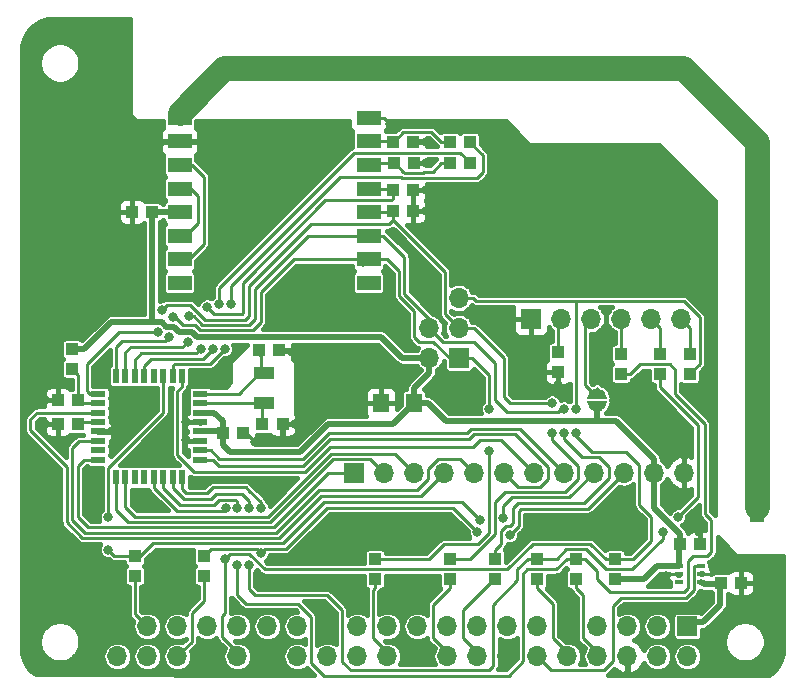
<source format=gbr>
G04 #@! TF.GenerationSoftware,KiCad,Pcbnew,5.0.0*
G04 #@! TF.CreationDate,2019-05-30T17:21:17+01:00*
G04 #@! TF.ProjectId,RRAT,525241542E6B696361645F7063620000,rev?*
G04 #@! TF.SameCoordinates,Original*
G04 #@! TF.FileFunction,Copper,L1,Top,Signal*
G04 #@! TF.FilePolarity,Positive*
%FSLAX46Y46*%
G04 Gerber Fmt 4.6, Leading zero omitted, Abs format (unit mm)*
G04 Created by KiCad (PCBNEW 5.0.0) date Thu May 30 17:21:17 2019*
%MOMM*%
%LPD*%
G01*
G04 APERTURE LIST*
G04 #@! TA.AperFunction,EtchedComponent*
%ADD10C,0.150000*%
G04 #@! TD*
G04 #@! TA.AperFunction,ComponentPad*
%ADD11R,1.700000X1.700000*%
G04 #@! TD*
G04 #@! TA.AperFunction,ComponentPad*
%ADD12O,1.700000X1.700000*%
G04 #@! TD*
G04 #@! TA.AperFunction,SMDPad,CuDef*
%ADD13R,1.270000X0.558800*%
G04 #@! TD*
G04 #@! TA.AperFunction,SMDPad,CuDef*
%ADD14R,0.558800X1.270000*%
G04 #@! TD*
G04 #@! TA.AperFunction,SMDPad,CuDef*
%ADD15R,2.000000X1.300000*%
G04 #@! TD*
G04 #@! TA.AperFunction,SMDPad,CuDef*
%ADD16R,1.100000X1.000000*%
G04 #@! TD*
G04 #@! TA.AperFunction,SMDPad,CuDef*
%ADD17R,1.270000X2.540000*%
G04 #@! TD*
G04 #@! TA.AperFunction,SMDPad,CuDef*
%ADD18R,1.800000X1.000000*%
G04 #@! TD*
G04 #@! TA.AperFunction,SMDPad,CuDef*
%ADD19R,1.000000X1.100000*%
G04 #@! TD*
G04 #@! TA.AperFunction,SMDPad,CuDef*
%ADD20R,0.650000X0.400000*%
G04 #@! TD*
G04 #@! TA.AperFunction,SMDPad,CuDef*
%ADD21R,1.400000X1.600000*%
G04 #@! TD*
G04 #@! TA.AperFunction,SMDPad,CuDef*
%ADD22C,0.600000*%
G04 #@! TD*
G04 #@! TA.AperFunction,Conductor*
%ADD23C,0.100000*%
G04 #@! TD*
G04 #@! TA.AperFunction,ViaPad*
%ADD24C,0.800000*%
G04 #@! TD*
G04 #@! TA.AperFunction,ViaPad*
%ADD25C,1.000000*%
G04 #@! TD*
G04 #@! TA.AperFunction,Conductor*
%ADD26C,0.250000*%
G04 #@! TD*
G04 #@! TA.AperFunction,Conductor*
%ADD27C,2.100000*%
G04 #@! TD*
G04 #@! TA.AperFunction,Conductor*
%ADD28C,0.500000*%
G04 #@! TD*
G04 #@! TA.AperFunction,Conductor*
%ADD29C,0.406400*%
G04 #@! TD*
G04 APERTURE END LIST*
D10*
G04 #@! TO.C,JP1*
X161696400Y-107442000D02*
X160375600Y-107442000D01*
X160375600Y-107442000D02*
X160375600Y-107543600D01*
X160375600Y-107543600D02*
X161696400Y-107543600D01*
X161696400Y-107543600D02*
X161696400Y-107645200D01*
X161696400Y-107645200D02*
X160426400Y-107645200D01*
X160426400Y-107645200D02*
X160426400Y-107746800D01*
X160426400Y-107746800D02*
X161594800Y-107746800D01*
X161594800Y-107746800D02*
X161544000Y-107848400D01*
X161544000Y-107848400D02*
X160578800Y-107848400D01*
X160578800Y-107848400D02*
X160680400Y-107950000D01*
X160680400Y-107950000D02*
X161391600Y-107950000D01*
X161391600Y-107950000D02*
X161340800Y-108000800D01*
X161340800Y-108000800D02*
X160782000Y-108000800D01*
X160426400Y-106730800D02*
X160426400Y-106629200D01*
X160426400Y-106629200D02*
X161544000Y-106629200D01*
X161544000Y-106629200D02*
X161544000Y-106527600D01*
X161544000Y-106527600D02*
X160578800Y-106527600D01*
X160578800Y-106527600D02*
X160578800Y-106476800D01*
X160578800Y-106476800D02*
X161442400Y-106476800D01*
X161442400Y-106476800D02*
X161442400Y-106426000D01*
X161442400Y-106426000D02*
X160731200Y-106426000D01*
X160731200Y-106426000D02*
X160731200Y-106375200D01*
X160731200Y-106375200D02*
X161290000Y-106375200D01*
X161747200Y-106934000D02*
X160375600Y-106934000D01*
X160375600Y-106934000D02*
X160375600Y-106832400D01*
X160375600Y-106832400D02*
X161696400Y-106832400D01*
X161696400Y-106832400D02*
X161696400Y-106730800D01*
X161696400Y-106730800D02*
X160426400Y-106730800D01*
X160426400Y-106730800D02*
X160426400Y-106680000D01*
X161798000Y-107035600D02*
X160274000Y-107035600D01*
X161798000Y-107340400D02*
X160274000Y-107340400D01*
X160274000Y-107340400D02*
G75*
G03X161036000Y-108102400I762000J0D01*
G01*
X161036000Y-108102400D02*
G75*
G03X161798000Y-107340400I0J762000D01*
G01*
X161798000Y-107035600D02*
G75*
G03X161036000Y-106273600I-762000J0D01*
G01*
X161036000Y-106273600D02*
G75*
G03X160274000Y-107035600I0J-762000D01*
G01*
G04 #@! TD*
D11*
G04 #@! TO.P,J3,1*
G04 #@! TO.N,+3V3*
X168680000Y-126355000D03*
D12*
G04 #@! TO.P,J3,2*
G04 #@! TO.N,Net-(J3-Pad2)*
X168680000Y-128895000D03*
G04 #@! TO.P,J3,3*
G04 #@! TO.N,Net-(J3-Pad3)*
X166140000Y-126355000D03*
G04 #@! TO.P,J3,4*
G04 #@! TO.N,Net-(J3-Pad4)*
X166140000Y-128895000D03*
G04 #@! TO.P,J3,5*
G04 #@! TO.N,Net-(J3-Pad5)*
X163600000Y-126355000D03*
G04 #@! TO.P,J3,6*
G04 #@! TO.N,GND*
X163600000Y-128895000D03*
G04 #@! TO.P,J3,7*
G04 #@! TO.N,Net-(J3-Pad7)*
X161060000Y-126355000D03*
G04 #@! TO.P,J3,8*
G04 #@! TO.N,Net-(J3-Pad8)*
X161060000Y-128895000D03*
G04 #@! TO.P,J3,9*
G04 #@! TO.N,GND*
X158520000Y-126355000D03*
G04 #@! TO.P,J3,10*
G04 #@! TO.N,Net-(J3-Pad10)*
X158520000Y-128895000D03*
G04 #@! TO.P,J3,11*
G04 #@! TO.N,Net-(J3-Pad11)*
X155980000Y-126355000D03*
G04 #@! TO.P,J3,12*
G04 #@! TO.N,/~SHUTDOWN*
X155980000Y-128895000D03*
G04 #@! TO.P,J3,13*
G04 #@! TO.N,Net-(J3-Pad13)*
X153440000Y-126355000D03*
G04 #@! TO.P,J3,14*
G04 #@! TO.N,GND*
X153440000Y-128895000D03*
G04 #@! TO.P,J3,15*
G04 #@! TO.N,Net-(J3-Pad15)*
X150900000Y-126355000D03*
G04 #@! TO.P,J3,16*
G04 #@! TO.N,Net-(J3-Pad16)*
X150900000Y-128895000D03*
G04 #@! TO.P,J3,17*
G04 #@! TO.N,+3V3*
X148360000Y-126355000D03*
G04 #@! TO.P,J3,18*
G04 #@! TO.N,Net-(J3-Pad18)*
X148360000Y-128895000D03*
G04 #@! TO.P,J3,19*
G04 #@! TO.N,Net-(J3-Pad19)*
X145820000Y-126355000D03*
G04 #@! TO.P,J3,20*
G04 #@! TO.N,GND*
X145820000Y-128895000D03*
G04 #@! TO.P,J3,21*
G04 #@! TO.N,Net-(J3-Pad21)*
X143280000Y-126355000D03*
G04 #@! TO.P,J3,22*
G04 #@! TO.N,Net-(J3-Pad22)*
X143280000Y-128895000D03*
G04 #@! TO.P,J3,23*
G04 #@! TO.N,Net-(J3-Pad23)*
X140740000Y-126355000D03*
G04 #@! TO.P,J3,24*
G04 #@! TO.N,Net-(J3-Pad24)*
X140740000Y-128895000D03*
G04 #@! TO.P,J3,25*
G04 #@! TO.N,GND*
X138200000Y-126355000D03*
G04 #@! TO.P,J3,26*
G04 #@! TO.N,Net-(J3-Pad26)*
X138200000Y-128895000D03*
G04 #@! TO.P,J3,27*
G04 #@! TO.N,Net-(J3-Pad27)*
X135660000Y-126355000D03*
G04 #@! TO.P,J3,28*
G04 #@! TO.N,Net-(J3-Pad28)*
X135660000Y-128895000D03*
G04 #@! TO.P,J3,29*
G04 #@! TO.N,Net-(J3-Pad29)*
X133120000Y-126355000D03*
G04 #@! TO.P,J3,30*
G04 #@! TO.N,GND*
X133120000Y-128895000D03*
G04 #@! TO.P,J3,31*
G04 #@! TO.N,Net-(J3-Pad31)*
X130580000Y-126355000D03*
G04 #@! TO.P,J3,32*
G04 #@! TO.N,/RESET*
X130580000Y-128895000D03*
G04 #@! TO.P,J3,33*
G04 #@! TO.N,Net-(J3-Pad33)*
X128040000Y-126355000D03*
G04 #@! TO.P,J3,34*
G04 #@! TO.N,GND*
X128040000Y-128895000D03*
G04 #@! TO.P,J3,35*
G04 #@! TO.N,Net-(J3-Pad35)*
X125500000Y-126355000D03*
G04 #@! TO.P,J3,36*
G04 #@! TO.N,Net-(J3-Pad36)*
X125500000Y-128895000D03*
G04 #@! TO.P,J3,37*
G04 #@! TO.N,Net-(J3-Pad37)*
X122960000Y-126355000D03*
G04 #@! TO.P,J3,38*
G04 #@! TO.N,Net-(J3-Pad38)*
X122960000Y-128895000D03*
G04 #@! TO.P,J3,39*
G04 #@! TO.N,GND*
X120420000Y-126355000D03*
G04 #@! TO.P,J3,40*
G04 #@! TO.N,Net-(J3-Pad40)*
X120420000Y-128895000D03*
G04 #@! TD*
D13*
G04 #@! TO.P,IC1,1*
G04 #@! TO.N,/D3*
X127407598Y-112256534D03*
G04 #@! TO.P,IC1,2*
G04 #@! TO.N,/LED_HEATCALL_L*
X127407598Y-111456534D03*
G04 #@! TO.P,IC1,3*
G04 #@! TO.N,GND*
X127407598Y-110656534D03*
G04 #@! TO.P,IC1,4*
G04 #@! TO.N,VCC*
X127407598Y-109856534D03*
G04 #@! TO.P,IC1,5*
G04 #@! TO.N,GND*
X127407598Y-109056534D03*
G04 #@! TO.P,IC1,6*
G04 #@! TO.N,VCC*
X127407598Y-108256534D03*
G04 #@! TO.P,IC1,7*
G04 #@! TO.N,/XTAL2*
X127407598Y-107456534D03*
G04 #@! TO.P,IC1,8*
G04 #@! TO.N,/XTAL1*
X127407598Y-106656534D03*
D14*
G04 #@! TO.P,IC1,9*
G04 #@! TO.N,/D5*
X125914998Y-105163934D03*
G04 #@! TO.P,IC1,10*
G04 #@! TO.N,Net-(IC1-Pad10)*
X125114998Y-105163934D03*
G04 #@! TO.P,IC1,11*
G04 #@! TO.N,/D7*
X124314998Y-105163934D03*
G04 #@! TO.P,IC1,12*
G04 #@! TO.N,Net-(IC1-Pad12)*
X123514998Y-105163934D03*
G04 #@! TO.P,IC1,13*
G04 #@! TO.N,Net-(IC1-Pad13)*
X122714998Y-105163934D03*
G04 #@! TO.P,IC1,14*
G04 #@! TO.N,/SPI_NSS*
X121914998Y-105163934D03*
G04 #@! TO.P,IC1,15*
G04 #@! TO.N,/SPI_MOSI*
X121114998Y-105163934D03*
G04 #@! TO.P,IC1,16*
G04 #@! TO.N,/SPI_MISO*
X120314998Y-105163934D03*
D13*
G04 #@! TO.P,IC1,17*
G04 #@! TO.N,/SPI_SCK*
X118822398Y-106656534D03*
G04 #@! TO.P,IC1,18*
G04 #@! TO.N,Net-(C3-Pad1)*
X118822398Y-107456534D03*
G04 #@! TO.P,IC1,19*
G04 #@! TO.N,/A6*
X118822398Y-108256534D03*
G04 #@! TO.P,IC1,20*
G04 #@! TO.N,Net-(C4-Pad1)*
X118822398Y-109056534D03*
G04 #@! TO.P,IC1,21*
G04 #@! TO.N,GND*
X118822398Y-109856534D03*
G04 #@! TO.P,IC1,22*
G04 #@! TO.N,/A7*
X118822398Y-110656534D03*
G04 #@! TO.P,IC1,23*
G04 #@! TO.N,Net-(IC1-Pad23)*
X118822398Y-111456534D03*
G04 #@! TO.P,IC1,24*
G04 #@! TO.N,/A1*
X118822398Y-112256534D03*
D14*
G04 #@! TO.P,IC1,25*
G04 #@! TO.N,/A2*
X120314998Y-113749134D03*
G04 #@! TO.P,IC1,26*
G04 #@! TO.N,/A3*
X121114998Y-113749134D03*
G04 #@! TO.P,IC1,27*
G04 #@! TO.N,Net-(IC1-Pad27)*
X121914998Y-113749134D03*
G04 #@! TO.P,IC1,28*
G04 #@! TO.N,Net-(IC1-Pad28)*
X122714998Y-113749134D03*
G04 #@! TO.P,IC1,29*
G04 #@! TO.N,/RESET*
X123514998Y-113749134D03*
G04 #@! TO.P,IC1,30*
G04 #@! TO.N,/TX*
X124314998Y-113749134D03*
G04 #@! TO.P,IC1,31*
G04 #@! TO.N,/RX*
X125114998Y-113749134D03*
G04 #@! TO.P,IC1,32*
G04 #@! TO.N,/D2*
X125914998Y-113749134D03*
G04 #@! TD*
D15*
G04 #@! TO.P,U1,1*
G04 #@! TO.N,Net-(ANT1-Pad1)*
X125692398Y-83286434D03*
G04 #@! TO.P,U1,2*
G04 #@! TO.N,GND*
X125692398Y-85286434D03*
G04 #@! TO.P,U1,3*
G04 #@! TO.N,Net-(U1-Pad3)*
X125692398Y-87286434D03*
G04 #@! TO.P,U1,4*
G04 #@! TO.N,Net-(U1-Pad4)*
X125692398Y-89286434D03*
G04 #@! TO.P,U1,5*
G04 #@! TO.N,VCC*
X125692398Y-91286434D03*
G04 #@! TO.P,U1,6*
G04 #@! TO.N,Net-(U1-Pad4)*
X125692398Y-93286434D03*
G04 #@! TO.P,U1,7*
G04 #@! TO.N,Net-(U1-Pad3)*
X125692398Y-95286434D03*
G04 #@! TO.P,U1,8*
G04 #@! TO.N,Net-(U1-Pad8)*
X125692398Y-97286434D03*
G04 #@! TO.P,U1,9*
G04 #@! TO.N,Net-(U1-Pad9)*
X141692398Y-97286434D03*
G04 #@! TO.P,U1,10*
G04 #@! TO.N,/SPI_MISO*
X141692398Y-95286434D03*
G04 #@! TO.P,U1,11*
G04 #@! TO.N,/SPI_MOSI*
X141692398Y-93286434D03*
G04 #@! TO.P,U1,12*
G04 #@! TO.N,/SPI_SCK*
X141692398Y-91286434D03*
G04 #@! TO.P,U1,13*
G04 #@! TO.N,/SPI_NSS*
X141692398Y-89286434D03*
G04 #@! TO.P,U1,14*
G04 #@! TO.N,/RFM_IRQ*
X141692398Y-87286434D03*
G04 #@! TO.P,U1,15*
G04 #@! TO.N,/SDN*
X141692398Y-85286434D03*
G04 #@! TO.P,U1,16*
G04 #@! TO.N,GND*
X141692398Y-83286434D03*
G04 #@! TD*
D16*
G04 #@! TO.P,C4,2*
G04 #@! TO.N,GND*
X115394000Y-109220000D03*
G04 #@! TO.P,C4,1*
G04 #@! TO.N,Net-(C4-Pad1)*
X117094000Y-109220000D03*
G04 #@! TD*
D17*
G04 #@! TO.P,ANT1,1*
G04 #@! TO.N,Net-(ANT1-Pad1)*
X174617398Y-116232534D03*
G04 #@! TD*
D16*
G04 #@! TO.P,C2,2*
G04 #@! TO.N,GND*
X131064000Y-109982000D03*
G04 #@! TO.P,C2,1*
G04 #@! TO.N,VCC*
X129364000Y-109982000D03*
G04 #@! TD*
G04 #@! TO.P,C3,1*
G04 #@! TO.N,Net-(C3-Pad1)*
X117094000Y-107188000D03*
G04 #@! TO.P,C3,2*
G04 #@! TO.N,GND*
X115394000Y-107188000D03*
G04 #@! TD*
G04 #@! TO.P,C5,1*
G04 #@! TO.N,VCC*
X123371998Y-91262734D03*
G04 #@! TO.P,C5,2*
G04 #@! TO.N,GND*
X121671998Y-91262734D03*
G04 #@! TD*
D18*
G04 #@! TO.P,Q1,2*
G04 #@! TO.N,/XTAL2*
X132829318Y-107432694D03*
G04 #@! TO.P,Q1,1*
G04 #@! TO.N,/XTAL1*
X132829318Y-104932694D03*
G04 #@! TD*
D11*
G04 #@! TO.P,J1,1*
G04 #@! TO.N,GND*
X155448000Y-100330000D03*
D12*
G04 #@! TO.P,J1,2*
G04 #@! TO.N,Net-(J1-Pad2)*
X157988000Y-100330000D03*
G04 #@! TO.P,J1,3*
G04 #@! TO.N,Net-(J1-Pad3)*
X160528000Y-100330000D03*
G04 #@! TO.P,J1,4*
G04 #@! TO.N,Net-(J1-Pad4)*
X163068000Y-100330000D03*
G04 #@! TO.P,J1,5*
G04 #@! TO.N,Net-(J1-Pad5)*
X165608000Y-100330000D03*
G04 #@! TO.P,J1,6*
G04 #@! TO.N,Net-(C1-Pad2)*
X168148000Y-100330000D03*
G04 #@! TD*
D11*
G04 #@! TO.P,J4,1*
G04 #@! TO.N,/A1*
X140448798Y-113349634D03*
D12*
G04 #@! TO.P,J4,2*
G04 #@! TO.N,/A2*
X142988798Y-113349634D03*
G04 #@! TO.P,J4,3*
G04 #@! TO.N,/A3*
X145528798Y-113349634D03*
G04 #@! TO.P,J4,4*
G04 #@! TO.N,/A6*
X148068798Y-113349634D03*
G04 #@! TO.P,J4,5*
G04 #@! TO.N,/A7*
X150608798Y-113349634D03*
G04 #@! TO.P,J4,6*
G04 #@! TO.N,/D3*
X153148798Y-113349634D03*
G04 #@! TO.P,J4,7*
G04 #@! TO.N,/D5*
X155688798Y-113349634D03*
G04 #@! TO.P,J4,8*
G04 #@! TO.N,/LED_HEATCALL_L*
X158228798Y-113349634D03*
G04 #@! TO.P,J4,9*
G04 #@! TO.N,/D7*
X160768798Y-113349634D03*
G04 #@! TO.P,J4,10*
G04 #@! TO.N,/D2*
X163308798Y-113349634D03*
G04 #@! TO.P,J4,11*
G04 #@! TO.N,VCC*
X165848798Y-113349634D03*
G04 #@! TO.P,J4,12*
G04 #@! TO.N,GND*
X168388798Y-113349634D03*
G04 #@! TD*
D11*
G04 #@! TO.P,J2,1*
G04 #@! TO.N,/SPI_MISO*
X149352000Y-103632000D03*
D12*
G04 #@! TO.P,J2,2*
G04 #@! TO.N,VCC*
X146812000Y-103632000D03*
G04 #@! TO.P,J2,3*
G04 #@! TO.N,/SPI_SCK*
X149352000Y-101092000D03*
G04 #@! TO.P,J2,4*
G04 #@! TO.N,/SPI_MOSI*
X146812000Y-101092000D03*
G04 #@! TO.P,J2,5*
G04 #@! TO.N,/RESET*
X149352000Y-98552000D03*
G04 #@! TO.P,J2,6*
G04 #@! TO.N,GND*
X146812000Y-98552000D03*
G04 #@! TD*
D19*
G04 #@! TO.P,R4,2*
G04 #@! TO.N,Net-(IC1-Pad13)*
X150290000Y-87122000D03*
G04 #@! TO.P,R4,1*
G04 #@! TO.N,/RFM_IRQ*
X148590000Y-87122000D03*
G04 #@! TD*
D16*
G04 #@! TO.P,R5,1*
G04 #@! TO.N,/RESET*
X162560000Y-120650000D03*
G04 #@! TO.P,R5,2*
G04 #@! TO.N,VCC*
X162560000Y-122350000D03*
G04 #@! TD*
D20*
G04 #@! TO.P,U2,1*
G04 #@! TO.N,VCC*
X167960000Y-121270000D03*
G04 #@! TO.P,U2,3*
G04 #@! TO.N,Net-(U2-Pad3)*
X167960000Y-122570000D03*
G04 #@! TO.P,U2,5*
G04 #@! TO.N,GND*
X169860000Y-121920000D03*
G04 #@! TO.P,U2,2*
X167960000Y-121920000D03*
G04 #@! TO.P,U2,4*
G04 #@! TO.N,+3V3*
X169860000Y-122570000D03*
G04 #@! TO.P,U2,6*
G04 #@! TO.N,/~SHUTDOWN*
X169860000Y-121270000D03*
G04 #@! TD*
D16*
G04 #@! TO.P,R15,1*
G04 #@! TO.N,/SPI_SCK*
X148590000Y-120650000D03*
G04 #@! TO.P,R15,2*
G04 #@! TO.N,Net-(J3-Pad18)*
X148590000Y-122350000D03*
G04 #@! TD*
D21*
G04 #@! TO.P,C6,2*
G04 #@! TO.N,GND*
X142742000Y-107442000D03*
G04 #@! TO.P,C6,1*
G04 #@! TO.N,VCC*
X145542000Y-107442000D03*
G04 #@! TD*
D19*
G04 #@! TO.P,C1,1*
G04 #@! TO.N,/RESET*
X168910000Y-104990000D03*
G04 #@! TO.P,C1,2*
G04 #@! TO.N,Net-(C1-Pad2)*
X168910000Y-103290000D03*
G04 #@! TD*
D16*
G04 #@! TO.P,C7,2*
G04 #@! TO.N,GND*
X145464000Y-89408000D03*
G04 #@! TO.P,C7,1*
G04 #@! TO.N,/SPI_NSS*
X143764000Y-89408000D03*
G04 #@! TD*
G04 #@! TO.P,C8,1*
G04 #@! TO.N,/SPI_SCK*
X143764000Y-91186000D03*
G04 #@! TO.P,C8,2*
G04 #@! TO.N,GND*
X145464000Y-91186000D03*
G04 #@! TD*
G04 #@! TO.P,C9,1*
G04 #@! TO.N,/RFM_IRQ*
X143842000Y-87122000D03*
G04 #@! TO.P,C9,2*
G04 #@! TO.N,GND*
X145542000Y-87122000D03*
G04 #@! TD*
G04 #@! TO.P,C10,2*
G04 #@! TO.N,GND*
X145464000Y-85324214D03*
G04 #@! TO.P,C10,1*
G04 #@! TO.N,/SDN*
X143764000Y-85324214D03*
G04 #@! TD*
G04 #@! TO.P,R1,1*
G04 #@! TO.N,/RX*
X166370000Y-104990000D03*
G04 #@! TO.P,R1,2*
G04 #@! TO.N,Net-(J1-Pad5)*
X166370000Y-103290000D03*
G04 #@! TD*
G04 #@! TO.P,R2,2*
G04 #@! TO.N,Net-(J1-Pad4)*
X163068000Y-103290000D03*
G04 #@! TO.P,R2,1*
G04 #@! TO.N,/TX*
X163068000Y-104990000D03*
G04 #@! TD*
G04 #@! TO.P,C11,1*
G04 #@! TO.N,/XTAL1*
X132412000Y-102997000D03*
G04 #@! TO.P,C11,2*
G04 #@! TO.N,GND*
X134112000Y-102997000D03*
G04 #@! TD*
G04 #@! TO.P,C12,2*
G04 #@! TO.N,GND*
X134415000Y-109220000D03*
G04 #@! TO.P,C12,1*
G04 #@! TO.N,/XTAL2*
X132715000Y-109220000D03*
G04 #@! TD*
D19*
G04 #@! TO.P,R9,1*
G04 #@! TO.N,/SDN*
X148590000Y-85344000D03*
G04 #@! TO.P,R9,2*
G04 #@! TO.N,Net-(IC1-Pad10)*
X150290000Y-85344000D03*
G04 #@! TD*
D16*
G04 #@! TO.P,R10,2*
G04 #@! TO.N,/RX*
X155956000Y-120650000D03*
G04 #@! TO.P,R10,1*
G04 #@! TO.N,Net-(J3-Pad10)*
X155956000Y-122350000D03*
G04 #@! TD*
G04 #@! TO.P,R12,2*
G04 #@! TO.N,/TX*
X159258000Y-120650000D03*
G04 #@! TO.P,R12,1*
G04 #@! TO.N,Net-(J3-Pad8)*
X159258000Y-122350000D03*
G04 #@! TD*
G04 #@! TO.P,R13,1*
G04 #@! TO.N,/SPI_MOSI*
X152400000Y-120650000D03*
G04 #@! TO.P,R13,2*
G04 #@! TO.N,Net-(J3-Pad16)*
X152400000Y-122350000D03*
G04 #@! TD*
G04 #@! TO.P,R14,2*
G04 #@! TO.N,Net-(J3-Pad22)*
X142240000Y-122350000D03*
G04 #@! TO.P,R14,1*
G04 #@! TO.N,/SPI_MISO*
X142240000Y-120650000D03*
G04 #@! TD*
G04 #@! TO.P,R16,1*
G04 #@! TO.N,Net-(J3-Pad36)*
X127762000Y-122096000D03*
G04 #@! TO.P,R16,2*
G04 #@! TO.N,/D2*
X127762000Y-120396000D03*
G04 #@! TD*
G04 #@! TO.P,R17,1*
G04 #@! TO.N,Net-(J3-Pad37)*
X121920000Y-122096000D03*
G04 #@! TO.P,R17,2*
G04 #@! TO.N,/D7*
X121920000Y-120396000D03*
G04 #@! TD*
G04 #@! TO.P,R18,2*
G04 #@! TO.N,Net-(C3-Pad1)*
X116586000Y-104570000D03*
G04 #@! TO.P,R18,1*
G04 #@! TO.N,VCC*
X116586000Y-102870000D03*
G04 #@! TD*
D22*
G04 #@! TO.P,JP1,2*
G04 #@! TO.N,VCC*
X161036000Y-107688000D03*
D23*
G04 #@! TD*
G04 #@! TO.N,VCC*
G04 #@! TO.C,JP1*
G36*
X160486000Y-107388000D02*
X161586000Y-107388000D01*
X161486000Y-107988000D01*
X160586000Y-107988000D01*
X160486000Y-107388000D01*
X160486000Y-107388000D01*
G37*
D22*
G04 #@! TO.P,JP1,1*
G04 #@! TO.N,Net-(J1-Pad3)*
X161036000Y-106688000D03*
D23*
G04 #@! TD*
G04 #@! TO.N,Net-(J1-Pad3)*
G04 #@! TO.C,JP1*
G36*
X161586000Y-106988000D02*
X160486000Y-106988000D01*
X160586000Y-106388000D01*
X161486000Y-106388000D01*
X161586000Y-106988000D01*
X161586000Y-106988000D01*
G37*
D16*
G04 #@! TO.P,R3,1*
G04 #@! TO.N,Net-(J1-Pad2)*
X157734000Y-103124000D03*
G04 #@! TO.P,R3,2*
G04 #@! TO.N,GND*
X157734000Y-104824000D03*
G04 #@! TD*
G04 #@! TO.P,C13,2*
G04 #@! TO.N,GND*
X169760000Y-119380000D03*
G04 #@! TO.P,C13,1*
G04 #@! TO.N,VCC*
X168060000Y-119380000D03*
G04 #@! TD*
G04 #@! TO.P,C14,1*
G04 #@! TO.N,+3V3*
X171528000Y-122682000D03*
G04 #@! TO.P,C14,2*
G04 #@! TO.N,GND*
X173228000Y-122682000D03*
G04 #@! TD*
D24*
G04 #@! TO.N,/RESET*
X159258000Y-109982000D03*
X159258000Y-107950000D03*
X129588098Y-116346947D03*
X129540000Y-120650000D03*
G04 #@! TO.N,/SPI_NSS*
X128016000Y-99314000D03*
X127503340Y-102865340D03*
G04 #@! TO.N,/SPI_SCK*
X124206000Y-99568000D03*
X123829019Y-101445633D03*
X157226000Y-109982000D03*
X157226000Y-107442000D03*
G04 #@! TO.N,/SPI_MOSI*
X126389248Y-102260968D03*
X158242000Y-109982000D03*
X158242000Y-107950000D03*
X126487340Y-100080660D03*
G04 #@! TO.N,/SPI_MISO*
X124814498Y-101823491D03*
X125136494Y-100123479D03*
X151892000Y-111506000D03*
X151892000Y-107950000D03*
D25*
G04 #@! TO.N,Net-(ANT1-Pad1)*
X128053119Y-80499213D03*
D24*
G04 #@! TO.N,/D7*
X119634000Y-117094000D03*
X119634000Y-119888000D03*
X151130000Y-117348000D03*
X153101238Y-117202416D03*
G04 #@! TO.N,/D2*
X150876000Y-118364000D03*
X153670000Y-118618000D03*
X132588000Y-116332000D03*
X132588000Y-120142000D03*
G04 #@! TO.N,/RX*
X131588120Y-116348207D03*
X131538844Y-121191165D03*
X166624000Y-118364000D03*
X167894000Y-117094000D03*
G04 #@! TO.N,/TX*
X130588109Y-116346840D03*
X130539401Y-121157440D03*
G04 #@! TO.N,GND*
X118110000Y-87630000D03*
X136144000Y-100330000D03*
X115570000Y-91440000D03*
X115570000Y-87630000D03*
X118110000Y-91440000D03*
X115570000Y-99060000D03*
X118364000Y-115062000D03*
X115570000Y-96520000D03*
X149606000Y-107188000D03*
X156210000Y-95250000D03*
X123444000Y-111252000D03*
X158750000Y-95250000D03*
X127508000Y-114046000D03*
X139954000Y-118364000D03*
X166370000Y-90170000D03*
X142240000Y-100330000D03*
X163830000Y-95250000D03*
X163830000Y-90170000D03*
X163830000Y-87630000D03*
X166370000Y-87630000D03*
X156210000Y-87630000D03*
X158750000Y-90170000D03*
X158750000Y-87630000D03*
X156210000Y-90170000D03*
X169672000Y-118364000D03*
X135509000Y-109220000D03*
X146558000Y-89408000D03*
X146558000Y-85344000D03*
X146558000Y-87122000D03*
X120396000Y-91186000D03*
X135190632Y-103160574D03*
X166878000Y-122120010D03*
X170936241Y-121583453D03*
X114300000Y-109220000D03*
X114300000Y-107188000D03*
X146554145Y-91173034D03*
X157734000Y-105918000D03*
X132080000Y-110744000D03*
X120015000Y-109855000D03*
X126238000Y-109093000D03*
X126238000Y-110617000D03*
X141224000Y-107442000D03*
X146050000Y-118364000D03*
X135890000Y-122682000D03*
X157734000Y-117856000D03*
X162814000Y-117856000D03*
X128270000Y-105156000D03*
X122936000Y-115824000D03*
X118110000Y-96520000D03*
X166370000Y-95250000D03*
X123952000Y-85598000D03*
X118110000Y-99060000D03*
X143510000Y-83820000D03*
G04 #@! TO.N,Net-(IC1-Pad10)*
X129540000Y-102870000D03*
X130048000Y-99060000D03*
G04 #@! TO.N,Net-(IC1-Pad13)*
X129032000Y-99060000D03*
X128524000Y-102870000D03*
G04 #@! TD*
D26*
G04 #@! TO.N,/RESET*
X123514998Y-113826534D02*
X123389998Y-113951534D01*
X123514998Y-113826534D02*
X123514998Y-113749134D01*
G04 #@! TO.N,/SPI_SCK*
X150622000Y-101092000D02*
X149860000Y-101092000D01*
G04 #@! TO.N,/RESET*
X168910000Y-104940000D02*
X168910000Y-104990000D01*
X169735001Y-104114999D02*
X168910000Y-104940000D01*
X169735001Y-100177999D02*
X169735001Y-104114999D01*
X168363002Y-98806000D02*
X169735001Y-100177999D01*
X150808081Y-98806000D02*
X161544000Y-98806000D01*
X150554081Y-98552000D02*
X150808081Y-98806000D01*
X149352000Y-98552000D02*
X150554081Y-98552000D01*
X161544000Y-98806000D02*
X168363002Y-98806000D01*
X152146000Y-98806000D02*
X159258000Y-98806000D01*
X159258000Y-98806000D02*
X161544000Y-98806000D01*
X159258000Y-107950000D02*
X159258000Y-98806000D01*
X123514998Y-114634134D02*
X125466864Y-116586000D01*
X125466864Y-116586000D02*
X129349045Y-116586000D01*
X123514998Y-113749134D02*
X123514998Y-114634134D01*
X129513286Y-116427283D02*
X129588098Y-116352471D01*
X129588098Y-116352471D02*
X129588098Y-116346947D01*
X129588098Y-116346947D02*
X129349045Y-116586000D01*
X131596281Y-120223283D02*
X129966717Y-120223283D01*
X129966717Y-120223283D02*
X129540000Y-120650000D01*
X153445999Y-121524999D02*
X132897997Y-121524999D01*
X132897997Y-121524999D02*
X131596281Y-120223283D01*
X160574254Y-111552254D02*
X159258000Y-110236000D01*
X164629598Y-112689234D02*
X163492618Y-111552254D01*
X162560000Y-120650000D02*
X164084000Y-120650000D01*
X163492618Y-111552254D02*
X160574254Y-111552254D01*
X164084000Y-120650000D02*
X165608000Y-119126000D01*
X159258000Y-110236000D02*
X159258000Y-109982000D01*
X164629598Y-116078000D02*
X164629598Y-112689234D01*
X165608000Y-117056402D02*
X164629598Y-116078000D01*
X165608000Y-119126000D02*
X165608000Y-117056402D01*
X160484988Y-119374988D02*
X161760000Y-120650000D01*
X158261599Y-119374988D02*
X160484988Y-119374988D01*
X158256587Y-119380000D02*
X158261599Y-119374988D01*
X155590998Y-119380000D02*
X158256587Y-119380000D01*
X161760000Y-120650000D02*
X162560000Y-120650000D01*
X155590998Y-119380000D02*
X153445999Y-121524999D01*
X129286000Y-127254000D02*
X130556000Y-128524000D01*
X129286000Y-125476000D02*
X129286000Y-127254000D01*
X129540000Y-125222000D02*
X129286000Y-125476000D01*
X129540000Y-120650000D02*
X129540000Y-125222000D01*
G04 #@! TO.N,/XTAL1*
X132560078Y-103442934D02*
X132322958Y-103205814D01*
X132560078Y-104953014D02*
X132560078Y-103442934D01*
X132429318Y-104932694D02*
X132829318Y-104932694D01*
X130705478Y-106656534D02*
X132429318Y-104932694D01*
X127407598Y-106656534D02*
X130705478Y-106656534D01*
G04 #@! TO.N,/XTAL2*
X127514998Y-107451534D02*
X127407598Y-107456534D01*
X132715000Y-107547012D02*
X132829318Y-107432694D01*
X132715000Y-109220000D02*
X132715000Y-107547012D01*
X132805478Y-107456534D02*
X132829318Y-107432694D01*
X127407598Y-107456534D02*
X132805478Y-107456534D01*
G04 #@! TO.N,/SPI_NSS*
X141618998Y-89294534D02*
X141628998Y-89294534D01*
X143642434Y-89286434D02*
X143764000Y-89408000D01*
X141692398Y-89286434D02*
X143642434Y-89286434D01*
X128626689Y-99924689D02*
X128016000Y-99314000D01*
X121914998Y-105163934D02*
X121914998Y-103764002D01*
X121914998Y-103764002D02*
X122428000Y-103251000D01*
X127503340Y-102874660D02*
X127127000Y-103251000D01*
X127503340Y-102865340D02*
X127503340Y-102874660D01*
X122428000Y-103251000D02*
X127127000Y-103251000D01*
X143764000Y-90170000D02*
X143764000Y-89408000D01*
X138049000Y-90297000D02*
X143637000Y-90297000D01*
X143637000Y-90297000D02*
X143764000Y-90170000D01*
X128626689Y-99924689D02*
X130961311Y-99924689D01*
X131064000Y-97282000D02*
X131318000Y-97028000D01*
X131064000Y-99822000D02*
X131064000Y-97282000D01*
X130961311Y-99924689D02*
X131064000Y-99822000D01*
X131318000Y-97028000D02*
X138049000Y-90297000D01*
G04 #@! TO.N,/SPI_SCK*
X143663566Y-91286434D02*
X143764000Y-91186000D01*
X141692398Y-91286434D02*
X143663566Y-91286434D01*
X144272000Y-92444000D02*
X143764000Y-91936000D01*
X143764000Y-91936000D02*
X143764000Y-91186000D01*
X148176999Y-96348999D02*
X145808000Y-93980000D01*
X148176999Y-99916999D02*
X148176999Y-96348999D01*
X149352000Y-101092000D02*
X148176999Y-99916999D01*
X145808000Y-93980000D02*
X144272000Y-92444000D01*
X123263334Y-101445633D02*
X123829019Y-101445633D01*
X120550367Y-101445633D02*
X123263334Y-101445633D01*
X118822398Y-106656534D02*
X118086534Y-106656534D01*
X118086534Y-106656534D02*
X117856000Y-106426000D01*
X117856000Y-106426000D02*
X117856000Y-104140000D01*
X117856000Y-104140000D02*
X120550367Y-101445633D01*
X143388567Y-92311433D02*
X143764000Y-91936000D01*
X140462000Y-92311433D02*
X143388567Y-92311433D01*
X140462000Y-92311433D02*
X139700000Y-92311433D01*
X139700000Y-92311433D02*
X137812567Y-92311433D01*
X149352000Y-101092000D02*
X150114000Y-101092000D01*
X149352000Y-101092000D02*
X150622000Y-101092000D01*
X150622000Y-101092000D02*
X153162000Y-103632000D01*
X153162000Y-103632000D02*
X153162000Y-106934000D01*
X153670000Y-107442000D02*
X157226000Y-107442000D01*
X153162000Y-106934000D02*
X153670000Y-107442000D01*
X150299415Y-120650000D02*
X148590000Y-120650000D01*
X152376236Y-118573179D02*
X150299415Y-120650000D01*
X152376236Y-115847764D02*
X152376236Y-118573179D01*
X158342788Y-114974646D02*
X153249354Y-114974646D01*
X157226000Y-109982000D02*
X157226000Y-110607834D01*
X157226000Y-110607834D02*
X159403799Y-112785633D01*
X153249354Y-114974646D02*
X152376236Y-115847764D01*
X159403799Y-113913635D02*
X158342788Y-114974646D01*
X159403799Y-112785633D02*
X159403799Y-113913635D01*
X131273300Y-100374700D02*
X131572000Y-100076000D01*
X136796567Y-92311433D02*
X139700000Y-92311433D01*
X124206000Y-99568000D02*
X124605999Y-99168001D01*
X131572000Y-97536000D02*
X136796567Y-92311433D01*
X126600001Y-99168001D02*
X127806700Y-100374700D01*
X131572000Y-100076000D02*
X131572000Y-97536000D01*
X127806700Y-100374700D02*
X131273300Y-100374700D01*
X124605999Y-99168001D02*
X126600001Y-99168001D01*
G04 #@! TO.N,/SPI_MOSI*
X141692398Y-93286434D02*
X141772998Y-93205834D01*
X146812000Y-101092000D02*
X146812000Y-100291002D01*
X144722011Y-95066047D02*
X142942398Y-93286434D01*
X142942398Y-93286434D02*
X141692398Y-93286434D01*
X144722011Y-98201013D02*
X144722011Y-95066047D01*
X146812000Y-100291002D02*
X144722011Y-98201013D01*
X121563978Y-102718022D02*
X125932194Y-102718022D01*
X125932194Y-102718022D02*
X126389248Y-102260968D01*
X121114998Y-103167002D02*
X121563978Y-102718022D01*
X121114998Y-105163934D02*
X121114998Y-103167002D01*
X147987001Y-102267001D02*
X147661999Y-101941999D01*
X150622000Y-102267001D02*
X147987001Y-102267001D01*
X152400000Y-104045001D02*
X150622000Y-102267001D01*
X158242000Y-107950000D02*
X157988000Y-107950000D01*
X147661999Y-101941999D02*
X146812000Y-101092000D01*
X157988000Y-107950000D02*
X157734000Y-108204000D01*
X152400000Y-107188000D02*
X152400000Y-104045001D01*
X157734000Y-108204000D02*
X153416000Y-108204000D01*
X153416000Y-108204000D02*
X152400000Y-107188000D01*
X152944999Y-119355001D02*
X152400000Y-119900000D01*
X152944999Y-118269999D02*
X152944999Y-119355001D01*
X153670000Y-117892999D02*
X153321999Y-117892999D01*
X159794920Y-112032344D02*
X161190510Y-112032344D01*
X152400000Y-119900000D02*
X152400000Y-120650000D01*
X153924000Y-117638999D02*
X153670000Y-117892999D01*
X158252576Y-109992576D02*
X158252576Y-110490000D01*
X159969332Y-115874668D02*
X154381332Y-115874668D01*
X153924000Y-116332000D02*
X153924000Y-117638999D01*
X158242000Y-109982000D02*
X158252576Y-109992576D01*
X162052000Y-112893834D02*
X162052000Y-113792000D01*
X158252576Y-110490000D02*
X159794920Y-112032344D01*
X154381332Y-115874668D02*
X153924000Y-116332000D01*
X153321999Y-117892999D02*
X152944999Y-118269999D01*
X161190510Y-112032344D02*
X162052000Y-112893834D01*
X162052000Y-113792000D02*
X159969332Y-115874668D01*
X136583566Y-93286434D02*
X141692398Y-93286434D01*
X132080000Y-100330000D02*
X132080000Y-97790000D01*
X126487340Y-100080660D02*
X126876250Y-100080660D01*
X132080000Y-97790000D02*
X136583566Y-93286434D01*
X127620300Y-100824711D02*
X131585289Y-100824711D01*
X126876250Y-100080660D02*
X127620300Y-100824711D01*
X131585289Y-100824711D02*
X132080000Y-100330000D01*
G04 #@! TO.N,/SPI_MISO*
X120389998Y-105076534D02*
X120314998Y-105163934D01*
X141628998Y-95294534D02*
X141164998Y-95758534D01*
X141692398Y-95286434D02*
X141707298Y-95301334D01*
X143292434Y-95286434D02*
X141692398Y-95286434D01*
X144272000Y-96266000D02*
X143292434Y-95286434D01*
X145542000Y-99657412D02*
X144272000Y-98387412D01*
X145542000Y-101854000D02*
X145542000Y-99657412D01*
X145955001Y-102267001D02*
X145542000Y-101854000D01*
X147186003Y-102267001D02*
X145955001Y-102267001D01*
X144272000Y-98387412D02*
X144272000Y-96266000D01*
X148551002Y-103632000D02*
X147186003Y-102267001D01*
X149352000Y-103632000D02*
X148551002Y-103632000D01*
X150452000Y-103632000D02*
X149352000Y-103632000D01*
X151892000Y-105072000D02*
X150452000Y-103632000D01*
X151892000Y-107950000D02*
X151892000Y-105072000D01*
X142240000Y-120650000D02*
X146812000Y-120650000D01*
X146812000Y-120650000D02*
X148082000Y-119380000D01*
X148082000Y-119380000D02*
X150933004Y-119380000D01*
X124467355Y-102170634D02*
X124814498Y-101823491D01*
X120841366Y-102170634D02*
X124467355Y-102170634D01*
X120314998Y-102697002D02*
X120841366Y-102170634D01*
X120314998Y-105163934D02*
X120314998Y-102697002D01*
X151892000Y-111506000D02*
X151892000Y-118421004D01*
X150933004Y-119380000D02*
X151892000Y-118421004D01*
X135345566Y-95286434D02*
X141692398Y-95286434D01*
X132588000Y-98044000D02*
X135345566Y-95286434D01*
X131897278Y-101274722D02*
X132588000Y-100584000D01*
X127433900Y-101274722D02*
X131897278Y-101274722D01*
X125136494Y-100123479D02*
X125269479Y-100123479D01*
X132588000Y-100584000D02*
X132588000Y-98044000D01*
X125269479Y-100123479D02*
X125981955Y-100835955D01*
X126995134Y-100835955D02*
X127433900Y-101274722D01*
X125981955Y-100835955D02*
X126995134Y-100835955D01*
D27*
G04 #@! TO.N,Net-(ANT1-Pad1)*
X174566598Y-86563734D02*
X174566598Y-106637034D01*
X174617398Y-112862534D02*
X174617398Y-116232534D01*
X174617398Y-106687834D02*
X174617398Y-112862534D01*
X174566598Y-106637034D02*
X174617398Y-106687834D01*
X128053119Y-80499213D02*
X125696998Y-82855334D01*
X129468898Y-79083434D02*
X128053119Y-80499213D01*
X168356298Y-79083434D02*
X129468898Y-79083434D01*
X174579298Y-86512934D02*
X174579298Y-85306434D01*
X174579298Y-85306434D02*
X168356298Y-79083434D01*
D28*
G04 #@! TO.N,VCC*
X123315798Y-91294534D02*
X123283998Y-91262734D01*
X167960000Y-119480000D02*
X168060000Y-119380000D01*
X167960000Y-121270000D02*
X167960000Y-119480000D01*
X165036000Y-122350000D02*
X166116000Y-121270000D01*
X162560000Y-122350000D02*
X165036000Y-122350000D01*
X167960000Y-121270000D02*
X166116000Y-121270000D01*
X129238534Y-109856534D02*
X129364000Y-109982000D01*
X127407598Y-109856534D02*
X129238534Y-109856534D01*
X129364000Y-108982000D02*
X129364000Y-109982000D01*
X128638534Y-108256534D02*
X129364000Y-108982000D01*
X127407598Y-108256534D02*
X128638534Y-108256534D01*
X117636000Y-102870000D02*
X116586000Y-102870000D01*
X119922000Y-100584000D02*
X117636000Y-102870000D01*
X123444000Y-100584000D02*
X119922000Y-100584000D01*
X123395698Y-91286434D02*
X123371998Y-91262734D01*
X125692398Y-91286434D02*
X123395698Y-91286434D01*
X123355999Y-99159999D02*
X123355999Y-100495999D01*
X123355999Y-100495999D02*
X123444000Y-100584000D01*
X123371998Y-99144000D02*
X123355999Y-99159999D01*
X123371998Y-91262734D02*
X123371998Y-99144000D01*
X146812000Y-103632000D02*
X146812000Y-104902000D01*
X146812000Y-104902000D02*
X145542000Y-106172000D01*
X145542000Y-106172000D02*
X145542000Y-107442000D01*
X146742000Y-107442000D02*
X148266000Y-108966000D01*
X145542000Y-107442000D02*
X146742000Y-107442000D01*
X148266000Y-108966000D02*
X160528000Y-108966000D01*
X165848798Y-112147553D02*
X162667245Y-108966000D01*
X165848798Y-113349634D02*
X165848798Y-112147553D01*
X168060000Y-118518002D02*
X168060000Y-119380000D01*
X165848798Y-113349634D02*
X165848798Y-116306800D01*
X165848798Y-116306800D02*
X168060000Y-118518002D01*
X144526000Y-103632000D02*
X146812000Y-103632000D01*
X131047734Y-101849734D02*
X142743734Y-101849734D01*
X142743734Y-101849734D02*
X144526000Y-103632000D01*
X127195723Y-101849733D02*
X131047734Y-101849734D01*
X126756958Y-101410966D02*
X127195723Y-101849733D01*
X123444000Y-100584000D02*
X124189332Y-100584000D01*
X124578821Y-100973489D02*
X125222000Y-100973489D01*
X125659477Y-101410966D02*
X126756958Y-101410966D01*
X124189332Y-100584000D02*
X124578821Y-100973489D01*
X125222000Y-100973489D02*
X125659477Y-101410966D01*
X161036000Y-108966000D02*
X160528000Y-108966000D01*
X161036000Y-107688000D02*
X161036000Y-108966000D01*
X162667245Y-108966000D02*
X161036000Y-108966000D01*
X143764000Y-109220000D02*
X145542000Y-107442000D01*
X138293135Y-109220000D02*
X143764000Y-109220000D01*
X129364000Y-109982000D02*
X129364000Y-110982000D01*
X129364000Y-110982000D02*
X129976002Y-111594002D01*
X129976002Y-111594002D02*
X135919133Y-111594002D01*
X135919133Y-111594002D02*
X138293135Y-109220000D01*
D26*
G04 #@! TO.N,/D3*
X156863799Y-113913635D02*
X156252799Y-114524635D01*
X129032000Y-112776000D02*
X129032000Y-112785934D01*
X128512534Y-112256534D02*
X129032000Y-112776000D01*
X156863799Y-112853214D02*
X156863799Y-113913635D01*
X129032000Y-112785934D02*
X136176801Y-112785934D01*
X154323799Y-114524635D02*
X153148798Y-113349634D01*
X150622000Y-110097978D02*
X154108563Y-110097978D01*
X136176801Y-112785934D02*
X138430000Y-110532735D01*
X138430000Y-110532735D02*
X150187243Y-110532735D01*
X156252799Y-114524635D02*
X154323799Y-114524635D01*
X127407598Y-112256534D02*
X128512534Y-112256534D01*
X150187243Y-110532735D02*
X150622000Y-110097978D01*
X154108563Y-110097978D02*
X156863799Y-112853214D01*
G04 #@! TO.N,/D5*
X155739598Y-113298834D02*
X155743998Y-113294434D01*
X138430000Y-111169146D02*
X150508842Y-111169146D01*
X136315146Y-113284000D02*
X138430000Y-111169146D01*
X151130000Y-110547989D02*
X152887153Y-110547989D01*
X125914998Y-105163934D02*
X125914998Y-106048934D01*
X125914998Y-106048934D02*
X125512998Y-106450934D01*
X152887153Y-110547989D02*
X155688798Y-113349634D01*
X150508842Y-111169146D02*
X151130000Y-110547989D01*
X126949266Y-113284000D02*
X136315146Y-113284000D01*
X125512998Y-106450934D02*
X125512998Y-111847732D01*
X125512998Y-111847732D02*
X126949266Y-113284000D01*
G04 #@! TO.N,/D7*
X160921198Y-113349634D02*
X160174098Y-113349634D01*
X160768798Y-113349634D02*
X160768798Y-113588732D01*
X119634000Y-116528315D02*
X119634000Y-117094000D01*
X119634000Y-112944334D02*
X119634000Y-116528315D01*
X124314998Y-108263336D02*
X119634000Y-112944334D01*
X124314998Y-105163934D02*
X124314998Y-108263336D01*
X153815343Y-115424657D02*
X153101238Y-116138762D01*
X158693775Y-115424657D02*
X153815343Y-115424657D01*
X153101238Y-116138762D02*
X153101238Y-117202416D01*
X160768798Y-113349634D02*
X158693775Y-115424657D01*
X120142000Y-120396000D02*
X119634000Y-119888000D01*
X121920000Y-120396000D02*
X120142000Y-120396000D01*
X137922000Y-115824000D02*
X149606000Y-115824000D01*
X132869373Y-119322011D02*
X134423989Y-119322011D01*
X132868121Y-119323263D02*
X132869373Y-119322011D01*
X149606000Y-115824000D02*
X151130000Y-117348000D01*
X121920000Y-120396000D02*
X122370011Y-120396000D01*
X122370011Y-120396000D02*
X123444000Y-119322011D01*
X134423989Y-119322011D02*
X137922000Y-115824000D01*
X123444000Y-119322011D02*
X130306867Y-119322011D01*
X130308119Y-119323263D02*
X132868121Y-119323263D01*
X130306867Y-119322011D02*
X130308119Y-119323263D01*
G04 #@! TO.N,/A6*
X118822398Y-108256534D02*
X116406466Y-108256534D01*
X113648510Y-108256534D02*
X118822398Y-108256534D01*
X113068988Y-108836056D02*
X113648510Y-108256534D01*
X113068988Y-109766988D02*
X113068988Y-108836056D01*
X148068798Y-113349634D02*
X146102432Y-115316000D01*
X146102432Y-115316000D02*
X137668000Y-115316000D01*
X137668000Y-115316000D02*
X134112000Y-118872000D01*
X134112000Y-118872000D02*
X132682973Y-118872000D01*
X132682973Y-118872000D02*
X132681721Y-118873252D01*
X116135989Y-112833989D02*
X113068988Y-109766988D01*
X130494519Y-118873252D02*
X130493267Y-118872000D01*
X130493267Y-118872000D02*
X117473589Y-118872000D01*
X132681721Y-118873252D02*
X130494519Y-118873252D01*
X117473589Y-118872000D02*
X116135989Y-117534400D01*
X116135989Y-117534400D02*
X116135989Y-112833989D01*
G04 #@! TO.N,/A7*
X150608798Y-113349634D02*
X150608798Y-113270798D01*
X117181466Y-110656534D02*
X118822398Y-110656534D01*
X116586000Y-117348000D02*
X116586000Y-111252000D01*
X117659989Y-118421989D02*
X116586000Y-117348000D01*
X130680919Y-118423241D02*
X130679667Y-118421989D01*
X146703799Y-113030000D02*
X146703799Y-113913635D01*
X116586000Y-111252000D02*
X117181466Y-110656534D01*
X147559166Y-112174633D02*
X146703799Y-113030000D01*
X149433797Y-112174633D02*
X147559166Y-112174633D01*
X150608798Y-113349634D02*
X149433797Y-112174633D01*
X146703799Y-113913635D02*
X145809434Y-114808000D01*
X130679667Y-118421989D02*
X117659989Y-118421989D01*
X137471989Y-114808000D02*
X133858001Y-118421989D01*
X133858001Y-118421989D02*
X132496573Y-118421989D01*
X132496573Y-118421989D02*
X132495321Y-118423241D01*
X145809434Y-114808000D02*
X137471989Y-114808000D01*
X132495321Y-118423241D02*
X130680919Y-118423241D01*
G04 #@! TO.N,/A1*
X138293945Y-113349634D02*
X139348798Y-113349634D01*
X117613466Y-112256534D02*
X117094000Y-112776000D01*
X130866067Y-117971978D02*
X130867319Y-117973230D01*
X117094000Y-112776000D02*
X117094000Y-117094000D01*
X118822398Y-112256534D02*
X117613466Y-112256534D01*
X132310173Y-117971978D02*
X133671601Y-117971978D01*
X139348798Y-113349634D02*
X140448798Y-113349634D01*
X117971978Y-117971978D02*
X130866067Y-117971978D01*
X117094000Y-117094000D02*
X117971978Y-117971978D01*
X130867319Y-117973230D02*
X132308921Y-117973230D01*
X133671601Y-117971978D02*
X138293945Y-113349634D01*
X132308921Y-117973230D02*
X132310173Y-117971978D01*
G04 #@! TO.N,/A2*
X120264998Y-113826534D02*
X120314998Y-113749134D01*
X141813797Y-112174633D02*
X142138799Y-112499635D01*
X121331967Y-117521967D02*
X131052467Y-117521967D01*
X120314998Y-116504998D02*
X121331967Y-117521967D01*
X120314998Y-113749134D02*
X120314998Y-116504998D01*
X132122521Y-117523219D02*
X132123773Y-117521967D01*
X132123773Y-117521967D02*
X133350001Y-117521967D01*
X131053719Y-117523219D02*
X132122521Y-117523219D01*
X142138799Y-112499635D02*
X142988798Y-113349634D01*
X131052467Y-117521967D02*
X131053719Y-117523219D01*
X138697334Y-112174633D02*
X141813797Y-112174633D01*
X133350001Y-117521967D02*
X138697334Y-112174633D01*
G04 #@! TO.N,/A3*
X131238867Y-117071956D02*
X131240119Y-117073208D01*
X121114998Y-116288998D02*
X121897956Y-117071956D01*
X131240119Y-117073208D02*
X131936121Y-117073208D01*
X131937373Y-117071956D02*
X133163601Y-117071956D01*
X131936121Y-117073208D02*
X131937373Y-117071956D01*
X144678799Y-112499635D02*
X145528798Y-113349634D01*
X138510934Y-111724622D02*
X143903786Y-111724622D01*
X121114998Y-113749134D02*
X121114998Y-116288998D01*
X143903786Y-111724622D02*
X144678799Y-112499635D01*
X121897956Y-117071956D02*
X131238867Y-117071956D01*
X133163601Y-117071956D02*
X138510934Y-111724622D01*
G04 #@! TO.N,/D2*
X132518998Y-115772568D02*
X132571354Y-115824924D01*
X131612422Y-114865992D02*
X132571354Y-115824924D01*
X125914998Y-113749134D02*
X125914998Y-114738998D01*
X125914998Y-114738998D02*
X126238000Y-115062000D01*
X126238000Y-115062000D02*
X128016000Y-115062000D01*
X128524000Y-114554000D02*
X131300430Y-114554000D01*
X128016000Y-115062000D02*
X128524000Y-114554000D01*
X131300430Y-114554000D02*
X131612422Y-114865992D01*
X132571354Y-116315354D02*
X132588000Y-116332000D01*
X132571354Y-115824924D02*
X132571354Y-116315354D01*
X130120467Y-119772021D02*
X130121719Y-119773273D01*
X131064000Y-119773273D02*
X132219273Y-119773273D01*
X132219273Y-119773273D02*
X132588000Y-120142000D01*
X130121719Y-119773273D02*
X131064000Y-119773273D01*
X160274000Y-116384432D02*
X163308798Y-113349634D01*
X160274000Y-116384432D02*
X154633568Y-116384432D01*
X154633568Y-116384432D02*
X154432000Y-116586000D01*
X154432000Y-117856000D02*
X153670000Y-118618000D01*
X154432000Y-116586000D02*
X154432000Y-117856000D01*
X128384727Y-119773273D02*
X127762000Y-120396000D01*
X130121719Y-119773273D02*
X128384727Y-119773273D01*
X148844000Y-116332000D02*
X150876000Y-118364000D01*
X132588000Y-120142000D02*
X132905001Y-119824999D01*
X134683001Y-119824999D02*
X138176000Y-116332000D01*
X132905001Y-119824999D02*
X134683001Y-119824999D01*
X138176000Y-116332000D02*
X148844000Y-116332000D01*
G04 #@! TO.N,Net-(U1-Pad3)*
X125692398Y-95286434D02*
X126455566Y-95286434D01*
X126455566Y-95286434D02*
X127762000Y-93980000D01*
X127762000Y-93980000D02*
X127762000Y-88302434D01*
X127762000Y-88302434D02*
X126746000Y-87286434D01*
X126746000Y-87286434D02*
X125692398Y-87286434D01*
G04 #@! TO.N,Net-(U1-Pad4)*
X125692398Y-93286434D02*
X126169566Y-93286434D01*
X126169566Y-93286434D02*
X127254000Y-92202000D01*
X127254000Y-92202000D02*
X127254000Y-89916000D01*
X126624434Y-89286434D02*
X125692398Y-89286434D01*
X127254000Y-89916000D02*
X126624434Y-89286434D01*
G04 #@! TO.N,/RFM_IRQ*
X141856832Y-87122000D02*
X141692398Y-87286434D01*
X143842000Y-87122000D02*
X141856832Y-87122000D01*
X144656998Y-87872000D02*
X144731999Y-87947001D01*
X143842000Y-87122000D02*
X143892000Y-87122000D01*
X147114999Y-87847001D02*
X147840000Y-87122000D01*
X146317001Y-87947001D02*
X146417001Y-87847001D01*
X147840000Y-87122000D02*
X148590000Y-87122000D01*
X146417001Y-87847001D02*
X147114999Y-87847001D01*
X143892000Y-87122000D02*
X144642000Y-87872000D01*
X144642000Y-87872000D02*
X144656998Y-87872000D01*
X144731999Y-87947001D02*
X146317001Y-87947001D01*
G04 #@! TO.N,Net-(C4-Pad1)*
X117257466Y-109056534D02*
X117094000Y-109220000D01*
X118822398Y-109056534D02*
X117257466Y-109056534D01*
G04 #@! TO.N,/RX*
X169563799Y-114916201D02*
X169563799Y-109324777D01*
X166370000Y-106130978D02*
X166370000Y-104990000D01*
X169563799Y-109324777D02*
X166370000Y-106130978D01*
X131588120Y-115782522D02*
X131588120Y-116348207D01*
X125114998Y-113749134D02*
X125114998Y-114634134D01*
X130977532Y-115171934D02*
X131588120Y-115782522D01*
X128379934Y-115570000D02*
X128778000Y-115171934D01*
X131718998Y-116416748D02*
X131650457Y-116348207D01*
X125114998Y-114634134D02*
X126050864Y-115570000D01*
X126050864Y-115570000D02*
X128379934Y-115570000D01*
X131650457Y-116348207D02*
X131588120Y-116348207D01*
X128778000Y-115171934D02*
X130977532Y-115171934D01*
X169563799Y-115424201D02*
X169563799Y-114916201D01*
X167894000Y-117094000D02*
X169563799Y-115424201D01*
X161768001Y-121524999D02*
X164028686Y-121524999D01*
X164028686Y-121524999D02*
X166624000Y-118929685D01*
X160068001Y-119824999D02*
X161768001Y-121524999D01*
X166624000Y-118929685D02*
X166624000Y-118364000D01*
X158447999Y-119824999D02*
X160068001Y-119824999D01*
X157622998Y-120650000D02*
X158447999Y-119824999D01*
X155956000Y-120650000D02*
X157622998Y-120650000D01*
X155156000Y-120650000D02*
X155956000Y-120650000D01*
X154275003Y-121530997D02*
X155156000Y-120650000D01*
X154275003Y-122471341D02*
X154275003Y-121530997D01*
X132080000Y-123698000D02*
X138176000Y-123698000D01*
X131538844Y-121191165D02*
X131538844Y-123156844D01*
X131538844Y-123156844D02*
X132080000Y-123698000D01*
X152240999Y-124505345D02*
X154275003Y-122471341D01*
X138176000Y-123698000D02*
X139446000Y-124968000D01*
X140175999Y-130070001D02*
X151869999Y-130070001D01*
X139446000Y-129340002D02*
X140175999Y-130070001D01*
X139446000Y-124968000D02*
X139446000Y-129340002D01*
X152264999Y-124529345D02*
X152240999Y-124505345D01*
X152264999Y-129675001D02*
X152264999Y-124529345D01*
X151869999Y-130070001D02*
X152264999Y-129675001D01*
G04 #@! TO.N,/TX*
X124314998Y-114634134D02*
X125758864Y-116078000D01*
X129032000Y-115621945D02*
X130428899Y-115621945D01*
X130428899Y-115621945D02*
X130588109Y-115781155D01*
X130588109Y-115781155D02*
X130588109Y-116346840D01*
X128575945Y-116078000D02*
X129032000Y-115621945D01*
X125758864Y-116078000D02*
X128575945Y-116078000D01*
X124314998Y-113749134D02*
X124314998Y-114634134D01*
X163868000Y-104990000D02*
X163068000Y-104990000D01*
X164693001Y-104164999D02*
X163868000Y-104990000D01*
X170180000Y-109220000D02*
X167640000Y-106680000D01*
X170180000Y-116840000D02*
X170180000Y-109220000D01*
X161036000Y-122378000D02*
X162102000Y-123444000D01*
X161036000Y-121628000D02*
X161036000Y-122378000D01*
X170379002Y-120396000D02*
X170724999Y-120050003D01*
X170724999Y-117384999D02*
X170180000Y-116840000D01*
X170724999Y-120050003D02*
X170724999Y-117384999D01*
X160058000Y-120650000D02*
X161036000Y-121628000D01*
X159258000Y-120650000D02*
X160058000Y-120650000D01*
X167640000Y-104624998D02*
X167180001Y-104164999D01*
X162102000Y-123444000D02*
X168402000Y-123444000D01*
X168759988Y-123086012D02*
X168759988Y-120800012D01*
X167640000Y-106680000D02*
X167640000Y-104624998D01*
X168402000Y-123444000D02*
X168759988Y-123086012D01*
X168759988Y-120800012D02*
X169164000Y-120396000D01*
X167180001Y-104164999D02*
X164693001Y-104164999D01*
X169164000Y-120396000D02*
X170379002Y-120396000D01*
X157583001Y-121524999D02*
X158458000Y-120650000D01*
X155145999Y-121524999D02*
X157583001Y-121524999D01*
X158458000Y-120650000D02*
X159258000Y-120650000D01*
X131318000Y-124460000D02*
X135730999Y-124460000D01*
X130539401Y-123681401D02*
X131318000Y-124460000D01*
X135730999Y-124460000D02*
X136835001Y-125564002D01*
X136835001Y-129469001D02*
X137886011Y-130520011D01*
X153553991Y-130520011D02*
X154780999Y-129293003D01*
X130539401Y-121157440D02*
X130539401Y-123681401D01*
X154780999Y-121889999D02*
X155145999Y-121524999D01*
X136835001Y-125564002D02*
X136835001Y-129469001D01*
X137886011Y-130520011D02*
X153553991Y-130520011D01*
X154780999Y-129293003D02*
X154780999Y-121889999D01*
G04 #@! TO.N,Net-(J1-Pad4)*
X163068000Y-102540000D02*
X163068000Y-100330000D01*
X163068000Y-103290000D02*
X163068000Y-102540000D01*
G04 #@! TO.N,Net-(J1-Pad5)*
X166370000Y-101092000D02*
X165608000Y-100330000D01*
X166370000Y-103290000D02*
X166370000Y-101092000D01*
G04 #@! TO.N,/SDN*
X141628998Y-85294534D02*
X141628998Y-85199534D01*
X143726220Y-85286434D02*
X143764000Y-85324214D01*
X141692398Y-85286434D02*
X143726220Y-85286434D01*
X147840000Y-85344000D02*
X148590000Y-85344000D01*
X146995213Y-84499213D02*
X147840000Y-85344000D01*
X144639001Y-84499213D02*
X146995213Y-84499213D01*
X143814000Y-85324214D02*
X144639001Y-84499213D01*
X143764000Y-85324214D02*
X143814000Y-85324214D01*
G04 #@! TO.N,Net-(C1-Pad2)*
X168910000Y-101092000D02*
X168148000Y-100330000D01*
X168910000Y-103290000D02*
X168910000Y-101092000D01*
G04 #@! TO.N,Net-(J3-Pad36)*
X125500000Y-128895000D02*
X125500000Y-128754000D01*
X127762000Y-122096000D02*
X127762000Y-124206000D01*
X127762000Y-124206000D02*
X126746000Y-125222000D01*
X126746000Y-127649000D02*
X125500000Y-128895000D01*
X126746000Y-125222000D02*
X126746000Y-127649000D01*
G04 #@! TO.N,Net-(J3-Pad8)*
X160186001Y-127674001D02*
X161036000Y-128524000D01*
X159860999Y-127348999D02*
X160186001Y-127674001D01*
X159860999Y-123702999D02*
X159860999Y-127348999D01*
X159258000Y-123100000D02*
X159860999Y-123702999D01*
X159258000Y-122350000D02*
X159258000Y-123100000D01*
G04 #@! TO.N,Net-(J3-Pad10)*
X157646001Y-127674001D02*
X158496000Y-128524000D01*
X157320999Y-127348999D02*
X157646001Y-127674001D01*
X157320999Y-124464999D02*
X157320999Y-127348999D01*
X155956000Y-123100000D02*
X157320999Y-124464999D01*
X155956000Y-122350000D02*
X155956000Y-123100000D01*
G04 #@! TO.N,/LED_HEATCALL_L*
X127407598Y-111456534D02*
X128348944Y-111456534D01*
X128348944Y-111456534D02*
X129061423Y-112169013D01*
X157378799Y-112499635D02*
X158228798Y-113349634D01*
X154527131Y-109647967D02*
X157378799Y-112499635D01*
X129061423Y-112169013D02*
X136157311Y-112169013D01*
X150033967Y-109982000D02*
X150368000Y-109647967D01*
X138344324Y-109982000D02*
X150033967Y-109982000D01*
X136157311Y-112169013D02*
X138344324Y-109982000D01*
X150368000Y-109647967D02*
X154527131Y-109647967D01*
G04 #@! TO.N,Net-(J1-Pad3)*
X161036000Y-106688000D02*
X161036000Y-106172000D01*
X161036000Y-106688000D02*
X160790000Y-106688000D01*
X160790000Y-106688000D02*
X160020000Y-105918000D01*
X160020000Y-100838000D02*
X160528000Y-100330000D01*
X160020000Y-105918000D02*
X160020000Y-100838000D01*
G04 #@! TO.N,Net-(J1-Pad2)*
X157734000Y-100584000D02*
X157988000Y-100330000D01*
X157734000Y-103124000D02*
X157734000Y-100584000D01*
G04 #@! TO.N,Net-(J3-Pad7)*
X160960798Y-125891634D02*
X161073598Y-125891634D01*
D28*
G04 #@! TO.N,Net-(C3-Pad1)*
X118764998Y-107451534D02*
X118822398Y-107456534D01*
X119014998Y-107451534D02*
X118822398Y-107456534D01*
D26*
X117362534Y-107456534D02*
X117094000Y-107188000D01*
X118822398Y-107456534D02*
X117362534Y-107456534D01*
X117094000Y-105078000D02*
X116586000Y-104570000D01*
X117094000Y-107188000D02*
X117094000Y-105078000D01*
G04 #@! TO.N,Net-(J3-Pad16)*
X152350000Y-122350000D02*
X152400000Y-122350000D01*
X149700999Y-124999001D02*
X152350000Y-122350000D01*
X149700999Y-127348999D02*
X149700999Y-124999001D01*
X150876000Y-128524000D02*
X149700999Y-127348999D01*
G04 #@! TO.N,Net-(J3-Pad18)*
X148590000Y-123100000D02*
X148590000Y-122350000D01*
X147160999Y-124529001D02*
X148590000Y-123100000D01*
X147160999Y-127348999D02*
X147160999Y-124529001D01*
X148336000Y-128524000D02*
X147160999Y-127348999D01*
G04 #@! TO.N,Net-(J3-Pad22)*
X142406001Y-127674001D02*
X143256000Y-128524000D01*
X142080999Y-127348999D02*
X142406001Y-127674001D01*
X142080999Y-123259001D02*
X142080999Y-127348999D01*
X142240000Y-123100000D02*
X142080999Y-123259001D01*
X142240000Y-122350000D02*
X142240000Y-123100000D01*
G04 #@! TO.N,Net-(J3-Pad37)*
X121920000Y-125315000D02*
X122960000Y-126355000D01*
X121920000Y-122096000D02*
X121920000Y-125315000D01*
D28*
G04 #@! TO.N,GND*
X141212018Y-83286434D02*
X141692398Y-83286434D01*
X141864698Y-83458734D02*
X141692398Y-83286434D01*
D26*
X169760000Y-119380000D02*
X169760000Y-118452000D01*
X169760000Y-118452000D02*
X169672000Y-118364000D01*
X134415000Y-109220000D02*
X135509000Y-109220000D01*
X145464000Y-89408000D02*
X146558000Y-89408000D01*
X146538214Y-85324214D02*
X146558000Y-85344000D01*
X145464000Y-85324214D02*
X146538214Y-85324214D01*
X145542000Y-87122000D02*
X146558000Y-87122000D01*
X120472734Y-91262734D02*
X120396000Y-91186000D01*
X121671998Y-91262734D02*
X120472734Y-91262734D01*
X135073312Y-103043254D02*
X135190632Y-103160574D01*
X134166998Y-103043254D02*
X135073312Y-103043254D01*
X167078010Y-121920000D02*
X166878000Y-122120010D01*
X167960000Y-121920000D02*
X167078010Y-121920000D01*
X170599694Y-121920000D02*
X170936241Y-121583453D01*
X169860000Y-121920000D02*
X170599694Y-121920000D01*
X115394000Y-109220000D02*
X114300000Y-109220000D01*
X115394000Y-107188000D02*
X114300000Y-107188000D01*
X146541179Y-91186000D02*
X146554145Y-91173034D01*
X145464000Y-91186000D02*
X146541179Y-91186000D01*
X157734000Y-104824000D02*
X157734000Y-105918000D01*
X131064000Y-109982000D02*
X131318000Y-109982000D01*
X131318000Y-109982000D02*
X132080000Y-110744000D01*
X120013466Y-109856534D02*
X120015000Y-109855000D01*
X118822398Y-109856534D02*
X120013466Y-109856534D01*
X127407598Y-109056534D02*
X126274466Y-109056534D01*
X126274466Y-109056534D02*
X126238000Y-109093000D01*
X126277534Y-110656534D02*
X126238000Y-110617000D01*
X127407598Y-110656534D02*
X126277534Y-110656534D01*
X142742000Y-107442000D02*
X141224000Y-107442000D01*
X124263566Y-85286434D02*
X123952000Y-85598000D01*
X125692398Y-85286434D02*
X124263566Y-85286434D01*
X142976434Y-83286434D02*
X143510000Y-83820000D01*
X141692398Y-83286434D02*
X142976434Y-83286434D01*
D28*
G04 #@! TO.N,+3V3*
X171450000Y-123820000D02*
X171450000Y-122770000D01*
X170060000Y-122770000D02*
X169860000Y-122570000D01*
X171450000Y-122770000D02*
X170060000Y-122770000D01*
X171450000Y-124540000D02*
X171450000Y-123820000D01*
X170006000Y-125984000D02*
X171450000Y-124540000D01*
X168656000Y-125984000D02*
X170006000Y-125984000D01*
D26*
G04 #@! TO.N,/~SHUTDOWN*
X163068000Y-123952000D02*
X162400999Y-124619001D01*
X168530411Y-123952000D02*
X163068000Y-123952000D01*
X169860000Y-121270000D02*
X169285000Y-121270000D01*
X169285000Y-121270000D02*
X169209999Y-121345001D01*
X169209999Y-123272412D02*
X168530411Y-123952000D01*
X169209999Y-121345001D02*
X169209999Y-123272412D01*
X162400999Y-129293003D02*
X162400999Y-124619001D01*
X157155001Y-130070001D02*
X161624001Y-130070001D01*
X161624001Y-130070001D02*
X162400999Y-129293003D01*
X155980000Y-128895000D02*
X157155001Y-130070001D01*
G04 #@! TO.N,Net-(IC1-Pad10)*
X125114998Y-105163934D02*
X125114998Y-104278934D01*
X125114998Y-104278934D02*
X125242910Y-104151022D01*
X129140001Y-103281021D02*
X128270000Y-104151022D01*
X129140001Y-103269999D02*
X129140001Y-103281021D01*
X129540000Y-102870000D02*
X129140001Y-103269999D01*
X125242910Y-104151022D02*
X128270000Y-104151022D01*
X150290000Y-85394000D02*
X151384000Y-86488000D01*
X144460020Y-88311433D02*
X139272567Y-88311433D01*
X144545599Y-88397012D02*
X144460020Y-88311433D01*
X130048000Y-97536000D02*
X130048000Y-97790000D01*
X150290000Y-85344000D02*
X150290000Y-85394000D01*
X151384000Y-87884000D02*
X150870988Y-88397012D01*
X150870988Y-88397012D02*
X144545599Y-88397012D01*
X130048000Y-97790000D02*
X130048000Y-99314000D01*
X151384000Y-86488000D02*
X151384000Y-87884000D01*
X139272567Y-88311433D02*
X130048000Y-97536000D01*
G04 #@! TO.N,Net-(IC1-Pad13)*
X150290000Y-87122000D02*
X150290000Y-87072000D01*
X150290000Y-87072000D02*
X149464999Y-86246999D01*
X149464999Y-86246999D02*
X143016833Y-86246999D01*
X143016833Y-86246999D02*
X142952399Y-86311433D01*
X142952399Y-86311433D02*
X140432397Y-86311433D01*
X128124001Y-103269999D02*
X128524000Y-102870000D01*
X127692989Y-103701011D02*
X128124001Y-103269999D01*
X123292921Y-103701011D02*
X127692989Y-103701011D01*
X122714998Y-104278934D02*
X123292921Y-103701011D01*
X122714998Y-105163934D02*
X122714998Y-104278934D01*
X129032000Y-97711830D02*
X140432397Y-86311433D01*
X129032000Y-99314000D02*
X129032000Y-97711830D01*
G04 #@! TD*
D29*
G04 #@! TO.N,GND*
G36*
X172830316Y-120368218D02*
X172896239Y-120412266D01*
X172974000Y-120427734D01*
X176810398Y-120427734D01*
X176810398Y-128149246D01*
X176756893Y-128694924D01*
X176602018Y-129207896D01*
X176350457Y-129681016D01*
X176011785Y-130096268D01*
X175598909Y-130437829D01*
X175522552Y-130479115D01*
X161971009Y-130468520D01*
X161999301Y-130445301D01*
X162015838Y-130425151D01*
X162506156Y-129934833D01*
X162508587Y-129937936D01*
X162733025Y-130130820D01*
X162990780Y-130276212D01*
X163271947Y-130368525D01*
X163339187Y-130381899D01*
X163575000Y-130239468D01*
X163575000Y-128920000D01*
X163555000Y-128920000D01*
X163555000Y-128870000D01*
X163575000Y-128870000D01*
X163575000Y-128850000D01*
X163625000Y-128850000D01*
X163625000Y-128870000D01*
X163645000Y-128870000D01*
X163645000Y-128920000D01*
X163625000Y-128920000D01*
X163625000Y-130239468D01*
X163860813Y-130381899D01*
X163928053Y-130368525D01*
X164209220Y-130276212D01*
X164466975Y-130130820D01*
X164691413Y-129937936D01*
X164873908Y-129704972D01*
X165007448Y-129440881D01*
X165008594Y-129436769D01*
X165092961Y-129594609D01*
X165249567Y-129785433D01*
X165440391Y-129942039D01*
X165658101Y-130058407D01*
X165894330Y-130130067D01*
X166078440Y-130148200D01*
X166201560Y-130148200D01*
X166385670Y-130130067D01*
X166621899Y-130058407D01*
X166839609Y-129942039D01*
X167030433Y-129785433D01*
X167187039Y-129594609D01*
X167303407Y-129376899D01*
X167375067Y-129140670D01*
X167399263Y-128895000D01*
X167420737Y-128895000D01*
X167444933Y-129140670D01*
X167516593Y-129376899D01*
X167632961Y-129594609D01*
X167789567Y-129785433D01*
X167980391Y-129942039D01*
X168198101Y-130058407D01*
X168434330Y-130130067D01*
X168618440Y-130148200D01*
X168741560Y-130148200D01*
X168925670Y-130130067D01*
X169161899Y-130058407D01*
X169379609Y-129942039D01*
X169570433Y-129785433D01*
X169727039Y-129594609D01*
X169843407Y-129376899D01*
X169915067Y-129140670D01*
X169939263Y-128895000D01*
X169915067Y-128649330D01*
X169843407Y-128413101D01*
X169727039Y-128195391D01*
X169570433Y-128004567D01*
X169379609Y-127847961D01*
X169161899Y-127731593D01*
X168925670Y-127659933D01*
X168741560Y-127641800D01*
X168618440Y-127641800D01*
X168434330Y-127659933D01*
X168198101Y-127731593D01*
X167980391Y-127847961D01*
X167789567Y-128004567D01*
X167632961Y-128195391D01*
X167516593Y-128413101D01*
X167444933Y-128649330D01*
X167420737Y-128895000D01*
X167399263Y-128895000D01*
X167375067Y-128649330D01*
X167303407Y-128413101D01*
X167187039Y-128195391D01*
X167030433Y-128004567D01*
X166839609Y-127847961D01*
X166621899Y-127731593D01*
X166385670Y-127659933D01*
X166201560Y-127641800D01*
X166078440Y-127641800D01*
X165894330Y-127659933D01*
X165658101Y-127731593D01*
X165440391Y-127847961D01*
X165249567Y-128004567D01*
X165092961Y-128195391D01*
X165008594Y-128353231D01*
X165007448Y-128349119D01*
X164873908Y-128085028D01*
X164691413Y-127852064D01*
X164466975Y-127659180D01*
X164209220Y-127513788D01*
X164135700Y-127489650D01*
X164299609Y-127402039D01*
X164490433Y-127245433D01*
X164647039Y-127054609D01*
X164763407Y-126836899D01*
X164835067Y-126600670D01*
X164859263Y-126355000D01*
X164880737Y-126355000D01*
X164904933Y-126600670D01*
X164976593Y-126836899D01*
X165092961Y-127054609D01*
X165249567Y-127245433D01*
X165440391Y-127402039D01*
X165658101Y-127518407D01*
X165894330Y-127590067D01*
X166078440Y-127608200D01*
X166201560Y-127608200D01*
X166385670Y-127590067D01*
X166621899Y-127518407D01*
X166839609Y-127402039D01*
X167030433Y-127245433D01*
X167187039Y-127054609D01*
X167303407Y-126836899D01*
X167375067Y-126600670D01*
X167399263Y-126355000D01*
X167375067Y-126109330D01*
X167303407Y-125873101D01*
X167187039Y-125655391D01*
X167030433Y-125464567D01*
X166839609Y-125307961D01*
X166621899Y-125191593D01*
X166385670Y-125119933D01*
X166201560Y-125101800D01*
X166078440Y-125101800D01*
X165894330Y-125119933D01*
X165658101Y-125191593D01*
X165440391Y-125307961D01*
X165249567Y-125464567D01*
X165092961Y-125655391D01*
X164976593Y-125873101D01*
X164904933Y-126109330D01*
X164880737Y-126355000D01*
X164859263Y-126355000D01*
X164835067Y-126109330D01*
X164763407Y-125873101D01*
X164647039Y-125655391D01*
X164490433Y-125464567D01*
X164299609Y-125307961D01*
X164081899Y-125191593D01*
X163845670Y-125119933D01*
X163661560Y-125101800D01*
X163538440Y-125101800D01*
X163354330Y-125119933D01*
X163118101Y-125191593D01*
X162929199Y-125292563D01*
X162929199Y-124837788D01*
X163286787Y-124480200D01*
X168504477Y-124480200D01*
X168530411Y-124482754D01*
X168556345Y-124480200D01*
X168556353Y-124480200D01*
X168633956Y-124472557D01*
X168733522Y-124442354D01*
X168825283Y-124393307D01*
X168905711Y-124327300D01*
X168922248Y-124307150D01*
X169565149Y-123664249D01*
X169585299Y-123647712D01*
X169651306Y-123567284D01*
X169681554Y-123510694D01*
X169700353Y-123475524D01*
X169730556Y-123375957D01*
X169733324Y-123347848D01*
X169734429Y-123336634D01*
X169808822Y-123376398D01*
X169931950Y-123413748D01*
X170060000Y-123426360D01*
X170092083Y-123423200D01*
X170654352Y-123423200D01*
X170691516Y-123468484D01*
X170752911Y-123518870D01*
X170796800Y-123542329D01*
X170796800Y-124269436D01*
X169830564Y-125235672D01*
X169816484Y-125218516D01*
X169755089Y-125168130D01*
X169685044Y-125130690D01*
X169609041Y-125107635D01*
X169530000Y-125099850D01*
X167830000Y-125099850D01*
X167750959Y-125107635D01*
X167674956Y-125130690D01*
X167604911Y-125168130D01*
X167543516Y-125218516D01*
X167493130Y-125279911D01*
X167455690Y-125349956D01*
X167432635Y-125425959D01*
X167424850Y-125505000D01*
X167424850Y-127205000D01*
X167432635Y-127284041D01*
X167455690Y-127360044D01*
X167493130Y-127430089D01*
X167543516Y-127491484D01*
X167604911Y-127541870D01*
X167674956Y-127579310D01*
X167750959Y-127602365D01*
X167830000Y-127610150D01*
X169530000Y-127610150D01*
X169609041Y-127602365D01*
X169685044Y-127579310D01*
X169755089Y-127541870D01*
X169816484Y-127491484D01*
X169828104Y-127477325D01*
X171796800Y-127477325D01*
X171796800Y-127822675D01*
X171864174Y-128161390D01*
X171996334Y-128480452D01*
X172188201Y-128767600D01*
X172432400Y-129011799D01*
X172719548Y-129203666D01*
X173038610Y-129335826D01*
X173377325Y-129403200D01*
X173722675Y-129403200D01*
X174061390Y-129335826D01*
X174380452Y-129203666D01*
X174667600Y-129011799D01*
X174911799Y-128767600D01*
X175103666Y-128480452D01*
X175235826Y-128161390D01*
X175303200Y-127822675D01*
X175303200Y-127477325D01*
X175235826Y-127138610D01*
X175103666Y-126819548D01*
X174911799Y-126532400D01*
X174667600Y-126288201D01*
X174380452Y-126096334D01*
X174061390Y-125964174D01*
X173722675Y-125896800D01*
X173377325Y-125896800D01*
X173038610Y-125964174D01*
X172719548Y-126096334D01*
X172432400Y-126288201D01*
X172188201Y-126532400D01*
X171996334Y-126819548D01*
X171864174Y-127138610D01*
X171796800Y-127477325D01*
X169828104Y-127477325D01*
X169866870Y-127430089D01*
X169904310Y-127360044D01*
X169927365Y-127284041D01*
X169935150Y-127205000D01*
X169935150Y-126637200D01*
X169973919Y-126637200D01*
X170006000Y-126640360D01*
X170038081Y-126637200D01*
X170038083Y-126637200D01*
X170134049Y-126627748D01*
X170257178Y-126590398D01*
X170370654Y-126529743D01*
X170470117Y-126448117D01*
X170490573Y-126423191D01*
X171889192Y-125024572D01*
X171914117Y-125004117D01*
X171995743Y-124904654D01*
X172056398Y-124791178D01*
X172093748Y-124668049D01*
X172103200Y-124572083D01*
X172103200Y-124572082D01*
X172106360Y-124540001D01*
X172103200Y-124507920D01*
X172103200Y-123584668D01*
X172150638Y-123579996D01*
X172165655Y-123602470D01*
X172257529Y-123694345D01*
X172365562Y-123766530D01*
X172485602Y-123816252D01*
X172613035Y-123841600D01*
X173038100Y-123841600D01*
X173203000Y-123676700D01*
X173203000Y-122707000D01*
X173253000Y-122707000D01*
X173253000Y-123676700D01*
X173417900Y-123841600D01*
X173842965Y-123841600D01*
X173970398Y-123816252D01*
X174090438Y-123766530D01*
X174198471Y-123694345D01*
X174290345Y-123602470D01*
X174362530Y-123494438D01*
X174412252Y-123374398D01*
X174437600Y-123246965D01*
X174437600Y-122871900D01*
X174272700Y-122707000D01*
X173253000Y-122707000D01*
X173203000Y-122707000D01*
X173183000Y-122707000D01*
X173183000Y-122657000D01*
X173203000Y-122657000D01*
X173203000Y-121687300D01*
X173253000Y-121687300D01*
X173253000Y-122657000D01*
X174272700Y-122657000D01*
X174437600Y-122492100D01*
X174437600Y-122117035D01*
X174412252Y-121989602D01*
X174362530Y-121869562D01*
X174290345Y-121761530D01*
X174198471Y-121669655D01*
X174090438Y-121597470D01*
X173970398Y-121547748D01*
X173842965Y-121522400D01*
X173417900Y-121522400D01*
X173253000Y-121687300D01*
X173203000Y-121687300D01*
X173038100Y-121522400D01*
X172613035Y-121522400D01*
X172485602Y-121547748D01*
X172365562Y-121597470D01*
X172257529Y-121669655D01*
X172165655Y-121761530D01*
X172150638Y-121784004D01*
X172078000Y-121776850D01*
X170978000Y-121776850D01*
X170898959Y-121784635D01*
X170822956Y-121807690D01*
X170752911Y-121845130D01*
X170692147Y-121894998D01*
X170679702Y-121894998D01*
X170844600Y-121730100D01*
X170844600Y-121655035D01*
X170819252Y-121527602D01*
X170769530Y-121407562D01*
X170697345Y-121299530D01*
X170605471Y-121207655D01*
X170590150Y-121197418D01*
X170590150Y-121070000D01*
X170582365Y-120990959D01*
X170559310Y-120914956D01*
X170549336Y-120896297D01*
X170582113Y-120886354D01*
X170673874Y-120837307D01*
X170754302Y-120771300D01*
X170770840Y-120751149D01*
X171080144Y-120441844D01*
X171100299Y-120425303D01*
X171166306Y-120344875D01*
X171193045Y-120294850D01*
X171215353Y-120253115D01*
X171245556Y-120153548D01*
X171248030Y-120128424D01*
X171253199Y-120075945D01*
X171253199Y-120075937D01*
X171255753Y-120050003D01*
X171253199Y-120024069D01*
X171253199Y-118791101D01*
X172830316Y-120368218D01*
X172830316Y-120368218D01*
G37*
X172830316Y-120368218D02*
X172896239Y-120412266D01*
X172974000Y-120427734D01*
X176810398Y-120427734D01*
X176810398Y-128149246D01*
X176756893Y-128694924D01*
X176602018Y-129207896D01*
X176350457Y-129681016D01*
X176011785Y-130096268D01*
X175598909Y-130437829D01*
X175522552Y-130479115D01*
X161971009Y-130468520D01*
X161999301Y-130445301D01*
X162015838Y-130425151D01*
X162506156Y-129934833D01*
X162508587Y-129937936D01*
X162733025Y-130130820D01*
X162990780Y-130276212D01*
X163271947Y-130368525D01*
X163339187Y-130381899D01*
X163575000Y-130239468D01*
X163575000Y-128920000D01*
X163555000Y-128920000D01*
X163555000Y-128870000D01*
X163575000Y-128870000D01*
X163575000Y-128850000D01*
X163625000Y-128850000D01*
X163625000Y-128870000D01*
X163645000Y-128870000D01*
X163645000Y-128920000D01*
X163625000Y-128920000D01*
X163625000Y-130239468D01*
X163860813Y-130381899D01*
X163928053Y-130368525D01*
X164209220Y-130276212D01*
X164466975Y-130130820D01*
X164691413Y-129937936D01*
X164873908Y-129704972D01*
X165007448Y-129440881D01*
X165008594Y-129436769D01*
X165092961Y-129594609D01*
X165249567Y-129785433D01*
X165440391Y-129942039D01*
X165658101Y-130058407D01*
X165894330Y-130130067D01*
X166078440Y-130148200D01*
X166201560Y-130148200D01*
X166385670Y-130130067D01*
X166621899Y-130058407D01*
X166839609Y-129942039D01*
X167030433Y-129785433D01*
X167187039Y-129594609D01*
X167303407Y-129376899D01*
X167375067Y-129140670D01*
X167399263Y-128895000D01*
X167420737Y-128895000D01*
X167444933Y-129140670D01*
X167516593Y-129376899D01*
X167632961Y-129594609D01*
X167789567Y-129785433D01*
X167980391Y-129942039D01*
X168198101Y-130058407D01*
X168434330Y-130130067D01*
X168618440Y-130148200D01*
X168741560Y-130148200D01*
X168925670Y-130130067D01*
X169161899Y-130058407D01*
X169379609Y-129942039D01*
X169570433Y-129785433D01*
X169727039Y-129594609D01*
X169843407Y-129376899D01*
X169915067Y-129140670D01*
X169939263Y-128895000D01*
X169915067Y-128649330D01*
X169843407Y-128413101D01*
X169727039Y-128195391D01*
X169570433Y-128004567D01*
X169379609Y-127847961D01*
X169161899Y-127731593D01*
X168925670Y-127659933D01*
X168741560Y-127641800D01*
X168618440Y-127641800D01*
X168434330Y-127659933D01*
X168198101Y-127731593D01*
X167980391Y-127847961D01*
X167789567Y-128004567D01*
X167632961Y-128195391D01*
X167516593Y-128413101D01*
X167444933Y-128649330D01*
X167420737Y-128895000D01*
X167399263Y-128895000D01*
X167375067Y-128649330D01*
X167303407Y-128413101D01*
X167187039Y-128195391D01*
X167030433Y-128004567D01*
X166839609Y-127847961D01*
X166621899Y-127731593D01*
X166385670Y-127659933D01*
X166201560Y-127641800D01*
X166078440Y-127641800D01*
X165894330Y-127659933D01*
X165658101Y-127731593D01*
X165440391Y-127847961D01*
X165249567Y-128004567D01*
X165092961Y-128195391D01*
X165008594Y-128353231D01*
X165007448Y-128349119D01*
X164873908Y-128085028D01*
X164691413Y-127852064D01*
X164466975Y-127659180D01*
X164209220Y-127513788D01*
X164135700Y-127489650D01*
X164299609Y-127402039D01*
X164490433Y-127245433D01*
X164647039Y-127054609D01*
X164763407Y-126836899D01*
X164835067Y-126600670D01*
X164859263Y-126355000D01*
X164880737Y-126355000D01*
X164904933Y-126600670D01*
X164976593Y-126836899D01*
X165092961Y-127054609D01*
X165249567Y-127245433D01*
X165440391Y-127402039D01*
X165658101Y-127518407D01*
X165894330Y-127590067D01*
X166078440Y-127608200D01*
X166201560Y-127608200D01*
X166385670Y-127590067D01*
X166621899Y-127518407D01*
X166839609Y-127402039D01*
X167030433Y-127245433D01*
X167187039Y-127054609D01*
X167303407Y-126836899D01*
X167375067Y-126600670D01*
X167399263Y-126355000D01*
X167375067Y-126109330D01*
X167303407Y-125873101D01*
X167187039Y-125655391D01*
X167030433Y-125464567D01*
X166839609Y-125307961D01*
X166621899Y-125191593D01*
X166385670Y-125119933D01*
X166201560Y-125101800D01*
X166078440Y-125101800D01*
X165894330Y-125119933D01*
X165658101Y-125191593D01*
X165440391Y-125307961D01*
X165249567Y-125464567D01*
X165092961Y-125655391D01*
X164976593Y-125873101D01*
X164904933Y-126109330D01*
X164880737Y-126355000D01*
X164859263Y-126355000D01*
X164835067Y-126109330D01*
X164763407Y-125873101D01*
X164647039Y-125655391D01*
X164490433Y-125464567D01*
X164299609Y-125307961D01*
X164081899Y-125191593D01*
X163845670Y-125119933D01*
X163661560Y-125101800D01*
X163538440Y-125101800D01*
X163354330Y-125119933D01*
X163118101Y-125191593D01*
X162929199Y-125292563D01*
X162929199Y-124837788D01*
X163286787Y-124480200D01*
X168504477Y-124480200D01*
X168530411Y-124482754D01*
X168556345Y-124480200D01*
X168556353Y-124480200D01*
X168633956Y-124472557D01*
X168733522Y-124442354D01*
X168825283Y-124393307D01*
X168905711Y-124327300D01*
X168922248Y-124307150D01*
X169565149Y-123664249D01*
X169585299Y-123647712D01*
X169651306Y-123567284D01*
X169681554Y-123510694D01*
X169700353Y-123475524D01*
X169730556Y-123375957D01*
X169733324Y-123347848D01*
X169734429Y-123336634D01*
X169808822Y-123376398D01*
X169931950Y-123413748D01*
X170060000Y-123426360D01*
X170092083Y-123423200D01*
X170654352Y-123423200D01*
X170691516Y-123468484D01*
X170752911Y-123518870D01*
X170796800Y-123542329D01*
X170796800Y-124269436D01*
X169830564Y-125235672D01*
X169816484Y-125218516D01*
X169755089Y-125168130D01*
X169685044Y-125130690D01*
X169609041Y-125107635D01*
X169530000Y-125099850D01*
X167830000Y-125099850D01*
X167750959Y-125107635D01*
X167674956Y-125130690D01*
X167604911Y-125168130D01*
X167543516Y-125218516D01*
X167493130Y-125279911D01*
X167455690Y-125349956D01*
X167432635Y-125425959D01*
X167424850Y-125505000D01*
X167424850Y-127205000D01*
X167432635Y-127284041D01*
X167455690Y-127360044D01*
X167493130Y-127430089D01*
X167543516Y-127491484D01*
X167604911Y-127541870D01*
X167674956Y-127579310D01*
X167750959Y-127602365D01*
X167830000Y-127610150D01*
X169530000Y-127610150D01*
X169609041Y-127602365D01*
X169685044Y-127579310D01*
X169755089Y-127541870D01*
X169816484Y-127491484D01*
X169828104Y-127477325D01*
X171796800Y-127477325D01*
X171796800Y-127822675D01*
X171864174Y-128161390D01*
X171996334Y-128480452D01*
X172188201Y-128767600D01*
X172432400Y-129011799D01*
X172719548Y-129203666D01*
X173038610Y-129335826D01*
X173377325Y-129403200D01*
X173722675Y-129403200D01*
X174061390Y-129335826D01*
X174380452Y-129203666D01*
X174667600Y-129011799D01*
X174911799Y-128767600D01*
X175103666Y-128480452D01*
X175235826Y-128161390D01*
X175303200Y-127822675D01*
X175303200Y-127477325D01*
X175235826Y-127138610D01*
X175103666Y-126819548D01*
X174911799Y-126532400D01*
X174667600Y-126288201D01*
X174380452Y-126096334D01*
X174061390Y-125964174D01*
X173722675Y-125896800D01*
X173377325Y-125896800D01*
X173038610Y-125964174D01*
X172719548Y-126096334D01*
X172432400Y-126288201D01*
X172188201Y-126532400D01*
X171996334Y-126819548D01*
X171864174Y-127138610D01*
X171796800Y-127477325D01*
X169828104Y-127477325D01*
X169866870Y-127430089D01*
X169904310Y-127360044D01*
X169927365Y-127284041D01*
X169935150Y-127205000D01*
X169935150Y-126637200D01*
X169973919Y-126637200D01*
X170006000Y-126640360D01*
X170038081Y-126637200D01*
X170038083Y-126637200D01*
X170134049Y-126627748D01*
X170257178Y-126590398D01*
X170370654Y-126529743D01*
X170470117Y-126448117D01*
X170490573Y-126423191D01*
X171889192Y-125024572D01*
X171914117Y-125004117D01*
X171995743Y-124904654D01*
X172056398Y-124791178D01*
X172093748Y-124668049D01*
X172103200Y-124572083D01*
X172103200Y-124572082D01*
X172106360Y-124540001D01*
X172103200Y-124507920D01*
X172103200Y-123584668D01*
X172150638Y-123579996D01*
X172165655Y-123602470D01*
X172257529Y-123694345D01*
X172365562Y-123766530D01*
X172485602Y-123816252D01*
X172613035Y-123841600D01*
X173038100Y-123841600D01*
X173203000Y-123676700D01*
X173203000Y-122707000D01*
X173253000Y-122707000D01*
X173253000Y-123676700D01*
X173417900Y-123841600D01*
X173842965Y-123841600D01*
X173970398Y-123816252D01*
X174090438Y-123766530D01*
X174198471Y-123694345D01*
X174290345Y-123602470D01*
X174362530Y-123494438D01*
X174412252Y-123374398D01*
X174437600Y-123246965D01*
X174437600Y-122871900D01*
X174272700Y-122707000D01*
X173253000Y-122707000D01*
X173203000Y-122707000D01*
X173183000Y-122707000D01*
X173183000Y-122657000D01*
X173203000Y-122657000D01*
X173203000Y-121687300D01*
X173253000Y-121687300D01*
X173253000Y-122657000D01*
X174272700Y-122657000D01*
X174437600Y-122492100D01*
X174437600Y-122117035D01*
X174412252Y-121989602D01*
X174362530Y-121869562D01*
X174290345Y-121761530D01*
X174198471Y-121669655D01*
X174090438Y-121597470D01*
X173970398Y-121547748D01*
X173842965Y-121522400D01*
X173417900Y-121522400D01*
X173253000Y-121687300D01*
X173203000Y-121687300D01*
X173038100Y-121522400D01*
X172613035Y-121522400D01*
X172485602Y-121547748D01*
X172365562Y-121597470D01*
X172257529Y-121669655D01*
X172165655Y-121761530D01*
X172150638Y-121784004D01*
X172078000Y-121776850D01*
X170978000Y-121776850D01*
X170898959Y-121784635D01*
X170822956Y-121807690D01*
X170752911Y-121845130D01*
X170692147Y-121894998D01*
X170679702Y-121894998D01*
X170844600Y-121730100D01*
X170844600Y-121655035D01*
X170819252Y-121527602D01*
X170769530Y-121407562D01*
X170697345Y-121299530D01*
X170605471Y-121207655D01*
X170590150Y-121197418D01*
X170590150Y-121070000D01*
X170582365Y-120990959D01*
X170559310Y-120914956D01*
X170549336Y-120896297D01*
X170582113Y-120886354D01*
X170673874Y-120837307D01*
X170754302Y-120771300D01*
X170770840Y-120751149D01*
X171080144Y-120441844D01*
X171100299Y-120425303D01*
X171166306Y-120344875D01*
X171193045Y-120294850D01*
X171215353Y-120253115D01*
X171245556Y-120153548D01*
X171248030Y-120128424D01*
X171253199Y-120075945D01*
X171253199Y-120075937D01*
X171255753Y-120050003D01*
X171253199Y-120024069D01*
X171253199Y-118791101D01*
X172830316Y-120368218D01*
G36*
X121462800Y-82886534D02*
X121478268Y-82964295D01*
X121522316Y-83030218D01*
X122030316Y-83538218D01*
X122096239Y-83582266D01*
X122174000Y-83597734D01*
X124287248Y-83597734D01*
X124287248Y-83936434D01*
X124295033Y-84015475D01*
X124318088Y-84091478D01*
X124318784Y-84092781D01*
X124271928Y-84124089D01*
X124180053Y-84215963D01*
X124107868Y-84323996D01*
X124058146Y-84444036D01*
X124032798Y-84571469D01*
X124032798Y-85096534D01*
X124197698Y-85261434D01*
X125667398Y-85261434D01*
X125667398Y-85241434D01*
X125717398Y-85241434D01*
X125717398Y-85261434D01*
X127187098Y-85261434D01*
X127351998Y-85096534D01*
X127351998Y-84571469D01*
X127326650Y-84444036D01*
X127276928Y-84323996D01*
X127204743Y-84215963D01*
X127112868Y-84124089D01*
X127066012Y-84092781D01*
X127066708Y-84091478D01*
X127089763Y-84015475D01*
X127097548Y-83936434D01*
X127097548Y-83591549D01*
X140032798Y-83561216D01*
X140032798Y-84001399D01*
X140058146Y-84128832D01*
X140107868Y-84248872D01*
X140180053Y-84356905D01*
X140271928Y-84448779D01*
X140318784Y-84480087D01*
X140318088Y-84481390D01*
X140295033Y-84557393D01*
X140287248Y-84636434D01*
X140287248Y-85803496D01*
X140229286Y-85821079D01*
X140137525Y-85870126D01*
X140134998Y-85872200D01*
X140077246Y-85919596D01*
X140077242Y-85919600D01*
X140057097Y-85936133D01*
X140040564Y-85956278D01*
X128676846Y-97319997D01*
X128656701Y-97336530D01*
X128640168Y-97356675D01*
X128640163Y-97356680D01*
X128590694Y-97416958D01*
X128541647Y-97508719D01*
X128511443Y-97608285D01*
X128501246Y-97711830D01*
X128503801Y-97737774D01*
X128503801Y-98452303D01*
X128408114Y-98547990D01*
X128377210Y-98594241D01*
X128250285Y-98541667D01*
X128095108Y-98510800D01*
X127936892Y-98510800D01*
X127781715Y-98541667D01*
X127635542Y-98602214D01*
X127503990Y-98690114D01*
X127392114Y-98801990D01*
X127304214Y-98933542D01*
X127248071Y-99069083D01*
X126991838Y-98812851D01*
X126975301Y-98792701D01*
X126894873Y-98726694D01*
X126803112Y-98677647D01*
X126703546Y-98647444D01*
X126625943Y-98639801D01*
X126625935Y-98639801D01*
X126600001Y-98637247D01*
X126574067Y-98639801D01*
X124631933Y-98639801D01*
X124605998Y-98637247D01*
X124580064Y-98639801D01*
X124580057Y-98639801D01*
X124512779Y-98646427D01*
X124502453Y-98647444D01*
X124472250Y-98656606D01*
X124402888Y-98677647D01*
X124311127Y-98726694D01*
X124299868Y-98735934D01*
X124264695Y-98764800D01*
X124126892Y-98764800D01*
X124025198Y-98785028D01*
X124025198Y-92152771D01*
X124077042Y-92137044D01*
X124147087Y-92099604D01*
X124208482Y-92049218D01*
X124258868Y-91987823D01*
X124284626Y-91939634D01*
X124287563Y-91939634D01*
X124295033Y-92015475D01*
X124318088Y-92091478D01*
X124355528Y-92161523D01*
X124405914Y-92222918D01*
X124467309Y-92273304D01*
X124491873Y-92286434D01*
X124467309Y-92299564D01*
X124405914Y-92349950D01*
X124355528Y-92411345D01*
X124318088Y-92481390D01*
X124295033Y-92557393D01*
X124287248Y-92636434D01*
X124287248Y-93936434D01*
X124295033Y-94015475D01*
X124318088Y-94091478D01*
X124355528Y-94161523D01*
X124405914Y-94222918D01*
X124467309Y-94273304D01*
X124491873Y-94286434D01*
X124467309Y-94299564D01*
X124405914Y-94349950D01*
X124355528Y-94411345D01*
X124318088Y-94481390D01*
X124295033Y-94557393D01*
X124287248Y-94636434D01*
X124287248Y-95936434D01*
X124295033Y-96015475D01*
X124318088Y-96091478D01*
X124355528Y-96161523D01*
X124405914Y-96222918D01*
X124467309Y-96273304D01*
X124491873Y-96286434D01*
X124467309Y-96299564D01*
X124405914Y-96349950D01*
X124355528Y-96411345D01*
X124318088Y-96481390D01*
X124295033Y-96557393D01*
X124287248Y-96636434D01*
X124287248Y-97936434D01*
X124295033Y-98015475D01*
X124318088Y-98091478D01*
X124355528Y-98161523D01*
X124405914Y-98222918D01*
X124467309Y-98273304D01*
X124537354Y-98310744D01*
X124613357Y-98333799D01*
X124692398Y-98341584D01*
X126692398Y-98341584D01*
X126771439Y-98333799D01*
X126847442Y-98310744D01*
X126917487Y-98273304D01*
X126978882Y-98222918D01*
X127029268Y-98161523D01*
X127066708Y-98091478D01*
X127089763Y-98015475D01*
X127097548Y-97936434D01*
X127097548Y-96636434D01*
X127089763Y-96557393D01*
X127066708Y-96481390D01*
X127029268Y-96411345D01*
X126978882Y-96349950D01*
X126917487Y-96299564D01*
X126892923Y-96286434D01*
X126917487Y-96273304D01*
X126978882Y-96222918D01*
X127029268Y-96161523D01*
X127066708Y-96091478D01*
X127089763Y-96015475D01*
X127097548Y-95936434D01*
X127097548Y-95391439D01*
X128117150Y-94371837D01*
X128137300Y-94355300D01*
X128203307Y-94274872D01*
X128235269Y-94215074D01*
X128252354Y-94183112D01*
X128282557Y-94083545D01*
X128282557Y-94083544D01*
X128290200Y-94005942D01*
X128290200Y-94005934D01*
X128292754Y-93980000D01*
X128290200Y-93954066D01*
X128290200Y-88328368D01*
X128292754Y-88302434D01*
X128290200Y-88276499D01*
X128290200Y-88276492D01*
X128282557Y-88198889D01*
X128252354Y-88099323D01*
X128203307Y-88007562D01*
X128175526Y-87973711D01*
X128153837Y-87947283D01*
X128153833Y-87947279D01*
X128137300Y-87927134D01*
X128117155Y-87910601D01*
X127137837Y-86931284D01*
X127121300Y-86911134D01*
X127097548Y-86891641D01*
X127097548Y-86636434D01*
X127089763Y-86557393D01*
X127066708Y-86481390D01*
X127066012Y-86480087D01*
X127112868Y-86448779D01*
X127204743Y-86356905D01*
X127276928Y-86248872D01*
X127326650Y-86128832D01*
X127351998Y-86001399D01*
X127351998Y-85476334D01*
X127187098Y-85311434D01*
X125717398Y-85311434D01*
X125717398Y-85331434D01*
X125667398Y-85331434D01*
X125667398Y-85311434D01*
X124197698Y-85311434D01*
X124032798Y-85476334D01*
X124032798Y-86001399D01*
X124058146Y-86128832D01*
X124107868Y-86248872D01*
X124180053Y-86356905D01*
X124271928Y-86448779D01*
X124318784Y-86480087D01*
X124318088Y-86481390D01*
X124295033Y-86557393D01*
X124287248Y-86636434D01*
X124287248Y-87936434D01*
X124295033Y-88015475D01*
X124318088Y-88091478D01*
X124355528Y-88161523D01*
X124405914Y-88222918D01*
X124467309Y-88273304D01*
X124491873Y-88286434D01*
X124467309Y-88299564D01*
X124405914Y-88349950D01*
X124355528Y-88411345D01*
X124318088Y-88481390D01*
X124295033Y-88557393D01*
X124287248Y-88636434D01*
X124287248Y-89936434D01*
X124295033Y-90015475D01*
X124318088Y-90091478D01*
X124355528Y-90161523D01*
X124405914Y-90222918D01*
X124467309Y-90273304D01*
X124491873Y-90286434D01*
X124467309Y-90299564D01*
X124405914Y-90349950D01*
X124355528Y-90411345D01*
X124318088Y-90481390D01*
X124295033Y-90557393D01*
X124291048Y-90597850D01*
X124258868Y-90537645D01*
X124208482Y-90476250D01*
X124147087Y-90425864D01*
X124077042Y-90388424D01*
X124001039Y-90365369D01*
X123921998Y-90357584D01*
X122821998Y-90357584D01*
X122749360Y-90364738D01*
X122734343Y-90342264D01*
X122642469Y-90250389D01*
X122534436Y-90178204D01*
X122414396Y-90128482D01*
X122286963Y-90103134D01*
X121861898Y-90103134D01*
X121696998Y-90268034D01*
X121696998Y-91237734D01*
X121716998Y-91237734D01*
X121716998Y-91287734D01*
X121696998Y-91287734D01*
X121696998Y-92257434D01*
X121861898Y-92422334D01*
X122286963Y-92422334D01*
X122414396Y-92396986D01*
X122534436Y-92347264D01*
X122642469Y-92275079D01*
X122718798Y-92198749D01*
X122718799Y-99010365D01*
X122712251Y-99031951D01*
X122708252Y-99072557D01*
X122699639Y-99159999D01*
X122702799Y-99192080D01*
X122702800Y-99930800D01*
X119954080Y-99930800D01*
X119921999Y-99927640D01*
X119889918Y-99930800D01*
X119889917Y-99930800D01*
X119793951Y-99940252D01*
X119670822Y-99977602D01*
X119557346Y-100038257D01*
X119457883Y-100119883D01*
X119437432Y-100144803D01*
X117456848Y-102125388D01*
X117422484Y-102083516D01*
X117361089Y-102033130D01*
X117291044Y-101995690D01*
X117215041Y-101972635D01*
X117136000Y-101964850D01*
X116036000Y-101964850D01*
X115956959Y-101972635D01*
X115880956Y-101995690D01*
X115810911Y-102033130D01*
X115749516Y-102083516D01*
X115699130Y-102144911D01*
X115661690Y-102214956D01*
X115638635Y-102290959D01*
X115630850Y-102370000D01*
X115630850Y-103370000D01*
X115638635Y-103449041D01*
X115661690Y-103525044D01*
X115699130Y-103595089D01*
X115749516Y-103656484D01*
X115810911Y-103706870D01*
X115835475Y-103720000D01*
X115810911Y-103733130D01*
X115749516Y-103783516D01*
X115699130Y-103844911D01*
X115661690Y-103914956D01*
X115638635Y-103990959D01*
X115630850Y-104070000D01*
X115630850Y-105070000D01*
X115638635Y-105149041D01*
X115661690Y-105225044D01*
X115699130Y-105295089D01*
X115749516Y-105356484D01*
X115810911Y-105406870D01*
X115880956Y-105444310D01*
X115956959Y-105467365D01*
X116036000Y-105475150D01*
X116565801Y-105475150D01*
X116565800Y-106282850D01*
X116544000Y-106282850D01*
X116471362Y-106290004D01*
X116456345Y-106267530D01*
X116364471Y-106175655D01*
X116256438Y-106103470D01*
X116136398Y-106053748D01*
X116008965Y-106028400D01*
X115583900Y-106028400D01*
X115419000Y-106193300D01*
X115419000Y-107163000D01*
X115439000Y-107163000D01*
X115439000Y-107213000D01*
X115419000Y-107213000D01*
X115419000Y-107233000D01*
X115369000Y-107233000D01*
X115369000Y-107213000D01*
X114349300Y-107213000D01*
X114184400Y-107377900D01*
X114184400Y-107728334D01*
X113674444Y-107728334D01*
X113648510Y-107725780D01*
X113622575Y-107728334D01*
X113622568Y-107728334D01*
X113554353Y-107735052D01*
X113544964Y-107735977D01*
X113522542Y-107742779D01*
X113445399Y-107766180D01*
X113353638Y-107815227D01*
X113273210Y-107881234D01*
X113256673Y-107901384D01*
X112713834Y-108444223D01*
X112693689Y-108460756D01*
X112677156Y-108480901D01*
X112677151Y-108480906D01*
X112627682Y-108541184D01*
X112578635Y-108632945D01*
X112548431Y-108732511D01*
X112538234Y-108836056D01*
X112540789Y-108862000D01*
X112540788Y-109741053D01*
X112538234Y-109766988D01*
X112540788Y-109792922D01*
X112540788Y-109792929D01*
X112544502Y-109830634D01*
X112548431Y-109870533D01*
X112554043Y-109889032D01*
X112578634Y-109970098D01*
X112627681Y-110061860D01*
X112693688Y-110142288D01*
X112713838Y-110158825D01*
X115607790Y-113052778D01*
X115607789Y-117508465D01*
X115605235Y-117534400D01*
X115607789Y-117560334D01*
X115607789Y-117560341D01*
X115614208Y-117625512D01*
X115615432Y-117637945D01*
X115621388Y-117657578D01*
X115645635Y-117737510D01*
X115694682Y-117829272D01*
X115760689Y-117909700D01*
X115780839Y-117926237D01*
X117081756Y-119227155D01*
X117098289Y-119247300D01*
X117118434Y-119263833D01*
X117118438Y-119263837D01*
X117155490Y-119294245D01*
X117178717Y-119313307D01*
X117270478Y-119362354D01*
X117329256Y-119380184D01*
X117370043Y-119392557D01*
X117380369Y-119393574D01*
X117447647Y-119400200D01*
X117447654Y-119400200D01*
X117473588Y-119402754D01*
X117499523Y-119400200D01*
X118993937Y-119400200D01*
X118922214Y-119507542D01*
X118861667Y-119653715D01*
X118830800Y-119808892D01*
X118830800Y-119967108D01*
X118861667Y-120122285D01*
X118922214Y-120268458D01*
X119010114Y-120400010D01*
X119121990Y-120511886D01*
X119253542Y-120599786D01*
X119399715Y-120660333D01*
X119554892Y-120691200D01*
X119690212Y-120691200D01*
X119750167Y-120751155D01*
X119766700Y-120771300D01*
X119786845Y-120787833D01*
X119786849Y-120787837D01*
X119821001Y-120815865D01*
X119847128Y-120837307D01*
X119938889Y-120886354D01*
X120038455Y-120916557D01*
X120116058Y-120924200D01*
X120116067Y-120924200D01*
X120141999Y-120926754D01*
X120167931Y-120924200D01*
X120967628Y-120924200D01*
X120972635Y-120975041D01*
X120995690Y-121051044D01*
X121033130Y-121121089D01*
X121083516Y-121182484D01*
X121144911Y-121232870D01*
X121169475Y-121246000D01*
X121144911Y-121259130D01*
X121083516Y-121309516D01*
X121033130Y-121370911D01*
X120995690Y-121440956D01*
X120972635Y-121516959D01*
X120964850Y-121596000D01*
X120964850Y-122596000D01*
X120972635Y-122675041D01*
X120995690Y-122751044D01*
X121033130Y-122821089D01*
X121083516Y-122882484D01*
X121144911Y-122932870D01*
X121214956Y-122970310D01*
X121290959Y-122993365D01*
X121370000Y-123001150D01*
X121391800Y-123001150D01*
X121391801Y-125289056D01*
X121389246Y-125315000D01*
X121399443Y-125418545D01*
X121429647Y-125518111D01*
X121478694Y-125609872D01*
X121528163Y-125670150D01*
X121528168Y-125670155D01*
X121544701Y-125690300D01*
X121564845Y-125706832D01*
X121781353Y-125923340D01*
X121724933Y-126109330D01*
X121700737Y-126355000D01*
X121724933Y-126600670D01*
X121796593Y-126836899D01*
X121912961Y-127054609D01*
X122069567Y-127245433D01*
X122260391Y-127402039D01*
X122478101Y-127518407D01*
X122714330Y-127590067D01*
X122898440Y-127608200D01*
X123021560Y-127608200D01*
X123205670Y-127590067D01*
X123441899Y-127518407D01*
X123659609Y-127402039D01*
X123850433Y-127245433D01*
X124007039Y-127054609D01*
X124123407Y-126836899D01*
X124195067Y-126600670D01*
X124219263Y-126355000D01*
X124195067Y-126109330D01*
X124123407Y-125873101D01*
X124007039Y-125655391D01*
X123850433Y-125464567D01*
X123659609Y-125307961D01*
X123441899Y-125191593D01*
X123205670Y-125119933D01*
X123021560Y-125101800D01*
X122898440Y-125101800D01*
X122714330Y-125119933D01*
X122528340Y-125176353D01*
X122448200Y-125096213D01*
X122448200Y-123001150D01*
X122470000Y-123001150D01*
X122549041Y-122993365D01*
X122625044Y-122970310D01*
X122695089Y-122932870D01*
X122756484Y-122882484D01*
X122806870Y-122821089D01*
X122844310Y-122751044D01*
X122867365Y-122675041D01*
X122875150Y-122596000D01*
X122875150Y-121596000D01*
X122867365Y-121516959D01*
X122844310Y-121440956D01*
X122806870Y-121370911D01*
X122756484Y-121309516D01*
X122695089Y-121259130D01*
X122670525Y-121246000D01*
X122695089Y-121232870D01*
X122756484Y-121182484D01*
X122806870Y-121121089D01*
X122844310Y-121051044D01*
X122867365Y-120975041D01*
X122875150Y-120896000D01*
X122875150Y-120637848D01*
X123662787Y-119850211D01*
X126811360Y-119850211D01*
X126806850Y-119896000D01*
X126806850Y-120896000D01*
X126814635Y-120975041D01*
X126837690Y-121051044D01*
X126875130Y-121121089D01*
X126925516Y-121182484D01*
X126986911Y-121232870D01*
X127011475Y-121246000D01*
X126986911Y-121259130D01*
X126925516Y-121309516D01*
X126875130Y-121370911D01*
X126837690Y-121440956D01*
X126814635Y-121516959D01*
X126806850Y-121596000D01*
X126806850Y-122596000D01*
X126814635Y-122675041D01*
X126837690Y-122751044D01*
X126875130Y-122821089D01*
X126925516Y-122882484D01*
X126986911Y-122932870D01*
X127056956Y-122970310D01*
X127132959Y-122993365D01*
X127212000Y-123001150D01*
X127233800Y-123001150D01*
X127233801Y-123987211D01*
X126390850Y-124830163D01*
X126370700Y-124846700D01*
X126304693Y-124927128D01*
X126255646Y-125018890D01*
X126239673Y-125071545D01*
X126225443Y-125118455D01*
X126224426Y-125128781D01*
X126217800Y-125196059D01*
X126217800Y-125196066D01*
X126215246Y-125222000D01*
X126217800Y-125247935D01*
X126217800Y-125322890D01*
X126199609Y-125307961D01*
X125981899Y-125191593D01*
X125745670Y-125119933D01*
X125561560Y-125101800D01*
X125438440Y-125101800D01*
X125254330Y-125119933D01*
X125018101Y-125191593D01*
X124800391Y-125307961D01*
X124609567Y-125464567D01*
X124452961Y-125655391D01*
X124336593Y-125873101D01*
X124264933Y-126109330D01*
X124240737Y-126355000D01*
X124264933Y-126600670D01*
X124336593Y-126836899D01*
X124452961Y-127054609D01*
X124609567Y-127245433D01*
X124800391Y-127402039D01*
X125018101Y-127518407D01*
X125254330Y-127590067D01*
X125438440Y-127608200D01*
X125561560Y-127608200D01*
X125745670Y-127590067D01*
X125981899Y-127518407D01*
X126199609Y-127402039D01*
X126217801Y-127387109D01*
X126217801Y-127430211D01*
X125931659Y-127716353D01*
X125745670Y-127659933D01*
X125561560Y-127641800D01*
X125438440Y-127641800D01*
X125254330Y-127659933D01*
X125018101Y-127731593D01*
X124800391Y-127847961D01*
X124609567Y-128004567D01*
X124452961Y-128195391D01*
X124336593Y-128413101D01*
X124264933Y-128649330D01*
X124240737Y-128895000D01*
X124264933Y-129140670D01*
X124336593Y-129376899D01*
X124452961Y-129594609D01*
X124609567Y-129785433D01*
X124800391Y-129942039D01*
X125018101Y-130058407D01*
X125254330Y-130130067D01*
X125438440Y-130148200D01*
X125561560Y-130148200D01*
X125745670Y-130130067D01*
X125981899Y-130058407D01*
X126199609Y-129942039D01*
X126390433Y-129785433D01*
X126547039Y-129594609D01*
X126663407Y-129376899D01*
X126735067Y-129140670D01*
X126759263Y-128895000D01*
X126735067Y-128649330D01*
X126678647Y-128463341D01*
X127101155Y-128040833D01*
X127121300Y-128024300D01*
X127137833Y-128004155D01*
X127137837Y-128004151D01*
X127187306Y-127943873D01*
X127187307Y-127943872D01*
X127236354Y-127852111D01*
X127266557Y-127752545D01*
X127274200Y-127674942D01*
X127274200Y-127674935D01*
X127276754Y-127649001D01*
X127274200Y-127623066D01*
X127274200Y-127347717D01*
X127340391Y-127402039D01*
X127558101Y-127518407D01*
X127794330Y-127590067D01*
X127978440Y-127608200D01*
X128101560Y-127608200D01*
X128285670Y-127590067D01*
X128521899Y-127518407D01*
X128739609Y-127402039D01*
X128771100Y-127376195D01*
X128795647Y-127457111D01*
X128844694Y-127548872D01*
X128894163Y-127609150D01*
X128894168Y-127609155D01*
X128910701Y-127629300D01*
X128930845Y-127645833D01*
X129514654Y-128229641D01*
X129416593Y-128413101D01*
X129344933Y-128649330D01*
X129320737Y-128895000D01*
X129344933Y-129140670D01*
X129416593Y-129376899D01*
X129532961Y-129594609D01*
X129689567Y-129785433D01*
X129880391Y-129942039D01*
X130098101Y-130058407D01*
X130334330Y-130130067D01*
X130518440Y-130148200D01*
X130641560Y-130148200D01*
X130825670Y-130130067D01*
X131061899Y-130058407D01*
X131279609Y-129942039D01*
X131470433Y-129785433D01*
X131627039Y-129594609D01*
X131743407Y-129376899D01*
X131815067Y-129140670D01*
X131839263Y-128895000D01*
X131815067Y-128649330D01*
X131743407Y-128413101D01*
X131627039Y-128195391D01*
X131470433Y-128004567D01*
X131279609Y-127847961D01*
X131061899Y-127731593D01*
X130825670Y-127659933D01*
X130641560Y-127641800D01*
X130518440Y-127641800D01*
X130429543Y-127650555D01*
X130372848Y-127593861D01*
X130518440Y-127608200D01*
X130641560Y-127608200D01*
X130825670Y-127590067D01*
X131061899Y-127518407D01*
X131279609Y-127402039D01*
X131470433Y-127245433D01*
X131627039Y-127054609D01*
X131743407Y-126836899D01*
X131815067Y-126600670D01*
X131839263Y-126355000D01*
X131860737Y-126355000D01*
X131884933Y-126600670D01*
X131956593Y-126836899D01*
X132072961Y-127054609D01*
X132229567Y-127245433D01*
X132420391Y-127402039D01*
X132638101Y-127518407D01*
X132874330Y-127590067D01*
X133058440Y-127608200D01*
X133181560Y-127608200D01*
X133365670Y-127590067D01*
X133601899Y-127518407D01*
X133819609Y-127402039D01*
X134010433Y-127245433D01*
X134167039Y-127054609D01*
X134283407Y-126836899D01*
X134355067Y-126600670D01*
X134379263Y-126355000D01*
X134355067Y-126109330D01*
X134283407Y-125873101D01*
X134167039Y-125655391D01*
X134010433Y-125464567D01*
X133819609Y-125307961D01*
X133601899Y-125191593D01*
X133365670Y-125119933D01*
X133181560Y-125101800D01*
X133058440Y-125101800D01*
X132874330Y-125119933D01*
X132638101Y-125191593D01*
X132420391Y-125307961D01*
X132229567Y-125464567D01*
X132072961Y-125655391D01*
X131956593Y-125873101D01*
X131884933Y-126109330D01*
X131860737Y-126355000D01*
X131839263Y-126355000D01*
X131815067Y-126109330D01*
X131743407Y-125873101D01*
X131627039Y-125655391D01*
X131470433Y-125464567D01*
X131279609Y-125307961D01*
X131061899Y-125191593D01*
X130825670Y-125119933D01*
X130641560Y-125101800D01*
X130518440Y-125101800D01*
X130334330Y-125119933D01*
X130098101Y-125191593D01*
X130069277Y-125207000D01*
X130068200Y-125196069D01*
X130068200Y-123920343D01*
X130098095Y-123976273D01*
X130147564Y-124036551D01*
X130147569Y-124036556D01*
X130164102Y-124056701D01*
X130184246Y-124073233D01*
X130926167Y-124815155D01*
X130942700Y-124835300D01*
X130962845Y-124851833D01*
X130962849Y-124851837D01*
X130989482Y-124873694D01*
X131023128Y-124901307D01*
X131114889Y-124950354D01*
X131214455Y-124980557D01*
X131292058Y-124988200D01*
X131292067Y-124988200D01*
X131317999Y-124990754D01*
X131343931Y-124988200D01*
X135512212Y-124988200D01*
X135625812Y-125101800D01*
X135598440Y-125101800D01*
X135414330Y-125119933D01*
X135178101Y-125191593D01*
X134960391Y-125307961D01*
X134769567Y-125464567D01*
X134612961Y-125655391D01*
X134496593Y-125873101D01*
X134424933Y-126109330D01*
X134400737Y-126355000D01*
X134424933Y-126600670D01*
X134496593Y-126836899D01*
X134612961Y-127054609D01*
X134769567Y-127245433D01*
X134960391Y-127402039D01*
X135178101Y-127518407D01*
X135414330Y-127590067D01*
X135598440Y-127608200D01*
X135721560Y-127608200D01*
X135905670Y-127590067D01*
X136141899Y-127518407D01*
X136306801Y-127430265D01*
X136306802Y-127819735D01*
X136141899Y-127731593D01*
X135905670Y-127659933D01*
X135721560Y-127641800D01*
X135598440Y-127641800D01*
X135414330Y-127659933D01*
X135178101Y-127731593D01*
X134960391Y-127847961D01*
X134769567Y-128004567D01*
X134612961Y-128195391D01*
X134496593Y-128413101D01*
X134424933Y-128649330D01*
X134400737Y-128895000D01*
X134424933Y-129140670D01*
X134496593Y-129376899D01*
X134612961Y-129594609D01*
X134769567Y-129785433D01*
X134960391Y-129942039D01*
X135178101Y-130058407D01*
X135414330Y-130130067D01*
X135598440Y-130148200D01*
X135721560Y-130148200D01*
X135905670Y-130130067D01*
X136141899Y-130058407D01*
X136359609Y-129942039D01*
X136469202Y-129852098D01*
X136479847Y-129860834D01*
X137068062Y-130449049D01*
X113522326Y-130430640D01*
X113128964Y-130109821D01*
X112787403Y-129696945D01*
X112532545Y-129225593D01*
X112374090Y-128713712D01*
X112316824Y-128168863D01*
X112316798Y-128161325D01*
X112316798Y-127477325D01*
X113796800Y-127477325D01*
X113796800Y-127822675D01*
X113864174Y-128161390D01*
X113996334Y-128480452D01*
X114188201Y-128767600D01*
X114432400Y-129011799D01*
X114719548Y-129203666D01*
X115038610Y-129335826D01*
X115377325Y-129403200D01*
X115722675Y-129403200D01*
X116061390Y-129335826D01*
X116380452Y-129203666D01*
X116667600Y-129011799D01*
X116784399Y-128895000D01*
X119160737Y-128895000D01*
X119184933Y-129140670D01*
X119256593Y-129376899D01*
X119372961Y-129594609D01*
X119529567Y-129785433D01*
X119720391Y-129942039D01*
X119938101Y-130058407D01*
X120174330Y-130130067D01*
X120358440Y-130148200D01*
X120481560Y-130148200D01*
X120665670Y-130130067D01*
X120901899Y-130058407D01*
X121119609Y-129942039D01*
X121310433Y-129785433D01*
X121467039Y-129594609D01*
X121583407Y-129376899D01*
X121655067Y-129140670D01*
X121679263Y-128895000D01*
X121700737Y-128895000D01*
X121724933Y-129140670D01*
X121796593Y-129376899D01*
X121912961Y-129594609D01*
X122069567Y-129785433D01*
X122260391Y-129942039D01*
X122478101Y-130058407D01*
X122714330Y-130130067D01*
X122898440Y-130148200D01*
X123021560Y-130148200D01*
X123205670Y-130130067D01*
X123441899Y-130058407D01*
X123659609Y-129942039D01*
X123850433Y-129785433D01*
X124007039Y-129594609D01*
X124123407Y-129376899D01*
X124195067Y-129140670D01*
X124219263Y-128895000D01*
X124195067Y-128649330D01*
X124123407Y-128413101D01*
X124007039Y-128195391D01*
X123850433Y-128004567D01*
X123659609Y-127847961D01*
X123441899Y-127731593D01*
X123205670Y-127659933D01*
X123021560Y-127641800D01*
X122898440Y-127641800D01*
X122714330Y-127659933D01*
X122478101Y-127731593D01*
X122260391Y-127847961D01*
X122069567Y-128004567D01*
X121912961Y-128195391D01*
X121796593Y-128413101D01*
X121724933Y-128649330D01*
X121700737Y-128895000D01*
X121679263Y-128895000D01*
X121655067Y-128649330D01*
X121583407Y-128413101D01*
X121467039Y-128195391D01*
X121310433Y-128004567D01*
X121119609Y-127847961D01*
X120901899Y-127731593D01*
X120665670Y-127659933D01*
X120481560Y-127641800D01*
X120358440Y-127641800D01*
X120174330Y-127659933D01*
X119938101Y-127731593D01*
X119720391Y-127847961D01*
X119529567Y-128004567D01*
X119372961Y-128195391D01*
X119256593Y-128413101D01*
X119184933Y-128649330D01*
X119160737Y-128895000D01*
X116784399Y-128895000D01*
X116911799Y-128767600D01*
X117103666Y-128480452D01*
X117235826Y-128161390D01*
X117303200Y-127822675D01*
X117303200Y-127477325D01*
X117235826Y-127138610D01*
X117103666Y-126819548D01*
X116911799Y-126532400D01*
X116667600Y-126288201D01*
X116380452Y-126096334D01*
X116061390Y-125964174D01*
X115722675Y-125896800D01*
X115377325Y-125896800D01*
X115038610Y-125964174D01*
X114719548Y-126096334D01*
X114432400Y-126288201D01*
X114188201Y-126532400D01*
X113996334Y-126819548D01*
X113864174Y-127138610D01*
X113796800Y-127477325D01*
X112316798Y-127477325D01*
X112316798Y-106623035D01*
X114184400Y-106623035D01*
X114184400Y-106998100D01*
X114349300Y-107163000D01*
X115369000Y-107163000D01*
X115369000Y-106193300D01*
X115204100Y-106028400D01*
X114779035Y-106028400D01*
X114651602Y-106053748D01*
X114531562Y-106103470D01*
X114423529Y-106175655D01*
X114331655Y-106267530D01*
X114259470Y-106375562D01*
X114209748Y-106495602D01*
X114184400Y-106623035D01*
X112316798Y-106623035D01*
X112316798Y-91452634D01*
X120462398Y-91452634D01*
X120462398Y-91827699D01*
X120487746Y-91955132D01*
X120537468Y-92075172D01*
X120609653Y-92183204D01*
X120701527Y-92275079D01*
X120809560Y-92347264D01*
X120929600Y-92396986D01*
X121057033Y-92422334D01*
X121482098Y-92422334D01*
X121646998Y-92257434D01*
X121646998Y-91287734D01*
X120627298Y-91287734D01*
X120462398Y-91452634D01*
X112316798Y-91452634D01*
X112316798Y-90697769D01*
X120462398Y-90697769D01*
X120462398Y-91072834D01*
X120627298Y-91237734D01*
X121646998Y-91237734D01*
X121646998Y-90268034D01*
X121482098Y-90103134D01*
X121057033Y-90103134D01*
X120929600Y-90128482D01*
X120809560Y-90178204D01*
X120701527Y-90250389D01*
X120609653Y-90342264D01*
X120537468Y-90450296D01*
X120487746Y-90570336D01*
X120462398Y-90697769D01*
X112316798Y-90697769D01*
X112316798Y-78477325D01*
X113796800Y-78477325D01*
X113796800Y-78822675D01*
X113864174Y-79161390D01*
X113996334Y-79480452D01*
X114188201Y-79767600D01*
X114432400Y-80011799D01*
X114719548Y-80203666D01*
X115038610Y-80335826D01*
X115377325Y-80403200D01*
X115722675Y-80403200D01*
X116061390Y-80335826D01*
X116380452Y-80203666D01*
X116667600Y-80011799D01*
X116911799Y-79767600D01*
X117103666Y-79480452D01*
X117235826Y-79161390D01*
X117303200Y-78822675D01*
X117303200Y-78477325D01*
X117235826Y-78138610D01*
X117103666Y-77819548D01*
X116911799Y-77532400D01*
X116667600Y-77288201D01*
X116380452Y-77096334D01*
X116061390Y-76964174D01*
X115722675Y-76896800D01*
X115377325Y-76896800D01*
X115038610Y-76964174D01*
X114719548Y-77096334D01*
X114432400Y-77288201D01*
X114188201Y-77532400D01*
X113996334Y-77819548D01*
X113864174Y-78138610D01*
X113796800Y-78477325D01*
X112316798Y-78477325D01*
X112316798Y-77674022D01*
X112370303Y-77128343D01*
X112525178Y-76615372D01*
X112776742Y-76142249D01*
X113115411Y-75727000D01*
X113528287Y-75385439D01*
X113999641Y-75130580D01*
X114511519Y-74972126D01*
X115056368Y-74914860D01*
X115063906Y-74914834D01*
X121462800Y-74914834D01*
X121462800Y-82886534D01*
X121462800Y-82886534D01*
G37*
X121462800Y-82886534D02*
X121478268Y-82964295D01*
X121522316Y-83030218D01*
X122030316Y-83538218D01*
X122096239Y-83582266D01*
X122174000Y-83597734D01*
X124287248Y-83597734D01*
X124287248Y-83936434D01*
X124295033Y-84015475D01*
X124318088Y-84091478D01*
X124318784Y-84092781D01*
X124271928Y-84124089D01*
X124180053Y-84215963D01*
X124107868Y-84323996D01*
X124058146Y-84444036D01*
X124032798Y-84571469D01*
X124032798Y-85096534D01*
X124197698Y-85261434D01*
X125667398Y-85261434D01*
X125667398Y-85241434D01*
X125717398Y-85241434D01*
X125717398Y-85261434D01*
X127187098Y-85261434D01*
X127351998Y-85096534D01*
X127351998Y-84571469D01*
X127326650Y-84444036D01*
X127276928Y-84323996D01*
X127204743Y-84215963D01*
X127112868Y-84124089D01*
X127066012Y-84092781D01*
X127066708Y-84091478D01*
X127089763Y-84015475D01*
X127097548Y-83936434D01*
X127097548Y-83591549D01*
X140032798Y-83561216D01*
X140032798Y-84001399D01*
X140058146Y-84128832D01*
X140107868Y-84248872D01*
X140180053Y-84356905D01*
X140271928Y-84448779D01*
X140318784Y-84480087D01*
X140318088Y-84481390D01*
X140295033Y-84557393D01*
X140287248Y-84636434D01*
X140287248Y-85803496D01*
X140229286Y-85821079D01*
X140137525Y-85870126D01*
X140134998Y-85872200D01*
X140077246Y-85919596D01*
X140077242Y-85919600D01*
X140057097Y-85936133D01*
X140040564Y-85956278D01*
X128676846Y-97319997D01*
X128656701Y-97336530D01*
X128640168Y-97356675D01*
X128640163Y-97356680D01*
X128590694Y-97416958D01*
X128541647Y-97508719D01*
X128511443Y-97608285D01*
X128501246Y-97711830D01*
X128503801Y-97737774D01*
X128503801Y-98452303D01*
X128408114Y-98547990D01*
X128377210Y-98594241D01*
X128250285Y-98541667D01*
X128095108Y-98510800D01*
X127936892Y-98510800D01*
X127781715Y-98541667D01*
X127635542Y-98602214D01*
X127503990Y-98690114D01*
X127392114Y-98801990D01*
X127304214Y-98933542D01*
X127248071Y-99069083D01*
X126991838Y-98812851D01*
X126975301Y-98792701D01*
X126894873Y-98726694D01*
X126803112Y-98677647D01*
X126703546Y-98647444D01*
X126625943Y-98639801D01*
X126625935Y-98639801D01*
X126600001Y-98637247D01*
X126574067Y-98639801D01*
X124631933Y-98639801D01*
X124605998Y-98637247D01*
X124580064Y-98639801D01*
X124580057Y-98639801D01*
X124512779Y-98646427D01*
X124502453Y-98647444D01*
X124472250Y-98656606D01*
X124402888Y-98677647D01*
X124311127Y-98726694D01*
X124299868Y-98735934D01*
X124264695Y-98764800D01*
X124126892Y-98764800D01*
X124025198Y-98785028D01*
X124025198Y-92152771D01*
X124077042Y-92137044D01*
X124147087Y-92099604D01*
X124208482Y-92049218D01*
X124258868Y-91987823D01*
X124284626Y-91939634D01*
X124287563Y-91939634D01*
X124295033Y-92015475D01*
X124318088Y-92091478D01*
X124355528Y-92161523D01*
X124405914Y-92222918D01*
X124467309Y-92273304D01*
X124491873Y-92286434D01*
X124467309Y-92299564D01*
X124405914Y-92349950D01*
X124355528Y-92411345D01*
X124318088Y-92481390D01*
X124295033Y-92557393D01*
X124287248Y-92636434D01*
X124287248Y-93936434D01*
X124295033Y-94015475D01*
X124318088Y-94091478D01*
X124355528Y-94161523D01*
X124405914Y-94222918D01*
X124467309Y-94273304D01*
X124491873Y-94286434D01*
X124467309Y-94299564D01*
X124405914Y-94349950D01*
X124355528Y-94411345D01*
X124318088Y-94481390D01*
X124295033Y-94557393D01*
X124287248Y-94636434D01*
X124287248Y-95936434D01*
X124295033Y-96015475D01*
X124318088Y-96091478D01*
X124355528Y-96161523D01*
X124405914Y-96222918D01*
X124467309Y-96273304D01*
X124491873Y-96286434D01*
X124467309Y-96299564D01*
X124405914Y-96349950D01*
X124355528Y-96411345D01*
X124318088Y-96481390D01*
X124295033Y-96557393D01*
X124287248Y-96636434D01*
X124287248Y-97936434D01*
X124295033Y-98015475D01*
X124318088Y-98091478D01*
X124355528Y-98161523D01*
X124405914Y-98222918D01*
X124467309Y-98273304D01*
X124537354Y-98310744D01*
X124613357Y-98333799D01*
X124692398Y-98341584D01*
X126692398Y-98341584D01*
X126771439Y-98333799D01*
X126847442Y-98310744D01*
X126917487Y-98273304D01*
X126978882Y-98222918D01*
X127029268Y-98161523D01*
X127066708Y-98091478D01*
X127089763Y-98015475D01*
X127097548Y-97936434D01*
X127097548Y-96636434D01*
X127089763Y-96557393D01*
X127066708Y-96481390D01*
X127029268Y-96411345D01*
X126978882Y-96349950D01*
X126917487Y-96299564D01*
X126892923Y-96286434D01*
X126917487Y-96273304D01*
X126978882Y-96222918D01*
X127029268Y-96161523D01*
X127066708Y-96091478D01*
X127089763Y-96015475D01*
X127097548Y-95936434D01*
X127097548Y-95391439D01*
X128117150Y-94371837D01*
X128137300Y-94355300D01*
X128203307Y-94274872D01*
X128235269Y-94215074D01*
X128252354Y-94183112D01*
X128282557Y-94083545D01*
X128282557Y-94083544D01*
X128290200Y-94005942D01*
X128290200Y-94005934D01*
X128292754Y-93980000D01*
X128290200Y-93954066D01*
X128290200Y-88328368D01*
X128292754Y-88302434D01*
X128290200Y-88276499D01*
X128290200Y-88276492D01*
X128282557Y-88198889D01*
X128252354Y-88099323D01*
X128203307Y-88007562D01*
X128175526Y-87973711D01*
X128153837Y-87947283D01*
X128153833Y-87947279D01*
X128137300Y-87927134D01*
X128117155Y-87910601D01*
X127137837Y-86931284D01*
X127121300Y-86911134D01*
X127097548Y-86891641D01*
X127097548Y-86636434D01*
X127089763Y-86557393D01*
X127066708Y-86481390D01*
X127066012Y-86480087D01*
X127112868Y-86448779D01*
X127204743Y-86356905D01*
X127276928Y-86248872D01*
X127326650Y-86128832D01*
X127351998Y-86001399D01*
X127351998Y-85476334D01*
X127187098Y-85311434D01*
X125717398Y-85311434D01*
X125717398Y-85331434D01*
X125667398Y-85331434D01*
X125667398Y-85311434D01*
X124197698Y-85311434D01*
X124032798Y-85476334D01*
X124032798Y-86001399D01*
X124058146Y-86128832D01*
X124107868Y-86248872D01*
X124180053Y-86356905D01*
X124271928Y-86448779D01*
X124318784Y-86480087D01*
X124318088Y-86481390D01*
X124295033Y-86557393D01*
X124287248Y-86636434D01*
X124287248Y-87936434D01*
X124295033Y-88015475D01*
X124318088Y-88091478D01*
X124355528Y-88161523D01*
X124405914Y-88222918D01*
X124467309Y-88273304D01*
X124491873Y-88286434D01*
X124467309Y-88299564D01*
X124405914Y-88349950D01*
X124355528Y-88411345D01*
X124318088Y-88481390D01*
X124295033Y-88557393D01*
X124287248Y-88636434D01*
X124287248Y-89936434D01*
X124295033Y-90015475D01*
X124318088Y-90091478D01*
X124355528Y-90161523D01*
X124405914Y-90222918D01*
X124467309Y-90273304D01*
X124491873Y-90286434D01*
X124467309Y-90299564D01*
X124405914Y-90349950D01*
X124355528Y-90411345D01*
X124318088Y-90481390D01*
X124295033Y-90557393D01*
X124291048Y-90597850D01*
X124258868Y-90537645D01*
X124208482Y-90476250D01*
X124147087Y-90425864D01*
X124077042Y-90388424D01*
X124001039Y-90365369D01*
X123921998Y-90357584D01*
X122821998Y-90357584D01*
X122749360Y-90364738D01*
X122734343Y-90342264D01*
X122642469Y-90250389D01*
X122534436Y-90178204D01*
X122414396Y-90128482D01*
X122286963Y-90103134D01*
X121861898Y-90103134D01*
X121696998Y-90268034D01*
X121696998Y-91237734D01*
X121716998Y-91237734D01*
X121716998Y-91287734D01*
X121696998Y-91287734D01*
X121696998Y-92257434D01*
X121861898Y-92422334D01*
X122286963Y-92422334D01*
X122414396Y-92396986D01*
X122534436Y-92347264D01*
X122642469Y-92275079D01*
X122718798Y-92198749D01*
X122718799Y-99010365D01*
X122712251Y-99031951D01*
X122708252Y-99072557D01*
X122699639Y-99159999D01*
X122702799Y-99192080D01*
X122702800Y-99930800D01*
X119954080Y-99930800D01*
X119921999Y-99927640D01*
X119889918Y-99930800D01*
X119889917Y-99930800D01*
X119793951Y-99940252D01*
X119670822Y-99977602D01*
X119557346Y-100038257D01*
X119457883Y-100119883D01*
X119437432Y-100144803D01*
X117456848Y-102125388D01*
X117422484Y-102083516D01*
X117361089Y-102033130D01*
X117291044Y-101995690D01*
X117215041Y-101972635D01*
X117136000Y-101964850D01*
X116036000Y-101964850D01*
X115956959Y-101972635D01*
X115880956Y-101995690D01*
X115810911Y-102033130D01*
X115749516Y-102083516D01*
X115699130Y-102144911D01*
X115661690Y-102214956D01*
X115638635Y-102290959D01*
X115630850Y-102370000D01*
X115630850Y-103370000D01*
X115638635Y-103449041D01*
X115661690Y-103525044D01*
X115699130Y-103595089D01*
X115749516Y-103656484D01*
X115810911Y-103706870D01*
X115835475Y-103720000D01*
X115810911Y-103733130D01*
X115749516Y-103783516D01*
X115699130Y-103844911D01*
X115661690Y-103914956D01*
X115638635Y-103990959D01*
X115630850Y-104070000D01*
X115630850Y-105070000D01*
X115638635Y-105149041D01*
X115661690Y-105225044D01*
X115699130Y-105295089D01*
X115749516Y-105356484D01*
X115810911Y-105406870D01*
X115880956Y-105444310D01*
X115956959Y-105467365D01*
X116036000Y-105475150D01*
X116565801Y-105475150D01*
X116565800Y-106282850D01*
X116544000Y-106282850D01*
X116471362Y-106290004D01*
X116456345Y-106267530D01*
X116364471Y-106175655D01*
X116256438Y-106103470D01*
X116136398Y-106053748D01*
X116008965Y-106028400D01*
X115583900Y-106028400D01*
X115419000Y-106193300D01*
X115419000Y-107163000D01*
X115439000Y-107163000D01*
X115439000Y-107213000D01*
X115419000Y-107213000D01*
X115419000Y-107233000D01*
X115369000Y-107233000D01*
X115369000Y-107213000D01*
X114349300Y-107213000D01*
X114184400Y-107377900D01*
X114184400Y-107728334D01*
X113674444Y-107728334D01*
X113648510Y-107725780D01*
X113622575Y-107728334D01*
X113622568Y-107728334D01*
X113554353Y-107735052D01*
X113544964Y-107735977D01*
X113522542Y-107742779D01*
X113445399Y-107766180D01*
X113353638Y-107815227D01*
X113273210Y-107881234D01*
X113256673Y-107901384D01*
X112713834Y-108444223D01*
X112693689Y-108460756D01*
X112677156Y-108480901D01*
X112677151Y-108480906D01*
X112627682Y-108541184D01*
X112578635Y-108632945D01*
X112548431Y-108732511D01*
X112538234Y-108836056D01*
X112540789Y-108862000D01*
X112540788Y-109741053D01*
X112538234Y-109766988D01*
X112540788Y-109792922D01*
X112540788Y-109792929D01*
X112544502Y-109830634D01*
X112548431Y-109870533D01*
X112554043Y-109889032D01*
X112578634Y-109970098D01*
X112627681Y-110061860D01*
X112693688Y-110142288D01*
X112713838Y-110158825D01*
X115607790Y-113052778D01*
X115607789Y-117508465D01*
X115605235Y-117534400D01*
X115607789Y-117560334D01*
X115607789Y-117560341D01*
X115614208Y-117625512D01*
X115615432Y-117637945D01*
X115621388Y-117657578D01*
X115645635Y-117737510D01*
X115694682Y-117829272D01*
X115760689Y-117909700D01*
X115780839Y-117926237D01*
X117081756Y-119227155D01*
X117098289Y-119247300D01*
X117118434Y-119263833D01*
X117118438Y-119263837D01*
X117155490Y-119294245D01*
X117178717Y-119313307D01*
X117270478Y-119362354D01*
X117329256Y-119380184D01*
X117370043Y-119392557D01*
X117380369Y-119393574D01*
X117447647Y-119400200D01*
X117447654Y-119400200D01*
X117473588Y-119402754D01*
X117499523Y-119400200D01*
X118993937Y-119400200D01*
X118922214Y-119507542D01*
X118861667Y-119653715D01*
X118830800Y-119808892D01*
X118830800Y-119967108D01*
X118861667Y-120122285D01*
X118922214Y-120268458D01*
X119010114Y-120400010D01*
X119121990Y-120511886D01*
X119253542Y-120599786D01*
X119399715Y-120660333D01*
X119554892Y-120691200D01*
X119690212Y-120691200D01*
X119750167Y-120751155D01*
X119766700Y-120771300D01*
X119786845Y-120787833D01*
X119786849Y-120787837D01*
X119821001Y-120815865D01*
X119847128Y-120837307D01*
X119938889Y-120886354D01*
X120038455Y-120916557D01*
X120116058Y-120924200D01*
X120116067Y-120924200D01*
X120141999Y-120926754D01*
X120167931Y-120924200D01*
X120967628Y-120924200D01*
X120972635Y-120975041D01*
X120995690Y-121051044D01*
X121033130Y-121121089D01*
X121083516Y-121182484D01*
X121144911Y-121232870D01*
X121169475Y-121246000D01*
X121144911Y-121259130D01*
X121083516Y-121309516D01*
X121033130Y-121370911D01*
X120995690Y-121440956D01*
X120972635Y-121516959D01*
X120964850Y-121596000D01*
X120964850Y-122596000D01*
X120972635Y-122675041D01*
X120995690Y-122751044D01*
X121033130Y-122821089D01*
X121083516Y-122882484D01*
X121144911Y-122932870D01*
X121214956Y-122970310D01*
X121290959Y-122993365D01*
X121370000Y-123001150D01*
X121391800Y-123001150D01*
X121391801Y-125289056D01*
X121389246Y-125315000D01*
X121399443Y-125418545D01*
X121429647Y-125518111D01*
X121478694Y-125609872D01*
X121528163Y-125670150D01*
X121528168Y-125670155D01*
X121544701Y-125690300D01*
X121564845Y-125706832D01*
X121781353Y-125923340D01*
X121724933Y-126109330D01*
X121700737Y-126355000D01*
X121724933Y-126600670D01*
X121796593Y-126836899D01*
X121912961Y-127054609D01*
X122069567Y-127245433D01*
X122260391Y-127402039D01*
X122478101Y-127518407D01*
X122714330Y-127590067D01*
X122898440Y-127608200D01*
X123021560Y-127608200D01*
X123205670Y-127590067D01*
X123441899Y-127518407D01*
X123659609Y-127402039D01*
X123850433Y-127245433D01*
X124007039Y-127054609D01*
X124123407Y-126836899D01*
X124195067Y-126600670D01*
X124219263Y-126355000D01*
X124195067Y-126109330D01*
X124123407Y-125873101D01*
X124007039Y-125655391D01*
X123850433Y-125464567D01*
X123659609Y-125307961D01*
X123441899Y-125191593D01*
X123205670Y-125119933D01*
X123021560Y-125101800D01*
X122898440Y-125101800D01*
X122714330Y-125119933D01*
X122528340Y-125176353D01*
X122448200Y-125096213D01*
X122448200Y-123001150D01*
X122470000Y-123001150D01*
X122549041Y-122993365D01*
X122625044Y-122970310D01*
X122695089Y-122932870D01*
X122756484Y-122882484D01*
X122806870Y-122821089D01*
X122844310Y-122751044D01*
X122867365Y-122675041D01*
X122875150Y-122596000D01*
X122875150Y-121596000D01*
X122867365Y-121516959D01*
X122844310Y-121440956D01*
X122806870Y-121370911D01*
X122756484Y-121309516D01*
X122695089Y-121259130D01*
X122670525Y-121246000D01*
X122695089Y-121232870D01*
X122756484Y-121182484D01*
X122806870Y-121121089D01*
X122844310Y-121051044D01*
X122867365Y-120975041D01*
X122875150Y-120896000D01*
X122875150Y-120637848D01*
X123662787Y-119850211D01*
X126811360Y-119850211D01*
X126806850Y-119896000D01*
X126806850Y-120896000D01*
X126814635Y-120975041D01*
X126837690Y-121051044D01*
X126875130Y-121121089D01*
X126925516Y-121182484D01*
X126986911Y-121232870D01*
X127011475Y-121246000D01*
X126986911Y-121259130D01*
X126925516Y-121309516D01*
X126875130Y-121370911D01*
X126837690Y-121440956D01*
X126814635Y-121516959D01*
X126806850Y-121596000D01*
X126806850Y-122596000D01*
X126814635Y-122675041D01*
X126837690Y-122751044D01*
X126875130Y-122821089D01*
X126925516Y-122882484D01*
X126986911Y-122932870D01*
X127056956Y-122970310D01*
X127132959Y-122993365D01*
X127212000Y-123001150D01*
X127233800Y-123001150D01*
X127233801Y-123987211D01*
X126390850Y-124830163D01*
X126370700Y-124846700D01*
X126304693Y-124927128D01*
X126255646Y-125018890D01*
X126239673Y-125071545D01*
X126225443Y-125118455D01*
X126224426Y-125128781D01*
X126217800Y-125196059D01*
X126217800Y-125196066D01*
X126215246Y-125222000D01*
X126217800Y-125247935D01*
X126217800Y-125322890D01*
X126199609Y-125307961D01*
X125981899Y-125191593D01*
X125745670Y-125119933D01*
X125561560Y-125101800D01*
X125438440Y-125101800D01*
X125254330Y-125119933D01*
X125018101Y-125191593D01*
X124800391Y-125307961D01*
X124609567Y-125464567D01*
X124452961Y-125655391D01*
X124336593Y-125873101D01*
X124264933Y-126109330D01*
X124240737Y-126355000D01*
X124264933Y-126600670D01*
X124336593Y-126836899D01*
X124452961Y-127054609D01*
X124609567Y-127245433D01*
X124800391Y-127402039D01*
X125018101Y-127518407D01*
X125254330Y-127590067D01*
X125438440Y-127608200D01*
X125561560Y-127608200D01*
X125745670Y-127590067D01*
X125981899Y-127518407D01*
X126199609Y-127402039D01*
X126217801Y-127387109D01*
X126217801Y-127430211D01*
X125931659Y-127716353D01*
X125745670Y-127659933D01*
X125561560Y-127641800D01*
X125438440Y-127641800D01*
X125254330Y-127659933D01*
X125018101Y-127731593D01*
X124800391Y-127847961D01*
X124609567Y-128004567D01*
X124452961Y-128195391D01*
X124336593Y-128413101D01*
X124264933Y-128649330D01*
X124240737Y-128895000D01*
X124264933Y-129140670D01*
X124336593Y-129376899D01*
X124452961Y-129594609D01*
X124609567Y-129785433D01*
X124800391Y-129942039D01*
X125018101Y-130058407D01*
X125254330Y-130130067D01*
X125438440Y-130148200D01*
X125561560Y-130148200D01*
X125745670Y-130130067D01*
X125981899Y-130058407D01*
X126199609Y-129942039D01*
X126390433Y-129785433D01*
X126547039Y-129594609D01*
X126663407Y-129376899D01*
X126735067Y-129140670D01*
X126759263Y-128895000D01*
X126735067Y-128649330D01*
X126678647Y-128463341D01*
X127101155Y-128040833D01*
X127121300Y-128024300D01*
X127137833Y-128004155D01*
X127137837Y-128004151D01*
X127187306Y-127943873D01*
X127187307Y-127943872D01*
X127236354Y-127852111D01*
X127266557Y-127752545D01*
X127274200Y-127674942D01*
X127274200Y-127674935D01*
X127276754Y-127649001D01*
X127274200Y-127623066D01*
X127274200Y-127347717D01*
X127340391Y-127402039D01*
X127558101Y-127518407D01*
X127794330Y-127590067D01*
X127978440Y-127608200D01*
X128101560Y-127608200D01*
X128285670Y-127590067D01*
X128521899Y-127518407D01*
X128739609Y-127402039D01*
X128771100Y-127376195D01*
X128795647Y-127457111D01*
X128844694Y-127548872D01*
X128894163Y-127609150D01*
X128894168Y-127609155D01*
X128910701Y-127629300D01*
X128930845Y-127645833D01*
X129514654Y-128229641D01*
X129416593Y-128413101D01*
X129344933Y-128649330D01*
X129320737Y-128895000D01*
X129344933Y-129140670D01*
X129416593Y-129376899D01*
X129532961Y-129594609D01*
X129689567Y-129785433D01*
X129880391Y-129942039D01*
X130098101Y-130058407D01*
X130334330Y-130130067D01*
X130518440Y-130148200D01*
X130641560Y-130148200D01*
X130825670Y-130130067D01*
X131061899Y-130058407D01*
X131279609Y-129942039D01*
X131470433Y-129785433D01*
X131627039Y-129594609D01*
X131743407Y-129376899D01*
X131815067Y-129140670D01*
X131839263Y-128895000D01*
X131815067Y-128649330D01*
X131743407Y-128413101D01*
X131627039Y-128195391D01*
X131470433Y-128004567D01*
X131279609Y-127847961D01*
X131061899Y-127731593D01*
X130825670Y-127659933D01*
X130641560Y-127641800D01*
X130518440Y-127641800D01*
X130429543Y-127650555D01*
X130372848Y-127593861D01*
X130518440Y-127608200D01*
X130641560Y-127608200D01*
X130825670Y-127590067D01*
X131061899Y-127518407D01*
X131279609Y-127402039D01*
X131470433Y-127245433D01*
X131627039Y-127054609D01*
X131743407Y-126836899D01*
X131815067Y-126600670D01*
X131839263Y-126355000D01*
X131860737Y-126355000D01*
X131884933Y-126600670D01*
X131956593Y-126836899D01*
X132072961Y-127054609D01*
X132229567Y-127245433D01*
X132420391Y-127402039D01*
X132638101Y-127518407D01*
X132874330Y-127590067D01*
X133058440Y-127608200D01*
X133181560Y-127608200D01*
X133365670Y-127590067D01*
X133601899Y-127518407D01*
X133819609Y-127402039D01*
X134010433Y-127245433D01*
X134167039Y-127054609D01*
X134283407Y-126836899D01*
X134355067Y-126600670D01*
X134379263Y-126355000D01*
X134355067Y-126109330D01*
X134283407Y-125873101D01*
X134167039Y-125655391D01*
X134010433Y-125464567D01*
X133819609Y-125307961D01*
X133601899Y-125191593D01*
X133365670Y-125119933D01*
X133181560Y-125101800D01*
X133058440Y-125101800D01*
X132874330Y-125119933D01*
X132638101Y-125191593D01*
X132420391Y-125307961D01*
X132229567Y-125464567D01*
X132072961Y-125655391D01*
X131956593Y-125873101D01*
X131884933Y-126109330D01*
X131860737Y-126355000D01*
X131839263Y-126355000D01*
X131815067Y-126109330D01*
X131743407Y-125873101D01*
X131627039Y-125655391D01*
X131470433Y-125464567D01*
X131279609Y-125307961D01*
X131061899Y-125191593D01*
X130825670Y-125119933D01*
X130641560Y-125101800D01*
X130518440Y-125101800D01*
X130334330Y-125119933D01*
X130098101Y-125191593D01*
X130069277Y-125207000D01*
X130068200Y-125196069D01*
X130068200Y-123920343D01*
X130098095Y-123976273D01*
X130147564Y-124036551D01*
X130147569Y-124036556D01*
X130164102Y-124056701D01*
X130184246Y-124073233D01*
X130926167Y-124815155D01*
X130942700Y-124835300D01*
X130962845Y-124851833D01*
X130962849Y-124851837D01*
X130989482Y-124873694D01*
X131023128Y-124901307D01*
X131114889Y-124950354D01*
X131214455Y-124980557D01*
X131292058Y-124988200D01*
X131292067Y-124988200D01*
X131317999Y-124990754D01*
X131343931Y-124988200D01*
X135512212Y-124988200D01*
X135625812Y-125101800D01*
X135598440Y-125101800D01*
X135414330Y-125119933D01*
X135178101Y-125191593D01*
X134960391Y-125307961D01*
X134769567Y-125464567D01*
X134612961Y-125655391D01*
X134496593Y-125873101D01*
X134424933Y-126109330D01*
X134400737Y-126355000D01*
X134424933Y-126600670D01*
X134496593Y-126836899D01*
X134612961Y-127054609D01*
X134769567Y-127245433D01*
X134960391Y-127402039D01*
X135178101Y-127518407D01*
X135414330Y-127590067D01*
X135598440Y-127608200D01*
X135721560Y-127608200D01*
X135905670Y-127590067D01*
X136141899Y-127518407D01*
X136306801Y-127430265D01*
X136306802Y-127819735D01*
X136141899Y-127731593D01*
X135905670Y-127659933D01*
X135721560Y-127641800D01*
X135598440Y-127641800D01*
X135414330Y-127659933D01*
X135178101Y-127731593D01*
X134960391Y-127847961D01*
X134769567Y-128004567D01*
X134612961Y-128195391D01*
X134496593Y-128413101D01*
X134424933Y-128649330D01*
X134400737Y-128895000D01*
X134424933Y-129140670D01*
X134496593Y-129376899D01*
X134612961Y-129594609D01*
X134769567Y-129785433D01*
X134960391Y-129942039D01*
X135178101Y-130058407D01*
X135414330Y-130130067D01*
X135598440Y-130148200D01*
X135721560Y-130148200D01*
X135905670Y-130130067D01*
X136141899Y-130058407D01*
X136359609Y-129942039D01*
X136469202Y-129852098D01*
X136479847Y-129860834D01*
X137068062Y-130449049D01*
X113522326Y-130430640D01*
X113128964Y-130109821D01*
X112787403Y-129696945D01*
X112532545Y-129225593D01*
X112374090Y-128713712D01*
X112316824Y-128168863D01*
X112316798Y-128161325D01*
X112316798Y-127477325D01*
X113796800Y-127477325D01*
X113796800Y-127822675D01*
X113864174Y-128161390D01*
X113996334Y-128480452D01*
X114188201Y-128767600D01*
X114432400Y-129011799D01*
X114719548Y-129203666D01*
X115038610Y-129335826D01*
X115377325Y-129403200D01*
X115722675Y-129403200D01*
X116061390Y-129335826D01*
X116380452Y-129203666D01*
X116667600Y-129011799D01*
X116784399Y-128895000D01*
X119160737Y-128895000D01*
X119184933Y-129140670D01*
X119256593Y-129376899D01*
X119372961Y-129594609D01*
X119529567Y-129785433D01*
X119720391Y-129942039D01*
X119938101Y-130058407D01*
X120174330Y-130130067D01*
X120358440Y-130148200D01*
X120481560Y-130148200D01*
X120665670Y-130130067D01*
X120901899Y-130058407D01*
X121119609Y-129942039D01*
X121310433Y-129785433D01*
X121467039Y-129594609D01*
X121583407Y-129376899D01*
X121655067Y-129140670D01*
X121679263Y-128895000D01*
X121700737Y-128895000D01*
X121724933Y-129140670D01*
X121796593Y-129376899D01*
X121912961Y-129594609D01*
X122069567Y-129785433D01*
X122260391Y-129942039D01*
X122478101Y-130058407D01*
X122714330Y-130130067D01*
X122898440Y-130148200D01*
X123021560Y-130148200D01*
X123205670Y-130130067D01*
X123441899Y-130058407D01*
X123659609Y-129942039D01*
X123850433Y-129785433D01*
X124007039Y-129594609D01*
X124123407Y-129376899D01*
X124195067Y-129140670D01*
X124219263Y-128895000D01*
X124195067Y-128649330D01*
X124123407Y-128413101D01*
X124007039Y-128195391D01*
X123850433Y-128004567D01*
X123659609Y-127847961D01*
X123441899Y-127731593D01*
X123205670Y-127659933D01*
X123021560Y-127641800D01*
X122898440Y-127641800D01*
X122714330Y-127659933D01*
X122478101Y-127731593D01*
X122260391Y-127847961D01*
X122069567Y-128004567D01*
X121912961Y-128195391D01*
X121796593Y-128413101D01*
X121724933Y-128649330D01*
X121700737Y-128895000D01*
X121679263Y-128895000D01*
X121655067Y-128649330D01*
X121583407Y-128413101D01*
X121467039Y-128195391D01*
X121310433Y-128004567D01*
X121119609Y-127847961D01*
X120901899Y-127731593D01*
X120665670Y-127659933D01*
X120481560Y-127641800D01*
X120358440Y-127641800D01*
X120174330Y-127659933D01*
X119938101Y-127731593D01*
X119720391Y-127847961D01*
X119529567Y-128004567D01*
X119372961Y-128195391D01*
X119256593Y-128413101D01*
X119184933Y-128649330D01*
X119160737Y-128895000D01*
X116784399Y-128895000D01*
X116911799Y-128767600D01*
X117103666Y-128480452D01*
X117235826Y-128161390D01*
X117303200Y-127822675D01*
X117303200Y-127477325D01*
X117235826Y-127138610D01*
X117103666Y-126819548D01*
X116911799Y-126532400D01*
X116667600Y-126288201D01*
X116380452Y-126096334D01*
X116061390Y-125964174D01*
X115722675Y-125896800D01*
X115377325Y-125896800D01*
X115038610Y-125964174D01*
X114719548Y-126096334D01*
X114432400Y-126288201D01*
X114188201Y-126532400D01*
X113996334Y-126819548D01*
X113864174Y-127138610D01*
X113796800Y-127477325D01*
X112316798Y-127477325D01*
X112316798Y-106623035D01*
X114184400Y-106623035D01*
X114184400Y-106998100D01*
X114349300Y-107163000D01*
X115369000Y-107163000D01*
X115369000Y-106193300D01*
X115204100Y-106028400D01*
X114779035Y-106028400D01*
X114651602Y-106053748D01*
X114531562Y-106103470D01*
X114423529Y-106175655D01*
X114331655Y-106267530D01*
X114259470Y-106375562D01*
X114209748Y-106495602D01*
X114184400Y-106623035D01*
X112316798Y-106623035D01*
X112316798Y-91452634D01*
X120462398Y-91452634D01*
X120462398Y-91827699D01*
X120487746Y-91955132D01*
X120537468Y-92075172D01*
X120609653Y-92183204D01*
X120701527Y-92275079D01*
X120809560Y-92347264D01*
X120929600Y-92396986D01*
X121057033Y-92422334D01*
X121482098Y-92422334D01*
X121646998Y-92257434D01*
X121646998Y-91287734D01*
X120627298Y-91287734D01*
X120462398Y-91452634D01*
X112316798Y-91452634D01*
X112316798Y-90697769D01*
X120462398Y-90697769D01*
X120462398Y-91072834D01*
X120627298Y-91237734D01*
X121646998Y-91237734D01*
X121646998Y-90268034D01*
X121482098Y-90103134D01*
X121057033Y-90103134D01*
X120929600Y-90128482D01*
X120809560Y-90178204D01*
X120701527Y-90250389D01*
X120609653Y-90342264D01*
X120537468Y-90450296D01*
X120487746Y-90570336D01*
X120462398Y-90697769D01*
X112316798Y-90697769D01*
X112316798Y-78477325D01*
X113796800Y-78477325D01*
X113796800Y-78822675D01*
X113864174Y-79161390D01*
X113996334Y-79480452D01*
X114188201Y-79767600D01*
X114432400Y-80011799D01*
X114719548Y-80203666D01*
X115038610Y-80335826D01*
X115377325Y-80403200D01*
X115722675Y-80403200D01*
X116061390Y-80335826D01*
X116380452Y-80203666D01*
X116667600Y-80011799D01*
X116911799Y-79767600D01*
X117103666Y-79480452D01*
X117235826Y-79161390D01*
X117303200Y-78822675D01*
X117303200Y-78477325D01*
X117235826Y-78138610D01*
X117103666Y-77819548D01*
X116911799Y-77532400D01*
X116667600Y-77288201D01*
X116380452Y-77096334D01*
X116061390Y-76964174D01*
X115722675Y-76896800D01*
X115377325Y-76896800D01*
X115038610Y-76964174D01*
X114719548Y-77096334D01*
X114432400Y-77288201D01*
X114188201Y-77532400D01*
X113996334Y-77819548D01*
X113864174Y-78138610D01*
X113796800Y-78477325D01*
X112316798Y-78477325D01*
X112316798Y-77674022D01*
X112370303Y-77128343D01*
X112525178Y-76615372D01*
X112776742Y-76142249D01*
X113115411Y-75727000D01*
X113528287Y-75385439D01*
X113999641Y-75130580D01*
X114511519Y-74972126D01*
X115056368Y-74914860D01*
X115063906Y-74914834D01*
X121462800Y-74914834D01*
X121462800Y-82886534D01*
G36*
X154252799Y-129074215D02*
X153335204Y-129991811D01*
X152688302Y-129991811D01*
X152706305Y-129969874D01*
X152708132Y-129966456D01*
X152755353Y-129878112D01*
X152785556Y-129778546D01*
X152793199Y-129700943D01*
X152793199Y-129700934D01*
X152795753Y-129675002D01*
X152793199Y-129649070D01*
X152793199Y-127430265D01*
X152958101Y-127518407D01*
X153194330Y-127590067D01*
X153378440Y-127608200D01*
X153501560Y-127608200D01*
X153685670Y-127590067D01*
X153921899Y-127518407D01*
X154139609Y-127402039D01*
X154252799Y-127309146D01*
X154252799Y-129074215D01*
X154252799Y-129074215D01*
G37*
X154252799Y-129074215D02*
X153335204Y-129991811D01*
X152688302Y-129991811D01*
X152706305Y-129969874D01*
X152708132Y-129966456D01*
X152755353Y-129878112D01*
X152785556Y-129778546D01*
X152793199Y-129700943D01*
X152793199Y-129700934D01*
X152795753Y-129675002D01*
X152793199Y-129649070D01*
X152793199Y-127430265D01*
X152958101Y-127518407D01*
X153194330Y-127590067D01*
X153378440Y-127608200D01*
X153501560Y-127608200D01*
X153685670Y-127590067D01*
X153921899Y-127518407D01*
X154139609Y-127402039D01*
X154252799Y-127309146D01*
X154252799Y-129074215D01*
G36*
X158421516Y-121436484D02*
X158482911Y-121486870D01*
X158507475Y-121500000D01*
X158482911Y-121513130D01*
X158421516Y-121563516D01*
X158371130Y-121624911D01*
X158333690Y-121694956D01*
X158310635Y-121770959D01*
X158302850Y-121850000D01*
X158302850Y-122850000D01*
X158310635Y-122929041D01*
X158333690Y-123005044D01*
X158371130Y-123075089D01*
X158421516Y-123136484D01*
X158482911Y-123186870D01*
X158552956Y-123224310D01*
X158628959Y-123247365D01*
X158708000Y-123255150D01*
X158753098Y-123255150D01*
X158767647Y-123303111D01*
X158816694Y-123394872D01*
X158866163Y-123455150D01*
X158866168Y-123455155D01*
X158882701Y-123475300D01*
X158902845Y-123491832D01*
X159332799Y-123921787D01*
X159332800Y-127323055D01*
X159330245Y-127348999D01*
X159340442Y-127452544D01*
X159370646Y-127552110D01*
X159419693Y-127643871D01*
X159469162Y-127704149D01*
X159469167Y-127704154D01*
X159485700Y-127724299D01*
X159505845Y-127740832D01*
X159994654Y-128229641D01*
X159896593Y-128413101D01*
X159824933Y-128649330D01*
X159800737Y-128895000D01*
X159824933Y-129140670D01*
X159896593Y-129376899D01*
X159984735Y-129541801D01*
X159595265Y-129541801D01*
X159683407Y-129376899D01*
X159755067Y-129140670D01*
X159779263Y-128895000D01*
X159755067Y-128649330D01*
X159683407Y-128413101D01*
X159567039Y-128195391D01*
X159410433Y-128004567D01*
X159219609Y-127847961D01*
X159001899Y-127731593D01*
X158765670Y-127659933D01*
X158581560Y-127641800D01*
X158458440Y-127641800D01*
X158369543Y-127650555D01*
X158001151Y-127282164D01*
X157849199Y-127130212D01*
X157849199Y-124490933D01*
X157851753Y-124464998D01*
X157849199Y-124439064D01*
X157849199Y-124439057D01*
X157841556Y-124361454D01*
X157840040Y-124356454D01*
X157832394Y-124331250D01*
X157811353Y-124261888D01*
X157762306Y-124170127D01*
X157737012Y-124139307D01*
X157712836Y-124109848D01*
X157712832Y-124109844D01*
X157696299Y-124089699D01*
X157676154Y-124073166D01*
X156763367Y-123160380D01*
X156792484Y-123136484D01*
X156842870Y-123075089D01*
X156880310Y-123005044D01*
X156903365Y-122929041D01*
X156911150Y-122850000D01*
X156911150Y-122053199D01*
X157557067Y-122053199D01*
X157583001Y-122055753D01*
X157608935Y-122053199D01*
X157608943Y-122053199D01*
X157686546Y-122045556D01*
X157786112Y-122015353D01*
X157877873Y-121966306D01*
X157958301Y-121900299D01*
X157974838Y-121880149D01*
X158420158Y-121434829D01*
X158421516Y-121436484D01*
X158421516Y-121436484D01*
G37*
X158421516Y-121436484D02*
X158482911Y-121486870D01*
X158507475Y-121500000D01*
X158482911Y-121513130D01*
X158421516Y-121563516D01*
X158371130Y-121624911D01*
X158333690Y-121694956D01*
X158310635Y-121770959D01*
X158302850Y-121850000D01*
X158302850Y-122850000D01*
X158310635Y-122929041D01*
X158333690Y-123005044D01*
X158371130Y-123075089D01*
X158421516Y-123136484D01*
X158482911Y-123186870D01*
X158552956Y-123224310D01*
X158628959Y-123247365D01*
X158708000Y-123255150D01*
X158753098Y-123255150D01*
X158767647Y-123303111D01*
X158816694Y-123394872D01*
X158866163Y-123455150D01*
X158866168Y-123455155D01*
X158882701Y-123475300D01*
X158902845Y-123491832D01*
X159332799Y-123921787D01*
X159332800Y-127323055D01*
X159330245Y-127348999D01*
X159340442Y-127452544D01*
X159370646Y-127552110D01*
X159419693Y-127643871D01*
X159469162Y-127704149D01*
X159469167Y-127704154D01*
X159485700Y-127724299D01*
X159505845Y-127740832D01*
X159994654Y-128229641D01*
X159896593Y-128413101D01*
X159824933Y-128649330D01*
X159800737Y-128895000D01*
X159824933Y-129140670D01*
X159896593Y-129376899D01*
X159984735Y-129541801D01*
X159595265Y-129541801D01*
X159683407Y-129376899D01*
X159755067Y-129140670D01*
X159779263Y-128895000D01*
X159755067Y-128649330D01*
X159683407Y-128413101D01*
X159567039Y-128195391D01*
X159410433Y-128004567D01*
X159219609Y-127847961D01*
X159001899Y-127731593D01*
X158765670Y-127659933D01*
X158581560Y-127641800D01*
X158458440Y-127641800D01*
X158369543Y-127650555D01*
X158001151Y-127282164D01*
X157849199Y-127130212D01*
X157849199Y-124490933D01*
X157851753Y-124464998D01*
X157849199Y-124439064D01*
X157849199Y-124439057D01*
X157841556Y-124361454D01*
X157840040Y-124356454D01*
X157832394Y-124331250D01*
X157811353Y-124261888D01*
X157762306Y-124170127D01*
X157737012Y-124139307D01*
X157712836Y-124109848D01*
X157712832Y-124109844D01*
X157696299Y-124089699D01*
X157676154Y-124073166D01*
X156763367Y-123160380D01*
X156792484Y-123136484D01*
X156842870Y-123075089D01*
X156880310Y-123005044D01*
X156903365Y-122929041D01*
X156911150Y-122850000D01*
X156911150Y-122053199D01*
X157557067Y-122053199D01*
X157583001Y-122055753D01*
X157608935Y-122053199D01*
X157608943Y-122053199D01*
X157686546Y-122045556D01*
X157786112Y-122015353D01*
X157877873Y-121966306D01*
X157958301Y-121900299D01*
X157974838Y-121880149D01*
X158420158Y-121434829D01*
X158421516Y-121436484D01*
G36*
X147634850Y-122850000D02*
X147642635Y-122929041D01*
X147665690Y-123005044D01*
X147703130Y-123075089D01*
X147753516Y-123136484D01*
X147782633Y-123160380D01*
X146805845Y-124137168D01*
X146785700Y-124153701D01*
X146769167Y-124173846D01*
X146769162Y-124173851D01*
X146719693Y-124234129D01*
X146670646Y-124325890D01*
X146640442Y-124425456D01*
X146630245Y-124529001D01*
X146632800Y-124554945D01*
X146632800Y-125400855D01*
X146519609Y-125307961D01*
X146301899Y-125191593D01*
X146065670Y-125119933D01*
X145881560Y-125101800D01*
X145758440Y-125101800D01*
X145574330Y-125119933D01*
X145338101Y-125191593D01*
X145120391Y-125307961D01*
X144929567Y-125464567D01*
X144772961Y-125655391D01*
X144656593Y-125873101D01*
X144584933Y-126109330D01*
X144560737Y-126355000D01*
X144584933Y-126600670D01*
X144656593Y-126836899D01*
X144772961Y-127054609D01*
X144929567Y-127245433D01*
X145120391Y-127402039D01*
X145338101Y-127518407D01*
X145574330Y-127590067D01*
X145758440Y-127608200D01*
X145881560Y-127608200D01*
X146065670Y-127590067D01*
X146301899Y-127518407D01*
X146519609Y-127402039D01*
X146632799Y-127309146D01*
X146632799Y-127323064D01*
X146630245Y-127348999D01*
X146632799Y-127374933D01*
X146632799Y-127374940D01*
X146633212Y-127379129D01*
X146640442Y-127452544D01*
X146649604Y-127482747D01*
X146670645Y-127552109D01*
X146719692Y-127643871D01*
X146785699Y-127724299D01*
X146805849Y-127740836D01*
X147294654Y-128229641D01*
X147196593Y-128413101D01*
X147124933Y-128649330D01*
X147100737Y-128895000D01*
X147124933Y-129140670D01*
X147196593Y-129376899D01*
X147284735Y-129541801D01*
X144355265Y-129541801D01*
X144443407Y-129376899D01*
X144515067Y-129140670D01*
X144539263Y-128895000D01*
X144515067Y-128649330D01*
X144443407Y-128413101D01*
X144327039Y-128195391D01*
X144170433Y-128004567D01*
X143979609Y-127847961D01*
X143761899Y-127731593D01*
X143525670Y-127659933D01*
X143341560Y-127641800D01*
X143218440Y-127641800D01*
X143129543Y-127650555D01*
X143072848Y-127593861D01*
X143218440Y-127608200D01*
X143341560Y-127608200D01*
X143525670Y-127590067D01*
X143761899Y-127518407D01*
X143979609Y-127402039D01*
X144170433Y-127245433D01*
X144327039Y-127054609D01*
X144443407Y-126836899D01*
X144515067Y-126600670D01*
X144539263Y-126355000D01*
X144515067Y-126109330D01*
X144443407Y-125873101D01*
X144327039Y-125655391D01*
X144170433Y-125464567D01*
X143979609Y-125307961D01*
X143761899Y-125191593D01*
X143525670Y-125119933D01*
X143341560Y-125101800D01*
X143218440Y-125101800D01*
X143034330Y-125119933D01*
X142798101Y-125191593D01*
X142609199Y-125292563D01*
X142609199Y-123480307D01*
X142615300Y-123475300D01*
X142681307Y-123394872D01*
X142730354Y-123303111D01*
X142744903Y-123255150D01*
X142790000Y-123255150D01*
X142869041Y-123247365D01*
X142945044Y-123224310D01*
X143015089Y-123186870D01*
X143076484Y-123136484D01*
X143126870Y-123075089D01*
X143164310Y-123005044D01*
X143187365Y-122929041D01*
X143195150Y-122850000D01*
X143195150Y-122053199D01*
X147634850Y-122053199D01*
X147634850Y-122850000D01*
X147634850Y-122850000D01*
G37*
X147634850Y-122850000D02*
X147642635Y-122929041D01*
X147665690Y-123005044D01*
X147703130Y-123075089D01*
X147753516Y-123136484D01*
X147782633Y-123160380D01*
X146805845Y-124137168D01*
X146785700Y-124153701D01*
X146769167Y-124173846D01*
X146769162Y-124173851D01*
X146719693Y-124234129D01*
X146670646Y-124325890D01*
X146640442Y-124425456D01*
X146630245Y-124529001D01*
X146632800Y-124554945D01*
X146632800Y-125400855D01*
X146519609Y-125307961D01*
X146301899Y-125191593D01*
X146065670Y-125119933D01*
X145881560Y-125101800D01*
X145758440Y-125101800D01*
X145574330Y-125119933D01*
X145338101Y-125191593D01*
X145120391Y-125307961D01*
X144929567Y-125464567D01*
X144772961Y-125655391D01*
X144656593Y-125873101D01*
X144584933Y-126109330D01*
X144560737Y-126355000D01*
X144584933Y-126600670D01*
X144656593Y-126836899D01*
X144772961Y-127054609D01*
X144929567Y-127245433D01*
X145120391Y-127402039D01*
X145338101Y-127518407D01*
X145574330Y-127590067D01*
X145758440Y-127608200D01*
X145881560Y-127608200D01*
X146065670Y-127590067D01*
X146301899Y-127518407D01*
X146519609Y-127402039D01*
X146632799Y-127309146D01*
X146632799Y-127323064D01*
X146630245Y-127348999D01*
X146632799Y-127374933D01*
X146632799Y-127374940D01*
X146633212Y-127379129D01*
X146640442Y-127452544D01*
X146649604Y-127482747D01*
X146670645Y-127552109D01*
X146719692Y-127643871D01*
X146785699Y-127724299D01*
X146805849Y-127740836D01*
X147294654Y-128229641D01*
X147196593Y-128413101D01*
X147124933Y-128649330D01*
X147100737Y-128895000D01*
X147124933Y-129140670D01*
X147196593Y-129376899D01*
X147284735Y-129541801D01*
X144355265Y-129541801D01*
X144443407Y-129376899D01*
X144515067Y-129140670D01*
X144539263Y-128895000D01*
X144515067Y-128649330D01*
X144443407Y-128413101D01*
X144327039Y-128195391D01*
X144170433Y-128004567D01*
X143979609Y-127847961D01*
X143761899Y-127731593D01*
X143525670Y-127659933D01*
X143341560Y-127641800D01*
X143218440Y-127641800D01*
X143129543Y-127650555D01*
X143072848Y-127593861D01*
X143218440Y-127608200D01*
X143341560Y-127608200D01*
X143525670Y-127590067D01*
X143761899Y-127518407D01*
X143979609Y-127402039D01*
X144170433Y-127245433D01*
X144327039Y-127054609D01*
X144443407Y-126836899D01*
X144515067Y-126600670D01*
X144539263Y-126355000D01*
X144515067Y-126109330D01*
X144443407Y-125873101D01*
X144327039Y-125655391D01*
X144170433Y-125464567D01*
X143979609Y-125307961D01*
X143761899Y-125191593D01*
X143525670Y-125119933D01*
X143341560Y-125101800D01*
X143218440Y-125101800D01*
X143034330Y-125119933D01*
X142798101Y-125191593D01*
X142609199Y-125292563D01*
X142609199Y-123480307D01*
X142615300Y-123475300D01*
X142681307Y-123394872D01*
X142730354Y-123303111D01*
X142744903Y-123255150D01*
X142790000Y-123255150D01*
X142869041Y-123247365D01*
X142945044Y-123224310D01*
X143015089Y-123186870D01*
X143076484Y-123136484D01*
X143126870Y-123075089D01*
X143164310Y-123005044D01*
X143187365Y-122929041D01*
X143195150Y-122850000D01*
X143195150Y-122053199D01*
X147634850Y-122053199D01*
X147634850Y-122850000D01*
G36*
X138917800Y-125186788D02*
X138917801Y-127862891D01*
X138899609Y-127847961D01*
X138681899Y-127731593D01*
X138445670Y-127659933D01*
X138261560Y-127641800D01*
X138138440Y-127641800D01*
X137954330Y-127659933D01*
X137718101Y-127731593D01*
X137500391Y-127847961D01*
X137363201Y-127960550D01*
X137363201Y-125589936D01*
X137365755Y-125564002D01*
X137363201Y-125538068D01*
X137363201Y-125538060D01*
X137355558Y-125460457D01*
X137352404Y-125450059D01*
X137325355Y-125360890D01*
X137276308Y-125269130D01*
X137226838Y-125208852D01*
X137210301Y-125188702D01*
X137190151Y-125172165D01*
X136244186Y-124226200D01*
X137957213Y-124226200D01*
X138917800Y-125186788D01*
X138917800Y-125186788D01*
G37*
X138917800Y-125186788D02*
X138917801Y-127862891D01*
X138899609Y-127847961D01*
X138681899Y-127731593D01*
X138445670Y-127659933D01*
X138261560Y-127641800D01*
X138138440Y-127641800D01*
X137954330Y-127659933D01*
X137718101Y-127731593D01*
X137500391Y-127847961D01*
X137363201Y-127960550D01*
X137363201Y-125589936D01*
X137365755Y-125564002D01*
X137363201Y-125538068D01*
X137363201Y-125538060D01*
X137355558Y-125460457D01*
X137352404Y-125450059D01*
X137325355Y-125360890D01*
X137276308Y-125269130D01*
X137226838Y-125208852D01*
X137210301Y-125188702D01*
X137190151Y-125172165D01*
X136244186Y-124226200D01*
X137957213Y-124226200D01*
X138917800Y-125186788D01*
G36*
X132506164Y-121880154D02*
X132522697Y-121900299D01*
X132542842Y-121916832D01*
X132542846Y-121916836D01*
X132558610Y-121929773D01*
X132603125Y-121966306D01*
X132694886Y-122015353D01*
X132794452Y-122045556D01*
X132872055Y-122053199D01*
X132872064Y-122053199D01*
X132897996Y-122055753D01*
X132923928Y-122053199D01*
X141284850Y-122053199D01*
X141284850Y-122850000D01*
X141292635Y-122929041D01*
X141315690Y-123005044D01*
X141353130Y-123075089D01*
X141403516Y-123136484D01*
X141464911Y-123186870D01*
X141534956Y-123224310D01*
X141553118Y-123229819D01*
X141552799Y-123233060D01*
X141552799Y-123233067D01*
X141550245Y-123259001D01*
X141552799Y-123284936D01*
X141552800Y-125400855D01*
X141439609Y-125307961D01*
X141221899Y-125191593D01*
X140985670Y-125119933D01*
X140801560Y-125101800D01*
X140678440Y-125101800D01*
X140494330Y-125119933D01*
X140258101Y-125191593D01*
X140040391Y-125307961D01*
X139974200Y-125362283D01*
X139974200Y-124993934D01*
X139976754Y-124967999D01*
X139974200Y-124942065D01*
X139974200Y-124942058D01*
X139966557Y-124864455D01*
X139962730Y-124851837D01*
X139954351Y-124824216D01*
X139936354Y-124764889D01*
X139887307Y-124673128D01*
X139866116Y-124647307D01*
X139837837Y-124612849D01*
X139837833Y-124612845D01*
X139821300Y-124592700D01*
X139801155Y-124576167D01*
X138567836Y-123342849D01*
X138551300Y-123322700D01*
X138470872Y-123256693D01*
X138379111Y-123207646D01*
X138279545Y-123177443D01*
X138201942Y-123169800D01*
X138201934Y-123169800D01*
X138176000Y-123167246D01*
X138150066Y-123169800D01*
X132298788Y-123169800D01*
X132067044Y-122938057D01*
X132067044Y-121798861D01*
X132162730Y-121703175D01*
X132229403Y-121603392D01*
X132506164Y-121880154D01*
X132506164Y-121880154D01*
G37*
X132506164Y-121880154D02*
X132522697Y-121900299D01*
X132542842Y-121916832D01*
X132542846Y-121916836D01*
X132558610Y-121929773D01*
X132603125Y-121966306D01*
X132694886Y-122015353D01*
X132794452Y-122045556D01*
X132872055Y-122053199D01*
X132872064Y-122053199D01*
X132897996Y-122055753D01*
X132923928Y-122053199D01*
X141284850Y-122053199D01*
X141284850Y-122850000D01*
X141292635Y-122929041D01*
X141315690Y-123005044D01*
X141353130Y-123075089D01*
X141403516Y-123136484D01*
X141464911Y-123186870D01*
X141534956Y-123224310D01*
X141553118Y-123229819D01*
X141552799Y-123233060D01*
X141552799Y-123233067D01*
X141550245Y-123259001D01*
X141552799Y-123284936D01*
X141552800Y-125400855D01*
X141439609Y-125307961D01*
X141221899Y-125191593D01*
X140985670Y-125119933D01*
X140801560Y-125101800D01*
X140678440Y-125101800D01*
X140494330Y-125119933D01*
X140258101Y-125191593D01*
X140040391Y-125307961D01*
X139974200Y-125362283D01*
X139974200Y-124993934D01*
X139976754Y-124967999D01*
X139974200Y-124942065D01*
X139974200Y-124942058D01*
X139966557Y-124864455D01*
X139962730Y-124851837D01*
X139954351Y-124824216D01*
X139936354Y-124764889D01*
X139887307Y-124673128D01*
X139866116Y-124647307D01*
X139837837Y-124612849D01*
X139837833Y-124612845D01*
X139821300Y-124592700D01*
X139801155Y-124576167D01*
X138567836Y-123342849D01*
X138551300Y-123322700D01*
X138470872Y-123256693D01*
X138379111Y-123207646D01*
X138279545Y-123177443D01*
X138201942Y-123169800D01*
X138201934Y-123169800D01*
X138176000Y-123167246D01*
X138150066Y-123169800D01*
X132298788Y-123169800D01*
X132067044Y-122938057D01*
X132067044Y-121798861D01*
X132162730Y-121703175D01*
X132229403Y-121603392D01*
X132506164Y-121880154D01*
G36*
X166975400Y-121945002D02*
X167140298Y-121945002D01*
X166975400Y-122109900D01*
X166975400Y-122184965D01*
X167000748Y-122312398D01*
X167050470Y-122432438D01*
X167122655Y-122540470D01*
X167214529Y-122632345D01*
X167229850Y-122642582D01*
X167229850Y-122770000D01*
X167237635Y-122849041D01*
X167257886Y-122915800D01*
X165363130Y-122915800D01*
X165400654Y-122895743D01*
X165500117Y-122814117D01*
X165520573Y-122789191D01*
X166386564Y-121923200D01*
X166975400Y-121923200D01*
X166975400Y-121945002D01*
X166975400Y-121945002D01*
G37*
X166975400Y-121945002D02*
X167140298Y-121945002D01*
X166975400Y-122109900D01*
X166975400Y-122184965D01*
X167000748Y-122312398D01*
X167050470Y-122432438D01*
X167122655Y-122540470D01*
X167214529Y-122632345D01*
X167229850Y-122642582D01*
X167229850Y-122770000D01*
X167237635Y-122849041D01*
X167257886Y-122915800D01*
X165363130Y-122915800D01*
X165400654Y-122895743D01*
X165500117Y-122814117D01*
X165520573Y-122789191D01*
X166386564Y-121923200D01*
X166975400Y-121923200D01*
X166975400Y-121945002D01*
G36*
X168005000Y-121945000D02*
X167985000Y-121945000D01*
X167985000Y-121964850D01*
X167935000Y-121964850D01*
X167935000Y-121945000D01*
X167915000Y-121945000D01*
X167915000Y-121923200D01*
X167927917Y-121923200D01*
X167960000Y-121926360D01*
X167992083Y-121923200D01*
X168005000Y-121921928D01*
X168005000Y-121945000D01*
X168005000Y-121945000D01*
G37*
X168005000Y-121945000D02*
X167985000Y-121945000D01*
X167985000Y-121964850D01*
X167935000Y-121964850D01*
X167935000Y-121945000D01*
X167915000Y-121945000D01*
X167915000Y-121923200D01*
X167927917Y-121923200D01*
X167960000Y-121926360D01*
X167992083Y-121923200D01*
X168005000Y-121921928D01*
X168005000Y-121945000D01*
G36*
X169885000Y-121895000D02*
X169905000Y-121895000D01*
X169905000Y-121918073D01*
X169860000Y-121913640D01*
X169815000Y-121918073D01*
X169815000Y-121895000D01*
X169835000Y-121895000D01*
X169835000Y-121875150D01*
X169885000Y-121875150D01*
X169885000Y-121895000D01*
X169885000Y-121895000D01*
G37*
X169885000Y-121895000D02*
X169905000Y-121895000D01*
X169905000Y-121918073D01*
X169860000Y-121913640D01*
X169815000Y-121918073D01*
X169815000Y-121895000D01*
X169835000Y-121895000D01*
X169835000Y-121875150D01*
X169885000Y-121875150D01*
X169885000Y-121895000D01*
G36*
X150072800Y-118307788D02*
X150072800Y-118443108D01*
X150103667Y-118598285D01*
X150164214Y-118744458D01*
X150235937Y-118851800D01*
X148107934Y-118851800D01*
X148081999Y-118849246D01*
X148056065Y-118851800D01*
X148056058Y-118851800D01*
X147988780Y-118858426D01*
X147978454Y-118859443D01*
X147965753Y-118863296D01*
X147878889Y-118889646D01*
X147787128Y-118938693D01*
X147782433Y-118942546D01*
X147726849Y-118988163D01*
X147726845Y-118988167D01*
X147706700Y-119004700D01*
X147690167Y-119024845D01*
X146593213Y-120121800D01*
X143192372Y-120121800D01*
X143187365Y-120070959D01*
X143164310Y-119994956D01*
X143126870Y-119924911D01*
X143076484Y-119863516D01*
X143015089Y-119813130D01*
X142945044Y-119775690D01*
X142869041Y-119752635D01*
X142790000Y-119744850D01*
X141690000Y-119744850D01*
X141610959Y-119752635D01*
X141534956Y-119775690D01*
X141464911Y-119813130D01*
X141403516Y-119863516D01*
X141353130Y-119924911D01*
X141315690Y-119994956D01*
X141292635Y-120070959D01*
X141284850Y-120150000D01*
X141284850Y-120996799D01*
X133116785Y-120996799D01*
X132971643Y-120851658D01*
X133100010Y-120765886D01*
X133211886Y-120654010D01*
X133299786Y-120522458D01*
X133360333Y-120376285D01*
X133364925Y-120353199D01*
X134657067Y-120353199D01*
X134683001Y-120355753D01*
X134708935Y-120353199D01*
X134708943Y-120353199D01*
X134786546Y-120345556D01*
X134886112Y-120315353D01*
X134977873Y-120266306D01*
X135058301Y-120200299D01*
X135074838Y-120180149D01*
X138394787Y-116860200D01*
X148625213Y-116860200D01*
X150072800Y-118307788D01*
X150072800Y-118307788D01*
G37*
X150072800Y-118307788D02*
X150072800Y-118443108D01*
X150103667Y-118598285D01*
X150164214Y-118744458D01*
X150235937Y-118851800D01*
X148107934Y-118851800D01*
X148081999Y-118849246D01*
X148056065Y-118851800D01*
X148056058Y-118851800D01*
X147988780Y-118858426D01*
X147978454Y-118859443D01*
X147965753Y-118863296D01*
X147878889Y-118889646D01*
X147787128Y-118938693D01*
X147782433Y-118942546D01*
X147726849Y-118988163D01*
X147726845Y-118988167D01*
X147706700Y-119004700D01*
X147690167Y-119024845D01*
X146593213Y-120121800D01*
X143192372Y-120121800D01*
X143187365Y-120070959D01*
X143164310Y-119994956D01*
X143126870Y-119924911D01*
X143076484Y-119863516D01*
X143015089Y-119813130D01*
X142945044Y-119775690D01*
X142869041Y-119752635D01*
X142790000Y-119744850D01*
X141690000Y-119744850D01*
X141610959Y-119752635D01*
X141534956Y-119775690D01*
X141464911Y-119813130D01*
X141403516Y-119863516D01*
X141353130Y-119924911D01*
X141315690Y-119994956D01*
X141292635Y-120070959D01*
X141284850Y-120150000D01*
X141284850Y-120996799D01*
X133116785Y-120996799D01*
X132971643Y-120851658D01*
X133100010Y-120765886D01*
X133211886Y-120654010D01*
X133299786Y-120522458D01*
X133360333Y-120376285D01*
X133364925Y-120353199D01*
X134657067Y-120353199D01*
X134683001Y-120355753D01*
X134708935Y-120353199D01*
X134708943Y-120353199D01*
X134786546Y-120345556D01*
X134886112Y-120315353D01*
X134977873Y-120266306D01*
X135058301Y-120200299D01*
X135074838Y-120180149D01*
X138394787Y-116860200D01*
X148625213Y-116860200D01*
X150072800Y-118307788D01*
G36*
X164101398Y-116052065D02*
X164098844Y-116078000D01*
X164101398Y-116103934D01*
X164101398Y-116103941D01*
X164105871Y-116149360D01*
X164109041Y-116181545D01*
X164117711Y-116210126D01*
X164139244Y-116281110D01*
X164188291Y-116372872D01*
X164254298Y-116453300D01*
X164274448Y-116469837D01*
X165079801Y-117275191D01*
X165079800Y-118907212D01*
X163865213Y-120121800D01*
X163512372Y-120121800D01*
X163507365Y-120070959D01*
X163484310Y-119994956D01*
X163446870Y-119924911D01*
X163396484Y-119863516D01*
X163335089Y-119813130D01*
X163265044Y-119775690D01*
X163189041Y-119752635D01*
X163110000Y-119744850D01*
X162010000Y-119744850D01*
X161930959Y-119752635D01*
X161854956Y-119775690D01*
X161784911Y-119813130D01*
X161723516Y-119863516D01*
X161722158Y-119865171D01*
X160876825Y-119019838D01*
X160860288Y-118999688D01*
X160779860Y-118933681D01*
X160688099Y-118884634D01*
X160588533Y-118854431D01*
X160510930Y-118846788D01*
X160510922Y-118846788D01*
X160484988Y-118844234D01*
X160459054Y-118846788D01*
X158287533Y-118846788D01*
X158261598Y-118844234D01*
X158235664Y-118846788D01*
X158235657Y-118846788D01*
X158184768Y-118851800D01*
X155616932Y-118851800D01*
X155590998Y-118849246D01*
X155565064Y-118851800D01*
X155565056Y-118851800D01*
X155487453Y-118859443D01*
X155387886Y-118889646D01*
X155355924Y-118906731D01*
X155296126Y-118938693D01*
X155215698Y-119004700D01*
X155199161Y-119024850D01*
X153355150Y-120868861D01*
X153355150Y-120150000D01*
X153347365Y-120070959D01*
X153324310Y-119994956D01*
X153286870Y-119924911D01*
X153236484Y-119863516D01*
X153207367Y-119839620D01*
X153300154Y-119746834D01*
X153320299Y-119730301D01*
X153336832Y-119710156D01*
X153336836Y-119710152D01*
X153363911Y-119677161D01*
X153386306Y-119649873D01*
X153435353Y-119558112D01*
X153462127Y-119469849D01*
X153465556Y-119458547D01*
X153470372Y-119409646D01*
X153471572Y-119397465D01*
X153590892Y-119421200D01*
X153749108Y-119421200D01*
X153904285Y-119390333D01*
X154050458Y-119329786D01*
X154182010Y-119241886D01*
X154293886Y-119130010D01*
X154381786Y-118998458D01*
X154442333Y-118852285D01*
X154473200Y-118697108D01*
X154473200Y-118561787D01*
X154787150Y-118247837D01*
X154807300Y-118231300D01*
X154873307Y-118150872D01*
X154922354Y-118059111D01*
X154952557Y-117959545D01*
X154960200Y-117881942D01*
X154960200Y-117881934D01*
X154962754Y-117856000D01*
X154960200Y-117830066D01*
X154960200Y-116912632D01*
X160248066Y-116912632D01*
X160274000Y-116915186D01*
X160299934Y-116912632D01*
X160299942Y-116912632D01*
X160377545Y-116904989D01*
X160477111Y-116874786D01*
X160568872Y-116825739D01*
X160649300Y-116759732D01*
X160665837Y-116739582D01*
X162877139Y-114528281D01*
X163063128Y-114584701D01*
X163247238Y-114602834D01*
X163370358Y-114602834D01*
X163554468Y-114584701D01*
X163790697Y-114513041D01*
X164008407Y-114396673D01*
X164101399Y-114320356D01*
X164101398Y-116052065D01*
X164101398Y-116052065D01*
G37*
X164101398Y-116052065D02*
X164098844Y-116078000D01*
X164101398Y-116103934D01*
X164101398Y-116103941D01*
X164105871Y-116149360D01*
X164109041Y-116181545D01*
X164117711Y-116210126D01*
X164139244Y-116281110D01*
X164188291Y-116372872D01*
X164254298Y-116453300D01*
X164274448Y-116469837D01*
X165079801Y-117275191D01*
X165079800Y-118907212D01*
X163865213Y-120121800D01*
X163512372Y-120121800D01*
X163507365Y-120070959D01*
X163484310Y-119994956D01*
X163446870Y-119924911D01*
X163396484Y-119863516D01*
X163335089Y-119813130D01*
X163265044Y-119775690D01*
X163189041Y-119752635D01*
X163110000Y-119744850D01*
X162010000Y-119744850D01*
X161930959Y-119752635D01*
X161854956Y-119775690D01*
X161784911Y-119813130D01*
X161723516Y-119863516D01*
X161722158Y-119865171D01*
X160876825Y-119019838D01*
X160860288Y-118999688D01*
X160779860Y-118933681D01*
X160688099Y-118884634D01*
X160588533Y-118854431D01*
X160510930Y-118846788D01*
X160510922Y-118846788D01*
X160484988Y-118844234D01*
X160459054Y-118846788D01*
X158287533Y-118846788D01*
X158261598Y-118844234D01*
X158235664Y-118846788D01*
X158235657Y-118846788D01*
X158184768Y-118851800D01*
X155616932Y-118851800D01*
X155590998Y-118849246D01*
X155565064Y-118851800D01*
X155565056Y-118851800D01*
X155487453Y-118859443D01*
X155387886Y-118889646D01*
X155355924Y-118906731D01*
X155296126Y-118938693D01*
X155215698Y-119004700D01*
X155199161Y-119024850D01*
X153355150Y-120868861D01*
X153355150Y-120150000D01*
X153347365Y-120070959D01*
X153324310Y-119994956D01*
X153286870Y-119924911D01*
X153236484Y-119863516D01*
X153207367Y-119839620D01*
X153300154Y-119746834D01*
X153320299Y-119730301D01*
X153336832Y-119710156D01*
X153336836Y-119710152D01*
X153363911Y-119677161D01*
X153386306Y-119649873D01*
X153435353Y-119558112D01*
X153462127Y-119469849D01*
X153465556Y-119458547D01*
X153470372Y-119409646D01*
X153471572Y-119397465D01*
X153590892Y-119421200D01*
X153749108Y-119421200D01*
X153904285Y-119390333D01*
X154050458Y-119329786D01*
X154182010Y-119241886D01*
X154293886Y-119130010D01*
X154381786Y-118998458D01*
X154442333Y-118852285D01*
X154473200Y-118697108D01*
X154473200Y-118561787D01*
X154787150Y-118247837D01*
X154807300Y-118231300D01*
X154873307Y-118150872D01*
X154922354Y-118059111D01*
X154952557Y-117959545D01*
X154960200Y-117881942D01*
X154960200Y-117881934D01*
X154962754Y-117856000D01*
X154960200Y-117830066D01*
X154960200Y-116912632D01*
X160248066Y-116912632D01*
X160274000Y-116915186D01*
X160299934Y-116912632D01*
X160299942Y-116912632D01*
X160377545Y-116904989D01*
X160477111Y-116874786D01*
X160568872Y-116825739D01*
X160649300Y-116759732D01*
X160665837Y-116739582D01*
X162877139Y-114528281D01*
X163063128Y-114584701D01*
X163247238Y-114602834D01*
X163370358Y-114602834D01*
X163554468Y-114584701D01*
X163790697Y-114513041D01*
X164008407Y-114396673D01*
X164101399Y-114320356D01*
X164101398Y-116052065D01*
G36*
X169651800Y-116814065D02*
X169649246Y-116840000D01*
X169651800Y-116865934D01*
X169651800Y-116865941D01*
X169658426Y-116933219D01*
X169659443Y-116943545D01*
X169662268Y-116952856D01*
X169689646Y-117043110D01*
X169738693Y-117134872D01*
X169804700Y-117215300D01*
X169824850Y-117231837D01*
X170196800Y-117603788D01*
X170196800Y-118220400D01*
X169949900Y-118220400D01*
X169785000Y-118385300D01*
X169785000Y-119355000D01*
X169805000Y-119355000D01*
X169805000Y-119405000D01*
X169785000Y-119405000D01*
X169785000Y-119425000D01*
X169735000Y-119425000D01*
X169735000Y-119405000D01*
X169715000Y-119405000D01*
X169715000Y-119355000D01*
X169735000Y-119355000D01*
X169735000Y-118385300D01*
X169570100Y-118220400D01*
X169145035Y-118220400D01*
X169017602Y-118245748D01*
X168897562Y-118295470D01*
X168789529Y-118367655D01*
X168709440Y-118447745D01*
X168703748Y-118389953D01*
X168666398Y-118266824D01*
X168605743Y-118153348D01*
X168524117Y-118053885D01*
X168499192Y-118033430D01*
X168272400Y-117806638D01*
X168274458Y-117805786D01*
X168406010Y-117717886D01*
X168517886Y-117606010D01*
X168605786Y-117474458D01*
X168666333Y-117328285D01*
X168697200Y-117173108D01*
X168697200Y-117037787D01*
X169651800Y-116083188D01*
X169651800Y-116814065D01*
X169651800Y-116814065D01*
G37*
X169651800Y-116814065D02*
X169649246Y-116840000D01*
X169651800Y-116865934D01*
X169651800Y-116865941D01*
X169658426Y-116933219D01*
X169659443Y-116943545D01*
X169662268Y-116952856D01*
X169689646Y-117043110D01*
X169738693Y-117134872D01*
X169804700Y-117215300D01*
X169824850Y-117231837D01*
X170196800Y-117603788D01*
X170196800Y-118220400D01*
X169949900Y-118220400D01*
X169785000Y-118385300D01*
X169785000Y-119355000D01*
X169805000Y-119355000D01*
X169805000Y-119405000D01*
X169785000Y-119405000D01*
X169785000Y-119425000D01*
X169735000Y-119425000D01*
X169735000Y-119405000D01*
X169715000Y-119405000D01*
X169715000Y-119355000D01*
X169735000Y-119355000D01*
X169735000Y-118385300D01*
X169570100Y-118220400D01*
X169145035Y-118220400D01*
X169017602Y-118245748D01*
X168897562Y-118295470D01*
X168789529Y-118367655D01*
X168709440Y-118447745D01*
X168703748Y-118389953D01*
X168666398Y-118266824D01*
X168605743Y-118153348D01*
X168524117Y-118053885D01*
X168499192Y-118033430D01*
X168272400Y-117806638D01*
X168274458Y-117805786D01*
X168406010Y-117717886D01*
X168517886Y-117606010D01*
X168605786Y-117474458D01*
X168666333Y-117328285D01*
X168697200Y-117173108D01*
X168697200Y-117037787D01*
X169651800Y-116083188D01*
X169651800Y-116814065D01*
G36*
X117900914Y-112822418D02*
X117962309Y-112872804D01*
X118032354Y-112910244D01*
X118108357Y-112933299D01*
X118187398Y-112941084D01*
X119103566Y-112941084D01*
X119103246Y-112944334D01*
X119105800Y-112970269D01*
X119105801Y-116486303D01*
X119010114Y-116581990D01*
X118922214Y-116713542D01*
X118861667Y-116859715D01*
X118830800Y-117014892D01*
X118830800Y-117173108D01*
X118861667Y-117328285D01*
X118909506Y-117443778D01*
X118190766Y-117443778D01*
X117622200Y-116875213D01*
X117622200Y-112994787D01*
X117832253Y-112784734D01*
X117869987Y-112784734D01*
X117900914Y-112822418D01*
X117900914Y-112822418D01*
G37*
X117900914Y-112822418D02*
X117962309Y-112872804D01*
X118032354Y-112910244D01*
X118108357Y-112933299D01*
X118187398Y-112941084D01*
X119103566Y-112941084D01*
X119103246Y-112944334D01*
X119105800Y-112970269D01*
X119105801Y-116486303D01*
X119010114Y-116581990D01*
X118922214Y-116713542D01*
X118861667Y-116859715D01*
X118830800Y-117014892D01*
X118830800Y-117173108D01*
X118861667Y-117328285D01*
X118909506Y-117443778D01*
X118190766Y-117443778D01*
X117622200Y-116875213D01*
X117622200Y-112994787D01*
X117832253Y-112784734D01*
X117869987Y-112784734D01*
X117900914Y-112822418D01*
G36*
X155301983Y-85567846D02*
X155370239Y-85614266D01*
X155448000Y-85629734D01*
X166285832Y-85629734D01*
X170992800Y-90336702D01*
X170992800Y-116905812D01*
X170708200Y-116621213D01*
X170708200Y-109245931D01*
X170710754Y-109219999D01*
X170708200Y-109194067D01*
X170708200Y-109194058D01*
X170700557Y-109116455D01*
X170670354Y-109016889D01*
X170621307Y-108925128D01*
X170598608Y-108897470D01*
X170571837Y-108864849D01*
X170571833Y-108864845D01*
X170555300Y-108844700D01*
X170535155Y-108828167D01*
X168168200Y-106461213D01*
X168168200Y-105863156D01*
X168184911Y-105876870D01*
X168254956Y-105914310D01*
X168330959Y-105937365D01*
X168410000Y-105945150D01*
X169410000Y-105945150D01*
X169489041Y-105937365D01*
X169565044Y-105914310D01*
X169635089Y-105876870D01*
X169696484Y-105826484D01*
X169746870Y-105765089D01*
X169784310Y-105695044D01*
X169807365Y-105619041D01*
X169815150Y-105540000D01*
X169815150Y-104781837D01*
X170090151Y-104506836D01*
X170110301Y-104490299D01*
X170176308Y-104409871D01*
X170204965Y-104356258D01*
X170225355Y-104318111D01*
X170255558Y-104218544D01*
X170256635Y-104207605D01*
X170263201Y-104140941D01*
X170263201Y-104140933D01*
X170265755Y-104114999D01*
X170263201Y-104089065D01*
X170263201Y-100203933D01*
X170265755Y-100177999D01*
X170263201Y-100152065D01*
X170263201Y-100152057D01*
X170255558Y-100074454D01*
X170246611Y-100044961D01*
X170225355Y-99974887D01*
X170176308Y-99883127D01*
X170136447Y-99834557D01*
X170110301Y-99802699D01*
X170090151Y-99786162D01*
X168754839Y-98450850D01*
X168738302Y-98430700D01*
X168657874Y-98364693D01*
X168566113Y-98315646D01*
X168466547Y-98285443D01*
X168388944Y-98277800D01*
X168388936Y-98277800D01*
X168363002Y-98275246D01*
X168337068Y-98277800D01*
X159283942Y-98277800D01*
X159258000Y-98275245D01*
X159232058Y-98277800D01*
X151026868Y-98277800D01*
X150945918Y-98196850D01*
X150929381Y-98176700D01*
X150848953Y-98110693D01*
X150757192Y-98061646D01*
X150657626Y-98031443D01*
X150580023Y-98023800D01*
X150580015Y-98023800D01*
X150554081Y-98021246D01*
X150528147Y-98023800D01*
X150490659Y-98023800D01*
X150399039Y-97852391D01*
X150242433Y-97661567D01*
X150051609Y-97504961D01*
X149833899Y-97388593D01*
X149597670Y-97316933D01*
X149413560Y-97298800D01*
X149290440Y-97298800D01*
X149106330Y-97316933D01*
X148870101Y-97388593D01*
X148705199Y-97476735D01*
X148705199Y-96374933D01*
X148707753Y-96348999D01*
X148705199Y-96323065D01*
X148705199Y-96323057D01*
X148697556Y-96245454D01*
X148667353Y-96145888D01*
X148667353Y-96145887D01*
X148618306Y-96054127D01*
X148568836Y-95993849D01*
X148552299Y-95973699D01*
X148532149Y-95957162D01*
X146199842Y-93624855D01*
X146199837Y-93624849D01*
X144920587Y-92345600D01*
X145274100Y-92345600D01*
X145439000Y-92180700D01*
X145439000Y-91211000D01*
X145489000Y-91211000D01*
X145489000Y-92180700D01*
X145653900Y-92345600D01*
X146078965Y-92345600D01*
X146206398Y-92320252D01*
X146326438Y-92270530D01*
X146434471Y-92198345D01*
X146526345Y-92106470D01*
X146598530Y-91998438D01*
X146648252Y-91878398D01*
X146673600Y-91750965D01*
X146673600Y-91375900D01*
X146508700Y-91211000D01*
X145489000Y-91211000D01*
X145439000Y-91211000D01*
X145419000Y-91211000D01*
X145419000Y-91161000D01*
X145439000Y-91161000D01*
X145439000Y-89433000D01*
X145489000Y-89433000D01*
X145489000Y-91161000D01*
X146508700Y-91161000D01*
X146673600Y-90996100D01*
X146673600Y-90621035D01*
X146648252Y-90493602D01*
X146598530Y-90373562D01*
X146547373Y-90297000D01*
X146598530Y-90220438D01*
X146648252Y-90100398D01*
X146673600Y-89972965D01*
X146673600Y-89597900D01*
X146508700Y-89433000D01*
X145489000Y-89433000D01*
X145439000Y-89433000D01*
X145419000Y-89433000D01*
X145419000Y-89383000D01*
X145439000Y-89383000D01*
X145439000Y-89363000D01*
X145489000Y-89363000D01*
X145489000Y-89383000D01*
X146508700Y-89383000D01*
X146673600Y-89218100D01*
X146673600Y-88925212D01*
X150845054Y-88925212D01*
X150870988Y-88927766D01*
X150896922Y-88925212D01*
X150896930Y-88925212D01*
X150974533Y-88917569D01*
X151074099Y-88887366D01*
X151165860Y-88838319D01*
X151246288Y-88772312D01*
X151262825Y-88752162D01*
X151739150Y-88275837D01*
X151759300Y-88259300D01*
X151825307Y-88178872D01*
X151834580Y-88161523D01*
X151874354Y-88087112D01*
X151904557Y-87987545D01*
X151908550Y-87947000D01*
X151912200Y-87909942D01*
X151912200Y-87909934D01*
X151914754Y-87884000D01*
X151912200Y-87858066D01*
X151912200Y-86513934D01*
X151914754Y-86488000D01*
X151912200Y-86462066D01*
X151912200Y-86462058D01*
X151904557Y-86384455D01*
X151889191Y-86333799D01*
X151874354Y-86284888D01*
X151825307Y-86193128D01*
X151799009Y-86161084D01*
X151759300Y-86112700D01*
X151739150Y-86096163D01*
X151195150Y-85552163D01*
X151195150Y-84794000D01*
X151187365Y-84714959D01*
X151164310Y-84638956D01*
X151126870Y-84568911D01*
X151076484Y-84507516D01*
X151015089Y-84457130D01*
X150945044Y-84419690D01*
X150869041Y-84396635D01*
X150790000Y-84388850D01*
X149790000Y-84388850D01*
X149710959Y-84396635D01*
X149634956Y-84419690D01*
X149564911Y-84457130D01*
X149503516Y-84507516D01*
X149453130Y-84568911D01*
X149440000Y-84593475D01*
X149426870Y-84568911D01*
X149376484Y-84507516D01*
X149315089Y-84457130D01*
X149245044Y-84419690D01*
X149169041Y-84396635D01*
X149090000Y-84388850D01*
X148090000Y-84388850D01*
X148010959Y-84396635D01*
X147934956Y-84419690D01*
X147864911Y-84457130D01*
X147803516Y-84507516D01*
X147779620Y-84536633D01*
X147387050Y-84144063D01*
X147370513Y-84123913D01*
X147290085Y-84057906D01*
X147198324Y-84008859D01*
X147098758Y-83978656D01*
X147021155Y-83971013D01*
X147021147Y-83971013D01*
X146995213Y-83968459D01*
X146969279Y-83971013D01*
X144664935Y-83971013D01*
X144639001Y-83968459D01*
X144613067Y-83971013D01*
X144613059Y-83971013D01*
X144535456Y-83978656D01*
X144435889Y-84008859D01*
X144355358Y-84051904D01*
X144344129Y-84057906D01*
X144263701Y-84123913D01*
X144247164Y-84144063D01*
X143972163Y-84419064D01*
X143214000Y-84419064D01*
X143134959Y-84426849D01*
X143134728Y-84426919D01*
X143204743Y-84356905D01*
X143276928Y-84248872D01*
X143326650Y-84128832D01*
X143351998Y-84001399D01*
X143351998Y-83553432D01*
X153329834Y-83530034D01*
X155301983Y-85567846D01*
X155301983Y-85567846D01*
G37*
X155301983Y-85567846D02*
X155370239Y-85614266D01*
X155448000Y-85629734D01*
X166285832Y-85629734D01*
X170992800Y-90336702D01*
X170992800Y-116905812D01*
X170708200Y-116621213D01*
X170708200Y-109245931D01*
X170710754Y-109219999D01*
X170708200Y-109194067D01*
X170708200Y-109194058D01*
X170700557Y-109116455D01*
X170670354Y-109016889D01*
X170621307Y-108925128D01*
X170598608Y-108897470D01*
X170571837Y-108864849D01*
X170571833Y-108864845D01*
X170555300Y-108844700D01*
X170535155Y-108828167D01*
X168168200Y-106461213D01*
X168168200Y-105863156D01*
X168184911Y-105876870D01*
X168254956Y-105914310D01*
X168330959Y-105937365D01*
X168410000Y-105945150D01*
X169410000Y-105945150D01*
X169489041Y-105937365D01*
X169565044Y-105914310D01*
X169635089Y-105876870D01*
X169696484Y-105826484D01*
X169746870Y-105765089D01*
X169784310Y-105695044D01*
X169807365Y-105619041D01*
X169815150Y-105540000D01*
X169815150Y-104781837D01*
X170090151Y-104506836D01*
X170110301Y-104490299D01*
X170176308Y-104409871D01*
X170204965Y-104356258D01*
X170225355Y-104318111D01*
X170255558Y-104218544D01*
X170256635Y-104207605D01*
X170263201Y-104140941D01*
X170263201Y-104140933D01*
X170265755Y-104114999D01*
X170263201Y-104089065D01*
X170263201Y-100203933D01*
X170265755Y-100177999D01*
X170263201Y-100152065D01*
X170263201Y-100152057D01*
X170255558Y-100074454D01*
X170246611Y-100044961D01*
X170225355Y-99974887D01*
X170176308Y-99883127D01*
X170136447Y-99834557D01*
X170110301Y-99802699D01*
X170090151Y-99786162D01*
X168754839Y-98450850D01*
X168738302Y-98430700D01*
X168657874Y-98364693D01*
X168566113Y-98315646D01*
X168466547Y-98285443D01*
X168388944Y-98277800D01*
X168388936Y-98277800D01*
X168363002Y-98275246D01*
X168337068Y-98277800D01*
X159283942Y-98277800D01*
X159258000Y-98275245D01*
X159232058Y-98277800D01*
X151026868Y-98277800D01*
X150945918Y-98196850D01*
X150929381Y-98176700D01*
X150848953Y-98110693D01*
X150757192Y-98061646D01*
X150657626Y-98031443D01*
X150580023Y-98023800D01*
X150580015Y-98023800D01*
X150554081Y-98021246D01*
X150528147Y-98023800D01*
X150490659Y-98023800D01*
X150399039Y-97852391D01*
X150242433Y-97661567D01*
X150051609Y-97504961D01*
X149833899Y-97388593D01*
X149597670Y-97316933D01*
X149413560Y-97298800D01*
X149290440Y-97298800D01*
X149106330Y-97316933D01*
X148870101Y-97388593D01*
X148705199Y-97476735D01*
X148705199Y-96374933D01*
X148707753Y-96348999D01*
X148705199Y-96323065D01*
X148705199Y-96323057D01*
X148697556Y-96245454D01*
X148667353Y-96145888D01*
X148667353Y-96145887D01*
X148618306Y-96054127D01*
X148568836Y-95993849D01*
X148552299Y-95973699D01*
X148532149Y-95957162D01*
X146199842Y-93624855D01*
X146199837Y-93624849D01*
X144920587Y-92345600D01*
X145274100Y-92345600D01*
X145439000Y-92180700D01*
X145439000Y-91211000D01*
X145489000Y-91211000D01*
X145489000Y-92180700D01*
X145653900Y-92345600D01*
X146078965Y-92345600D01*
X146206398Y-92320252D01*
X146326438Y-92270530D01*
X146434471Y-92198345D01*
X146526345Y-92106470D01*
X146598530Y-91998438D01*
X146648252Y-91878398D01*
X146673600Y-91750965D01*
X146673600Y-91375900D01*
X146508700Y-91211000D01*
X145489000Y-91211000D01*
X145439000Y-91211000D01*
X145419000Y-91211000D01*
X145419000Y-91161000D01*
X145439000Y-91161000D01*
X145439000Y-89433000D01*
X145489000Y-89433000D01*
X145489000Y-91161000D01*
X146508700Y-91161000D01*
X146673600Y-90996100D01*
X146673600Y-90621035D01*
X146648252Y-90493602D01*
X146598530Y-90373562D01*
X146547373Y-90297000D01*
X146598530Y-90220438D01*
X146648252Y-90100398D01*
X146673600Y-89972965D01*
X146673600Y-89597900D01*
X146508700Y-89433000D01*
X145489000Y-89433000D01*
X145439000Y-89433000D01*
X145419000Y-89433000D01*
X145419000Y-89383000D01*
X145439000Y-89383000D01*
X145439000Y-89363000D01*
X145489000Y-89363000D01*
X145489000Y-89383000D01*
X146508700Y-89383000D01*
X146673600Y-89218100D01*
X146673600Y-88925212D01*
X150845054Y-88925212D01*
X150870988Y-88927766D01*
X150896922Y-88925212D01*
X150896930Y-88925212D01*
X150974533Y-88917569D01*
X151074099Y-88887366D01*
X151165860Y-88838319D01*
X151246288Y-88772312D01*
X151262825Y-88752162D01*
X151739150Y-88275837D01*
X151759300Y-88259300D01*
X151825307Y-88178872D01*
X151834580Y-88161523D01*
X151874354Y-88087112D01*
X151904557Y-87987545D01*
X151908550Y-87947000D01*
X151912200Y-87909942D01*
X151912200Y-87909934D01*
X151914754Y-87884000D01*
X151912200Y-87858066D01*
X151912200Y-86513934D01*
X151914754Y-86488000D01*
X151912200Y-86462066D01*
X151912200Y-86462058D01*
X151904557Y-86384455D01*
X151889191Y-86333799D01*
X151874354Y-86284888D01*
X151825307Y-86193128D01*
X151799009Y-86161084D01*
X151759300Y-86112700D01*
X151739150Y-86096163D01*
X151195150Y-85552163D01*
X151195150Y-84794000D01*
X151187365Y-84714959D01*
X151164310Y-84638956D01*
X151126870Y-84568911D01*
X151076484Y-84507516D01*
X151015089Y-84457130D01*
X150945044Y-84419690D01*
X150869041Y-84396635D01*
X150790000Y-84388850D01*
X149790000Y-84388850D01*
X149710959Y-84396635D01*
X149634956Y-84419690D01*
X149564911Y-84457130D01*
X149503516Y-84507516D01*
X149453130Y-84568911D01*
X149440000Y-84593475D01*
X149426870Y-84568911D01*
X149376484Y-84507516D01*
X149315089Y-84457130D01*
X149245044Y-84419690D01*
X149169041Y-84396635D01*
X149090000Y-84388850D01*
X148090000Y-84388850D01*
X148010959Y-84396635D01*
X147934956Y-84419690D01*
X147864911Y-84457130D01*
X147803516Y-84507516D01*
X147779620Y-84536633D01*
X147387050Y-84144063D01*
X147370513Y-84123913D01*
X147290085Y-84057906D01*
X147198324Y-84008859D01*
X147098758Y-83978656D01*
X147021155Y-83971013D01*
X147021147Y-83971013D01*
X146995213Y-83968459D01*
X146969279Y-83971013D01*
X144664935Y-83971013D01*
X144639001Y-83968459D01*
X144613067Y-83971013D01*
X144613059Y-83971013D01*
X144535456Y-83978656D01*
X144435889Y-84008859D01*
X144355358Y-84051904D01*
X144344129Y-84057906D01*
X144263701Y-84123913D01*
X144247164Y-84144063D01*
X143972163Y-84419064D01*
X143214000Y-84419064D01*
X143134959Y-84426849D01*
X143134728Y-84426919D01*
X143204743Y-84356905D01*
X143276928Y-84248872D01*
X143326650Y-84128832D01*
X143351998Y-84001399D01*
X143351998Y-83553432D01*
X153329834Y-83530034D01*
X155301983Y-85567846D01*
G36*
X162177567Y-99439567D02*
X162020961Y-99630391D01*
X161904593Y-99848101D01*
X161832933Y-100084330D01*
X161808737Y-100330000D01*
X161832933Y-100575670D01*
X161904593Y-100811899D01*
X162020961Y-101029609D01*
X162177567Y-101220433D01*
X162368391Y-101377039D01*
X162539800Y-101468659D01*
X162539800Y-102384850D01*
X162518000Y-102384850D01*
X162438959Y-102392635D01*
X162362956Y-102415690D01*
X162292911Y-102453130D01*
X162231516Y-102503516D01*
X162181130Y-102564911D01*
X162143690Y-102634956D01*
X162120635Y-102710959D01*
X162112850Y-102790000D01*
X162112850Y-103790000D01*
X162120635Y-103869041D01*
X162143690Y-103945044D01*
X162181130Y-104015089D01*
X162231516Y-104076484D01*
X162292911Y-104126870D01*
X162317475Y-104140000D01*
X162292911Y-104153130D01*
X162231516Y-104203516D01*
X162181130Y-104264911D01*
X162143690Y-104334956D01*
X162120635Y-104410959D01*
X162112850Y-104490000D01*
X162112850Y-105490000D01*
X162120635Y-105569041D01*
X162143690Y-105645044D01*
X162181130Y-105715089D01*
X162231516Y-105776484D01*
X162292911Y-105826870D01*
X162362956Y-105864310D01*
X162438959Y-105887365D01*
X162518000Y-105895150D01*
X163618000Y-105895150D01*
X163697041Y-105887365D01*
X163773044Y-105864310D01*
X163843089Y-105826870D01*
X163904484Y-105776484D01*
X163954870Y-105715089D01*
X163992310Y-105645044D01*
X164015365Y-105569041D01*
X164022652Y-105495054D01*
X164071111Y-105480354D01*
X164162872Y-105431307D01*
X164243300Y-105365300D01*
X164259837Y-105345150D01*
X164911788Y-104693199D01*
X165414850Y-104693199D01*
X165414850Y-105490000D01*
X165422635Y-105569041D01*
X165445690Y-105645044D01*
X165483130Y-105715089D01*
X165533516Y-105776484D01*
X165594911Y-105826870D01*
X165664956Y-105864310D01*
X165740959Y-105887365D01*
X165820000Y-105895150D01*
X165841800Y-105895150D01*
X165841800Y-106105043D01*
X165839246Y-106130978D01*
X165841800Y-106156912D01*
X165841800Y-106156919D01*
X165846445Y-106204084D01*
X165849443Y-106234523D01*
X165854759Y-106252046D01*
X165879646Y-106334088D01*
X165928693Y-106425850D01*
X165994700Y-106506278D01*
X166014850Y-106522815D01*
X169035600Y-109543565D01*
X169035600Y-111989621D01*
X168998018Y-111968422D01*
X168716851Y-111876109D01*
X168649611Y-111862735D01*
X168413798Y-112005166D01*
X168413798Y-113324634D01*
X168433798Y-113324634D01*
X168433798Y-113374634D01*
X168413798Y-113374634D01*
X168413798Y-114694102D01*
X168649611Y-114836533D01*
X168716851Y-114823159D01*
X168998018Y-114730846D01*
X169035599Y-114709648D01*
X169035599Y-115205413D01*
X167950213Y-116290800D01*
X167814892Y-116290800D01*
X167659715Y-116321667D01*
X167513542Y-116382214D01*
X167381990Y-116470114D01*
X167270114Y-116581990D01*
X167182214Y-116713542D01*
X167181362Y-116715600D01*
X166501998Y-116036236D01*
X166501998Y-114421479D01*
X166548407Y-114396673D01*
X166739231Y-114240067D01*
X166895837Y-114049243D01*
X166980204Y-113891403D01*
X166981350Y-113895515D01*
X167114890Y-114159606D01*
X167297385Y-114392570D01*
X167521823Y-114585454D01*
X167779578Y-114730846D01*
X168060745Y-114823159D01*
X168127985Y-114836533D01*
X168363798Y-114694102D01*
X168363798Y-113374634D01*
X168343798Y-113374634D01*
X168343798Y-113324634D01*
X168363798Y-113324634D01*
X168363798Y-112005166D01*
X168127985Y-111862735D01*
X168060745Y-111876109D01*
X167779578Y-111968422D01*
X167521823Y-112113814D01*
X167297385Y-112306698D01*
X167114890Y-112539662D01*
X166981350Y-112803753D01*
X166980204Y-112807865D01*
X166895837Y-112650025D01*
X166739231Y-112459201D01*
X166548407Y-112302595D01*
X166501998Y-112277789D01*
X166501998Y-112179633D01*
X166505158Y-112147552D01*
X166500698Y-112102269D01*
X166492546Y-112019504D01*
X166455196Y-111896375D01*
X166394541Y-111782899D01*
X166312915Y-111683436D01*
X166287989Y-111662980D01*
X163151818Y-108526809D01*
X163131362Y-108501883D01*
X163031899Y-108420257D01*
X162918423Y-108359602D01*
X162795294Y-108322252D01*
X162699328Y-108312800D01*
X162699326Y-108312800D01*
X162667245Y-108309640D01*
X162635164Y-108312800D01*
X161800509Y-108312800D01*
X161881510Y-108245789D01*
X161912056Y-108215030D01*
X161943015Y-108184712D01*
X161947272Y-108179567D01*
X162041264Y-108064320D01*
X162065258Y-108028207D01*
X162089735Y-107992459D01*
X162092911Y-107986586D01*
X162162729Y-107855278D01*
X162179259Y-107815173D01*
X162196319Y-107775370D01*
X162198294Y-107768992D01*
X162241278Y-107626623D01*
X162249707Y-107584057D01*
X162258707Y-107541711D01*
X162259406Y-107535070D01*
X162273918Y-107387063D01*
X162273918Y-107387053D01*
X162278513Y-107340400D01*
X162273918Y-107293747D01*
X162273918Y-107293735D01*
X162273916Y-107293723D01*
X162269280Y-107246657D01*
X162255791Y-107202191D01*
X162255790Y-107202184D01*
X162255787Y-107202177D01*
X162251487Y-107188000D01*
X162269280Y-107129343D01*
X162278513Y-107035600D01*
X162274180Y-106991611D01*
X162274213Y-106986940D01*
X162273561Y-106980295D01*
X162258016Y-106832394D01*
X162249299Y-106789926D01*
X162241180Y-106747366D01*
X162239251Y-106740974D01*
X162195275Y-106598908D01*
X162178470Y-106558930D01*
X162162242Y-106518765D01*
X162159108Y-106512869D01*
X162088375Y-106382052D01*
X162064130Y-106346106D01*
X162040406Y-106309853D01*
X162036186Y-106304678D01*
X161941390Y-106190090D01*
X161910591Y-106159505D01*
X161880311Y-106128585D01*
X161875167Y-106124328D01*
X161759920Y-106030335D01*
X161723815Y-106006347D01*
X161688060Y-105981865D01*
X161682189Y-105978690D01*
X161682181Y-105978686D01*
X161550878Y-105908871D01*
X161510773Y-105892341D01*
X161477910Y-105878255D01*
X161477307Y-105877128D01*
X161411300Y-105796700D01*
X161330872Y-105730693D01*
X161239111Y-105681646D01*
X161139545Y-105651443D01*
X161036000Y-105641245D01*
X160932456Y-105651443D01*
X160832890Y-105681646D01*
X160741129Y-105730693D01*
X160660701Y-105796700D01*
X160653933Y-105804946D01*
X160548200Y-105699213D01*
X160548200Y-101583200D01*
X160589560Y-101583200D01*
X160773670Y-101565067D01*
X161009899Y-101493407D01*
X161227609Y-101377039D01*
X161418433Y-101220433D01*
X161575039Y-101029609D01*
X161691407Y-100811899D01*
X161763067Y-100575670D01*
X161787263Y-100330000D01*
X161763067Y-100084330D01*
X161691407Y-99848101D01*
X161575039Y-99630391D01*
X161418433Y-99439567D01*
X161290044Y-99334200D01*
X162305956Y-99334200D01*
X162177567Y-99439567D01*
X162177567Y-99439567D01*
G37*
X162177567Y-99439567D02*
X162020961Y-99630391D01*
X161904593Y-99848101D01*
X161832933Y-100084330D01*
X161808737Y-100330000D01*
X161832933Y-100575670D01*
X161904593Y-100811899D01*
X162020961Y-101029609D01*
X162177567Y-101220433D01*
X162368391Y-101377039D01*
X162539800Y-101468659D01*
X162539800Y-102384850D01*
X162518000Y-102384850D01*
X162438959Y-102392635D01*
X162362956Y-102415690D01*
X162292911Y-102453130D01*
X162231516Y-102503516D01*
X162181130Y-102564911D01*
X162143690Y-102634956D01*
X162120635Y-102710959D01*
X162112850Y-102790000D01*
X162112850Y-103790000D01*
X162120635Y-103869041D01*
X162143690Y-103945044D01*
X162181130Y-104015089D01*
X162231516Y-104076484D01*
X162292911Y-104126870D01*
X162317475Y-104140000D01*
X162292911Y-104153130D01*
X162231516Y-104203516D01*
X162181130Y-104264911D01*
X162143690Y-104334956D01*
X162120635Y-104410959D01*
X162112850Y-104490000D01*
X162112850Y-105490000D01*
X162120635Y-105569041D01*
X162143690Y-105645044D01*
X162181130Y-105715089D01*
X162231516Y-105776484D01*
X162292911Y-105826870D01*
X162362956Y-105864310D01*
X162438959Y-105887365D01*
X162518000Y-105895150D01*
X163618000Y-105895150D01*
X163697041Y-105887365D01*
X163773044Y-105864310D01*
X163843089Y-105826870D01*
X163904484Y-105776484D01*
X163954870Y-105715089D01*
X163992310Y-105645044D01*
X164015365Y-105569041D01*
X164022652Y-105495054D01*
X164071111Y-105480354D01*
X164162872Y-105431307D01*
X164243300Y-105365300D01*
X164259837Y-105345150D01*
X164911788Y-104693199D01*
X165414850Y-104693199D01*
X165414850Y-105490000D01*
X165422635Y-105569041D01*
X165445690Y-105645044D01*
X165483130Y-105715089D01*
X165533516Y-105776484D01*
X165594911Y-105826870D01*
X165664956Y-105864310D01*
X165740959Y-105887365D01*
X165820000Y-105895150D01*
X165841800Y-105895150D01*
X165841800Y-106105043D01*
X165839246Y-106130978D01*
X165841800Y-106156912D01*
X165841800Y-106156919D01*
X165846445Y-106204084D01*
X165849443Y-106234523D01*
X165854759Y-106252046D01*
X165879646Y-106334088D01*
X165928693Y-106425850D01*
X165994700Y-106506278D01*
X166014850Y-106522815D01*
X169035600Y-109543565D01*
X169035600Y-111989621D01*
X168998018Y-111968422D01*
X168716851Y-111876109D01*
X168649611Y-111862735D01*
X168413798Y-112005166D01*
X168413798Y-113324634D01*
X168433798Y-113324634D01*
X168433798Y-113374634D01*
X168413798Y-113374634D01*
X168413798Y-114694102D01*
X168649611Y-114836533D01*
X168716851Y-114823159D01*
X168998018Y-114730846D01*
X169035599Y-114709648D01*
X169035599Y-115205413D01*
X167950213Y-116290800D01*
X167814892Y-116290800D01*
X167659715Y-116321667D01*
X167513542Y-116382214D01*
X167381990Y-116470114D01*
X167270114Y-116581990D01*
X167182214Y-116713542D01*
X167181362Y-116715600D01*
X166501998Y-116036236D01*
X166501998Y-114421479D01*
X166548407Y-114396673D01*
X166739231Y-114240067D01*
X166895837Y-114049243D01*
X166980204Y-113891403D01*
X166981350Y-113895515D01*
X167114890Y-114159606D01*
X167297385Y-114392570D01*
X167521823Y-114585454D01*
X167779578Y-114730846D01*
X168060745Y-114823159D01*
X168127985Y-114836533D01*
X168363798Y-114694102D01*
X168363798Y-113374634D01*
X168343798Y-113374634D01*
X168343798Y-113324634D01*
X168363798Y-113324634D01*
X168363798Y-112005166D01*
X168127985Y-111862735D01*
X168060745Y-111876109D01*
X167779578Y-111968422D01*
X167521823Y-112113814D01*
X167297385Y-112306698D01*
X167114890Y-112539662D01*
X166981350Y-112803753D01*
X166980204Y-112807865D01*
X166895837Y-112650025D01*
X166739231Y-112459201D01*
X166548407Y-112302595D01*
X166501998Y-112277789D01*
X166501998Y-112179633D01*
X166505158Y-112147552D01*
X166500698Y-112102269D01*
X166492546Y-112019504D01*
X166455196Y-111896375D01*
X166394541Y-111782899D01*
X166312915Y-111683436D01*
X166287989Y-111662980D01*
X163151818Y-108526809D01*
X163131362Y-108501883D01*
X163031899Y-108420257D01*
X162918423Y-108359602D01*
X162795294Y-108322252D01*
X162699328Y-108312800D01*
X162699326Y-108312800D01*
X162667245Y-108309640D01*
X162635164Y-108312800D01*
X161800509Y-108312800D01*
X161881510Y-108245789D01*
X161912056Y-108215030D01*
X161943015Y-108184712D01*
X161947272Y-108179567D01*
X162041264Y-108064320D01*
X162065258Y-108028207D01*
X162089735Y-107992459D01*
X162092911Y-107986586D01*
X162162729Y-107855278D01*
X162179259Y-107815173D01*
X162196319Y-107775370D01*
X162198294Y-107768992D01*
X162241278Y-107626623D01*
X162249707Y-107584057D01*
X162258707Y-107541711D01*
X162259406Y-107535070D01*
X162273918Y-107387063D01*
X162273918Y-107387053D01*
X162278513Y-107340400D01*
X162273918Y-107293747D01*
X162273918Y-107293735D01*
X162273916Y-107293723D01*
X162269280Y-107246657D01*
X162255791Y-107202191D01*
X162255790Y-107202184D01*
X162255787Y-107202177D01*
X162251487Y-107188000D01*
X162269280Y-107129343D01*
X162278513Y-107035600D01*
X162274180Y-106991611D01*
X162274213Y-106986940D01*
X162273561Y-106980295D01*
X162258016Y-106832394D01*
X162249299Y-106789926D01*
X162241180Y-106747366D01*
X162239251Y-106740974D01*
X162195275Y-106598908D01*
X162178470Y-106558930D01*
X162162242Y-106518765D01*
X162159108Y-106512869D01*
X162088375Y-106382052D01*
X162064130Y-106346106D01*
X162040406Y-106309853D01*
X162036186Y-106304678D01*
X161941390Y-106190090D01*
X161910591Y-106159505D01*
X161880311Y-106128585D01*
X161875167Y-106124328D01*
X161759920Y-106030335D01*
X161723815Y-106006347D01*
X161688060Y-105981865D01*
X161682189Y-105978690D01*
X161682181Y-105978686D01*
X161550878Y-105908871D01*
X161510773Y-105892341D01*
X161477910Y-105878255D01*
X161477307Y-105877128D01*
X161411300Y-105796700D01*
X161330872Y-105730693D01*
X161239111Y-105681646D01*
X161139545Y-105651443D01*
X161036000Y-105641245D01*
X160932456Y-105651443D01*
X160832890Y-105681646D01*
X160741129Y-105730693D01*
X160660701Y-105796700D01*
X160653933Y-105804946D01*
X160548200Y-105699213D01*
X160548200Y-101583200D01*
X160589560Y-101583200D01*
X160773670Y-101565067D01*
X161009899Y-101493407D01*
X161227609Y-101377039D01*
X161418433Y-101220433D01*
X161575039Y-101029609D01*
X161691407Y-100811899D01*
X161763067Y-100575670D01*
X161787263Y-100330000D01*
X161763067Y-100084330D01*
X161691407Y-99848101D01*
X161575039Y-99630391D01*
X161418433Y-99439567D01*
X161290044Y-99334200D01*
X162305956Y-99334200D01*
X162177567Y-99439567D01*
G36*
X122356557Y-114781499D02*
X122435598Y-114789284D01*
X122994398Y-114789284D01*
X123009640Y-114787783D01*
X123024645Y-114837245D01*
X123073692Y-114929006D01*
X123123161Y-114989284D01*
X123123166Y-114989289D01*
X123139699Y-115009434D01*
X123159844Y-115025967D01*
X124677632Y-116543756D01*
X122116743Y-116543756D01*
X121643198Y-116070211D01*
X121643198Y-114789284D01*
X122194398Y-114789284D01*
X122273439Y-114781499D01*
X122314998Y-114768892D01*
X122356557Y-114781499D01*
X122356557Y-114781499D01*
G37*
X122356557Y-114781499D02*
X122435598Y-114789284D01*
X122994398Y-114789284D01*
X123009640Y-114787783D01*
X123024645Y-114837245D01*
X123073692Y-114929006D01*
X123123161Y-114989284D01*
X123123166Y-114989289D01*
X123139699Y-115009434D01*
X123159844Y-115025967D01*
X124677632Y-116543756D01*
X122116743Y-116543756D01*
X121643198Y-116070211D01*
X121643198Y-114789284D01*
X122194398Y-114789284D01*
X122273439Y-114781499D01*
X122314998Y-114768892D01*
X122356557Y-114781499D01*
G36*
X126654394Y-113725307D02*
X126714192Y-113757269D01*
X126746154Y-113774354D01*
X126804329Y-113792001D01*
X126845721Y-113804557D01*
X126923324Y-113812200D01*
X126923332Y-113812200D01*
X126949266Y-113814754D01*
X126975200Y-113812200D01*
X135676369Y-113812200D01*
X133365397Y-116123173D01*
X133360333Y-116097715D01*
X133299786Y-115951542D01*
X133211886Y-115819990D01*
X133100010Y-115708114D01*
X133084805Y-115697955D01*
X133077401Y-115673545D01*
X133061708Y-115621812D01*
X133012661Y-115530052D01*
X132963191Y-115469774D01*
X132946654Y-115449624D01*
X132926504Y-115433087D01*
X131692267Y-114198850D01*
X131675730Y-114178700D01*
X131595302Y-114112693D01*
X131503541Y-114063646D01*
X131403975Y-114033443D01*
X131326372Y-114025800D01*
X131326364Y-114025800D01*
X131300430Y-114023246D01*
X131274496Y-114025800D01*
X128549931Y-114025800D01*
X128523999Y-114023246D01*
X128498067Y-114025800D01*
X128498058Y-114025800D01*
X128420455Y-114033443D01*
X128320889Y-114063646D01*
X128229128Y-114112693D01*
X128229126Y-114112694D01*
X128229127Y-114112694D01*
X128168849Y-114162163D01*
X128168845Y-114162167D01*
X128148700Y-114178700D01*
X128132167Y-114198845D01*
X127797213Y-114533800D01*
X126570339Y-114533800D01*
X126591763Y-114463175D01*
X126599548Y-114384134D01*
X126599548Y-113680295D01*
X126654394Y-113725307D01*
X126654394Y-113725307D01*
G37*
X126654394Y-113725307D02*
X126714192Y-113757269D01*
X126746154Y-113774354D01*
X126804329Y-113792001D01*
X126845721Y-113804557D01*
X126923324Y-113812200D01*
X126923332Y-113812200D01*
X126949266Y-113814754D01*
X126975200Y-113812200D01*
X135676369Y-113812200D01*
X133365397Y-116123173D01*
X133360333Y-116097715D01*
X133299786Y-115951542D01*
X133211886Y-115819990D01*
X133100010Y-115708114D01*
X133084805Y-115697955D01*
X133077401Y-115673545D01*
X133061708Y-115621812D01*
X133012661Y-115530052D01*
X132963191Y-115469774D01*
X132946654Y-115449624D01*
X132926504Y-115433087D01*
X131692267Y-114198850D01*
X131675730Y-114178700D01*
X131595302Y-114112693D01*
X131503541Y-114063646D01*
X131403975Y-114033443D01*
X131326372Y-114025800D01*
X131326364Y-114025800D01*
X131300430Y-114023246D01*
X131274496Y-114025800D01*
X128549931Y-114025800D01*
X128523999Y-114023246D01*
X128498067Y-114025800D01*
X128498058Y-114025800D01*
X128420455Y-114033443D01*
X128320889Y-114063646D01*
X128229128Y-114112693D01*
X128229126Y-114112694D01*
X128229127Y-114112694D01*
X128168849Y-114162163D01*
X128168845Y-114162167D01*
X128148700Y-114178700D01*
X128132167Y-114198845D01*
X127797213Y-114533800D01*
X126570339Y-114533800D01*
X126591763Y-114463175D01*
X126599548Y-114384134D01*
X126599548Y-113680295D01*
X126654394Y-113725307D01*
G36*
X125022644Y-106247824D02*
X125004835Y-106306534D01*
X124992441Y-106347389D01*
X124991839Y-106353501D01*
X124984798Y-106424993D01*
X124984798Y-106425000D01*
X124982244Y-106450934D01*
X124984798Y-106476869D01*
X124984799Y-111821787D01*
X124982244Y-111847732D01*
X124992441Y-111951277D01*
X125022645Y-112050843D01*
X125071692Y-112142604D01*
X125121161Y-112202882D01*
X125121166Y-112202887D01*
X125137699Y-112223032D01*
X125157844Y-112239565D01*
X125628010Y-112709731D01*
X125556557Y-112716769D01*
X125514998Y-112729376D01*
X125473439Y-112716769D01*
X125394398Y-112708984D01*
X124835598Y-112708984D01*
X124756557Y-112716769D01*
X124714998Y-112729376D01*
X124673439Y-112716769D01*
X124594398Y-112708984D01*
X124035598Y-112708984D01*
X123956557Y-112716769D01*
X123914998Y-112729376D01*
X123873439Y-112716769D01*
X123794398Y-112708984D01*
X123235598Y-112708984D01*
X123156557Y-112716769D01*
X123114998Y-112729376D01*
X123073439Y-112716769D01*
X122994398Y-112708984D01*
X122435598Y-112708984D01*
X122356557Y-112716769D01*
X122314998Y-112729376D01*
X122273439Y-112716769D01*
X122194398Y-112708984D01*
X121635598Y-112708984D01*
X121556557Y-112716769D01*
X121514998Y-112729376D01*
X121473439Y-112716769D01*
X121394398Y-112708984D01*
X120835598Y-112708984D01*
X120756557Y-112716769D01*
X120714998Y-112729376D01*
X120673439Y-112716769D01*
X120614370Y-112710951D01*
X124670148Y-108655173D01*
X124690298Y-108638636D01*
X124756305Y-108558208D01*
X124805352Y-108466447D01*
X124827721Y-108392705D01*
X124835555Y-108366882D01*
X124838064Y-108341408D01*
X124843198Y-108289278D01*
X124843198Y-108289271D01*
X124845752Y-108263336D01*
X124843198Y-108237402D01*
X124843198Y-106204084D01*
X125046023Y-106204084D01*
X125022644Y-106247824D01*
X125022644Y-106247824D01*
G37*
X125022644Y-106247824D02*
X125004835Y-106306534D01*
X124992441Y-106347389D01*
X124991839Y-106353501D01*
X124984798Y-106424993D01*
X124984798Y-106425000D01*
X124982244Y-106450934D01*
X124984798Y-106476869D01*
X124984799Y-111821787D01*
X124982244Y-111847732D01*
X124992441Y-111951277D01*
X125022645Y-112050843D01*
X125071692Y-112142604D01*
X125121161Y-112202882D01*
X125121166Y-112202887D01*
X125137699Y-112223032D01*
X125157844Y-112239565D01*
X125628010Y-112709731D01*
X125556557Y-112716769D01*
X125514998Y-112729376D01*
X125473439Y-112716769D01*
X125394398Y-112708984D01*
X124835598Y-112708984D01*
X124756557Y-112716769D01*
X124714998Y-112729376D01*
X124673439Y-112716769D01*
X124594398Y-112708984D01*
X124035598Y-112708984D01*
X123956557Y-112716769D01*
X123914998Y-112729376D01*
X123873439Y-112716769D01*
X123794398Y-112708984D01*
X123235598Y-112708984D01*
X123156557Y-112716769D01*
X123114998Y-112729376D01*
X123073439Y-112716769D01*
X122994398Y-112708984D01*
X122435598Y-112708984D01*
X122356557Y-112716769D01*
X122314998Y-112729376D01*
X122273439Y-112716769D01*
X122194398Y-112708984D01*
X121635598Y-112708984D01*
X121556557Y-112716769D01*
X121514998Y-112729376D01*
X121473439Y-112716769D01*
X121394398Y-112708984D01*
X120835598Y-112708984D01*
X120756557Y-112716769D01*
X120714998Y-112729376D01*
X120673439Y-112716769D01*
X120614370Y-112710951D01*
X124670148Y-108655173D01*
X124690298Y-108638636D01*
X124756305Y-108558208D01*
X124805352Y-108466447D01*
X124827721Y-108392705D01*
X124835555Y-108366882D01*
X124838064Y-108341408D01*
X124843198Y-108289278D01*
X124843198Y-108289271D01*
X124845752Y-108263336D01*
X124843198Y-108237402D01*
X124843198Y-106204084D01*
X125046023Y-106204084D01*
X125022644Y-106247824D01*
G36*
X114184400Y-109030100D02*
X114349300Y-109195000D01*
X115369000Y-109195000D01*
X115369000Y-109175000D01*
X115419000Y-109175000D01*
X115419000Y-109195000D01*
X115439000Y-109195000D01*
X115439000Y-109245000D01*
X115419000Y-109245000D01*
X115419000Y-110214700D01*
X115583900Y-110379600D01*
X116008965Y-110379600D01*
X116136398Y-110354252D01*
X116256438Y-110304530D01*
X116364471Y-110232345D01*
X116456345Y-110140470D01*
X116471362Y-110117996D01*
X116544000Y-110125150D01*
X117527798Y-110125150D01*
X117527798Y-110128334D01*
X117207400Y-110128334D01*
X117181465Y-110125780D01*
X117155531Y-110128334D01*
X117155524Y-110128334D01*
X117088246Y-110134960D01*
X117077920Y-110135977D01*
X117057116Y-110142288D01*
X116978355Y-110166180D01*
X116886594Y-110215227D01*
X116886592Y-110215228D01*
X116886593Y-110215228D01*
X116826315Y-110264697D01*
X116826311Y-110264701D01*
X116806166Y-110281234D01*
X116789633Y-110301379D01*
X116230845Y-110860168D01*
X116210701Y-110876700D01*
X116194168Y-110896845D01*
X116194163Y-110896850D01*
X116144694Y-110957128D01*
X116095647Y-111048889D01*
X116065443Y-111148455D01*
X116055246Y-111252000D01*
X116057801Y-111277945D01*
X116057801Y-112008813D01*
X113597188Y-109548201D01*
X113597188Y-109409900D01*
X114184400Y-109409900D01*
X114184400Y-109784965D01*
X114209748Y-109912398D01*
X114259470Y-110032438D01*
X114331655Y-110140470D01*
X114423529Y-110232345D01*
X114531562Y-110304530D01*
X114651602Y-110354252D01*
X114779035Y-110379600D01*
X115204100Y-110379600D01*
X115369000Y-110214700D01*
X115369000Y-109245000D01*
X114349300Y-109245000D01*
X114184400Y-109409900D01*
X113597188Y-109409900D01*
X113597188Y-109054843D01*
X113867297Y-108784734D01*
X114184400Y-108784734D01*
X114184400Y-109030100D01*
X114184400Y-109030100D01*
G37*
X114184400Y-109030100D02*
X114349300Y-109195000D01*
X115369000Y-109195000D01*
X115369000Y-109175000D01*
X115419000Y-109175000D01*
X115419000Y-109195000D01*
X115439000Y-109195000D01*
X115439000Y-109245000D01*
X115419000Y-109245000D01*
X115419000Y-110214700D01*
X115583900Y-110379600D01*
X116008965Y-110379600D01*
X116136398Y-110354252D01*
X116256438Y-110304530D01*
X116364471Y-110232345D01*
X116456345Y-110140470D01*
X116471362Y-110117996D01*
X116544000Y-110125150D01*
X117527798Y-110125150D01*
X117527798Y-110128334D01*
X117207400Y-110128334D01*
X117181465Y-110125780D01*
X117155531Y-110128334D01*
X117155524Y-110128334D01*
X117088246Y-110134960D01*
X117077920Y-110135977D01*
X117057116Y-110142288D01*
X116978355Y-110166180D01*
X116886594Y-110215227D01*
X116886592Y-110215228D01*
X116886593Y-110215228D01*
X116826315Y-110264697D01*
X116826311Y-110264701D01*
X116806166Y-110281234D01*
X116789633Y-110301379D01*
X116230845Y-110860168D01*
X116210701Y-110876700D01*
X116194168Y-110896845D01*
X116194163Y-110896850D01*
X116144694Y-110957128D01*
X116095647Y-111048889D01*
X116065443Y-111148455D01*
X116055246Y-111252000D01*
X116057801Y-111277945D01*
X116057801Y-112008813D01*
X113597188Y-109548201D01*
X113597188Y-109409900D01*
X114184400Y-109409900D01*
X114184400Y-109784965D01*
X114209748Y-109912398D01*
X114259470Y-110032438D01*
X114331655Y-110140470D01*
X114423529Y-110232345D01*
X114531562Y-110304530D01*
X114651602Y-110354252D01*
X114779035Y-110379600D01*
X115204100Y-110379600D01*
X115369000Y-110214700D01*
X115369000Y-109245000D01*
X114349300Y-109245000D01*
X114184400Y-109409900D01*
X113597188Y-109409900D01*
X113597188Y-109054843D01*
X113867297Y-108784734D01*
X114184400Y-108784734D01*
X114184400Y-109030100D01*
G36*
X119786798Y-104211523D02*
X119749114Y-104242450D01*
X119698728Y-104303845D01*
X119661288Y-104373890D01*
X119638233Y-104449893D01*
X119630448Y-104528934D01*
X119630448Y-105798934D01*
X119638233Y-105877975D01*
X119661288Y-105953978D01*
X119698728Y-106024023D01*
X119749114Y-106085418D01*
X119810509Y-106135804D01*
X119880554Y-106173244D01*
X119956557Y-106196299D01*
X120035598Y-106204084D01*
X120594398Y-106204084D01*
X120673439Y-106196299D01*
X120714998Y-106183692D01*
X120756557Y-106196299D01*
X120835598Y-106204084D01*
X121394398Y-106204084D01*
X121473439Y-106196299D01*
X121514998Y-106183692D01*
X121556557Y-106196299D01*
X121635598Y-106204084D01*
X122194398Y-106204084D01*
X122273439Y-106196299D01*
X122314998Y-106183692D01*
X122356557Y-106196299D01*
X122435598Y-106204084D01*
X122994398Y-106204084D01*
X123073439Y-106196299D01*
X123114998Y-106183692D01*
X123156557Y-106196299D01*
X123235598Y-106204084D01*
X123786798Y-106204084D01*
X123786799Y-108044548D01*
X119861801Y-111969546D01*
X119854763Y-111898093D01*
X119842156Y-111856534D01*
X119854763Y-111814975D01*
X119862548Y-111735934D01*
X119862548Y-111177134D01*
X119854763Y-111098093D01*
X119842156Y-111056534D01*
X119854763Y-111014975D01*
X119862548Y-110935934D01*
X119862548Y-110658516D01*
X119877869Y-110648279D01*
X119969743Y-110556404D01*
X120041928Y-110448372D01*
X120091650Y-110328332D01*
X120116998Y-110200899D01*
X120116998Y-110046434D01*
X119952098Y-109881534D01*
X118847398Y-109881534D01*
X118847398Y-109901534D01*
X118797398Y-109901534D01*
X118797398Y-109881534D01*
X118777398Y-109881534D01*
X118777398Y-109831534D01*
X118797398Y-109831534D01*
X118797398Y-109811534D01*
X118847398Y-109811534D01*
X118847398Y-109831534D01*
X119952098Y-109831534D01*
X120116998Y-109666634D01*
X120116998Y-109512169D01*
X120091650Y-109384736D01*
X120041928Y-109264696D01*
X119969743Y-109156664D01*
X119877869Y-109064789D01*
X119862548Y-109054552D01*
X119862548Y-108777134D01*
X119854763Y-108698093D01*
X119842156Y-108656534D01*
X119854763Y-108614975D01*
X119862548Y-108535934D01*
X119862548Y-107977134D01*
X119854763Y-107898093D01*
X119842156Y-107856534D01*
X119854763Y-107814975D01*
X119862548Y-107735934D01*
X119862548Y-107177134D01*
X119854763Y-107098093D01*
X119842156Y-107056534D01*
X119854763Y-107014975D01*
X119862548Y-106935934D01*
X119862548Y-106377134D01*
X119854763Y-106298093D01*
X119831708Y-106222090D01*
X119794268Y-106152045D01*
X119743882Y-106090650D01*
X119682487Y-106040264D01*
X119612442Y-106002824D01*
X119536439Y-105979769D01*
X119457398Y-105971984D01*
X118384200Y-105971984D01*
X118384200Y-104358787D01*
X119786799Y-102956189D01*
X119786798Y-104211523D01*
X119786798Y-104211523D01*
G37*
X119786798Y-104211523D02*
X119749114Y-104242450D01*
X119698728Y-104303845D01*
X119661288Y-104373890D01*
X119638233Y-104449893D01*
X119630448Y-104528934D01*
X119630448Y-105798934D01*
X119638233Y-105877975D01*
X119661288Y-105953978D01*
X119698728Y-106024023D01*
X119749114Y-106085418D01*
X119810509Y-106135804D01*
X119880554Y-106173244D01*
X119956557Y-106196299D01*
X120035598Y-106204084D01*
X120594398Y-106204084D01*
X120673439Y-106196299D01*
X120714998Y-106183692D01*
X120756557Y-106196299D01*
X120835598Y-106204084D01*
X121394398Y-106204084D01*
X121473439Y-106196299D01*
X121514998Y-106183692D01*
X121556557Y-106196299D01*
X121635598Y-106204084D01*
X122194398Y-106204084D01*
X122273439Y-106196299D01*
X122314998Y-106183692D01*
X122356557Y-106196299D01*
X122435598Y-106204084D01*
X122994398Y-106204084D01*
X123073439Y-106196299D01*
X123114998Y-106183692D01*
X123156557Y-106196299D01*
X123235598Y-106204084D01*
X123786798Y-106204084D01*
X123786799Y-108044548D01*
X119861801Y-111969546D01*
X119854763Y-111898093D01*
X119842156Y-111856534D01*
X119854763Y-111814975D01*
X119862548Y-111735934D01*
X119862548Y-111177134D01*
X119854763Y-111098093D01*
X119842156Y-111056534D01*
X119854763Y-111014975D01*
X119862548Y-110935934D01*
X119862548Y-110658516D01*
X119877869Y-110648279D01*
X119969743Y-110556404D01*
X120041928Y-110448372D01*
X120091650Y-110328332D01*
X120116998Y-110200899D01*
X120116998Y-110046434D01*
X119952098Y-109881534D01*
X118847398Y-109881534D01*
X118847398Y-109901534D01*
X118797398Y-109901534D01*
X118797398Y-109881534D01*
X118777398Y-109881534D01*
X118777398Y-109831534D01*
X118797398Y-109831534D01*
X118797398Y-109811534D01*
X118847398Y-109811534D01*
X118847398Y-109831534D01*
X119952098Y-109831534D01*
X120116998Y-109666634D01*
X120116998Y-109512169D01*
X120091650Y-109384736D01*
X120041928Y-109264696D01*
X119969743Y-109156664D01*
X119877869Y-109064789D01*
X119862548Y-109054552D01*
X119862548Y-108777134D01*
X119854763Y-108698093D01*
X119842156Y-108656534D01*
X119854763Y-108614975D01*
X119862548Y-108535934D01*
X119862548Y-107977134D01*
X119854763Y-107898093D01*
X119842156Y-107856534D01*
X119854763Y-107814975D01*
X119862548Y-107735934D01*
X119862548Y-107177134D01*
X119854763Y-107098093D01*
X119842156Y-107056534D01*
X119854763Y-107014975D01*
X119862548Y-106935934D01*
X119862548Y-106377134D01*
X119854763Y-106298093D01*
X119831708Y-106222090D01*
X119794268Y-106152045D01*
X119743882Y-106090650D01*
X119682487Y-106040264D01*
X119612442Y-106002824D01*
X119536439Y-105979769D01*
X119457398Y-105971984D01*
X118384200Y-105971984D01*
X118384200Y-104358787D01*
X119786799Y-102956189D01*
X119786798Y-104211523D01*
G36*
X126367448Y-106377134D02*
X126367448Y-106935934D01*
X126375233Y-107014975D01*
X126387840Y-107056534D01*
X126375233Y-107098093D01*
X126367448Y-107177134D01*
X126367448Y-107735934D01*
X126375233Y-107814975D01*
X126387840Y-107856534D01*
X126375233Y-107898093D01*
X126367448Y-107977134D01*
X126367448Y-108254552D01*
X126352127Y-108264789D01*
X126260253Y-108356664D01*
X126188068Y-108464696D01*
X126138346Y-108584736D01*
X126112998Y-108712169D01*
X126112998Y-108866634D01*
X126277898Y-109031534D01*
X127382598Y-109031534D01*
X127382598Y-109011534D01*
X127432598Y-109011534D01*
X127432598Y-109031534D01*
X127452598Y-109031534D01*
X127452598Y-109081534D01*
X127432598Y-109081534D01*
X127432598Y-109101534D01*
X127382598Y-109101534D01*
X127382598Y-109081534D01*
X126277898Y-109081534D01*
X126112998Y-109246434D01*
X126112998Y-109400899D01*
X126138346Y-109528332D01*
X126188068Y-109648372D01*
X126260253Y-109756404D01*
X126352127Y-109848279D01*
X126364482Y-109856534D01*
X126352127Y-109864789D01*
X126260253Y-109956664D01*
X126188068Y-110064696D01*
X126138346Y-110184736D01*
X126112998Y-110312169D01*
X126112998Y-110466634D01*
X126277898Y-110631534D01*
X127382598Y-110631534D01*
X127382598Y-110611534D01*
X127432598Y-110611534D01*
X127432598Y-110631534D01*
X127452598Y-110631534D01*
X127452598Y-110681534D01*
X127432598Y-110681534D01*
X127432598Y-110701534D01*
X127382598Y-110701534D01*
X127382598Y-110681534D01*
X126277898Y-110681534D01*
X126112998Y-110846434D01*
X126112998Y-111000899D01*
X126138346Y-111128332D01*
X126188068Y-111248372D01*
X126260253Y-111356404D01*
X126352127Y-111448279D01*
X126367448Y-111458516D01*
X126367448Y-111735934D01*
X126375233Y-111814975D01*
X126387840Y-111856534D01*
X126375233Y-111898093D01*
X126369415Y-111957162D01*
X126041198Y-111628945D01*
X126041198Y-106669721D01*
X126270148Y-106440771D01*
X126290298Y-106424234D01*
X126356305Y-106343806D01*
X126373989Y-106310721D01*
X126367448Y-106377134D01*
X126367448Y-106377134D01*
G37*
X126367448Y-106377134D02*
X126367448Y-106935934D01*
X126375233Y-107014975D01*
X126387840Y-107056534D01*
X126375233Y-107098093D01*
X126367448Y-107177134D01*
X126367448Y-107735934D01*
X126375233Y-107814975D01*
X126387840Y-107856534D01*
X126375233Y-107898093D01*
X126367448Y-107977134D01*
X126367448Y-108254552D01*
X126352127Y-108264789D01*
X126260253Y-108356664D01*
X126188068Y-108464696D01*
X126138346Y-108584736D01*
X126112998Y-108712169D01*
X126112998Y-108866634D01*
X126277898Y-109031534D01*
X127382598Y-109031534D01*
X127382598Y-109011534D01*
X127432598Y-109011534D01*
X127432598Y-109031534D01*
X127452598Y-109031534D01*
X127452598Y-109081534D01*
X127432598Y-109081534D01*
X127432598Y-109101534D01*
X127382598Y-109101534D01*
X127382598Y-109081534D01*
X126277898Y-109081534D01*
X126112998Y-109246434D01*
X126112998Y-109400899D01*
X126138346Y-109528332D01*
X126188068Y-109648372D01*
X126260253Y-109756404D01*
X126352127Y-109848279D01*
X126364482Y-109856534D01*
X126352127Y-109864789D01*
X126260253Y-109956664D01*
X126188068Y-110064696D01*
X126138346Y-110184736D01*
X126112998Y-110312169D01*
X126112998Y-110466634D01*
X126277898Y-110631534D01*
X127382598Y-110631534D01*
X127382598Y-110611534D01*
X127432598Y-110611534D01*
X127432598Y-110631534D01*
X127452598Y-110631534D01*
X127452598Y-110681534D01*
X127432598Y-110681534D01*
X127432598Y-110701534D01*
X127382598Y-110701534D01*
X127382598Y-110681534D01*
X126277898Y-110681534D01*
X126112998Y-110846434D01*
X126112998Y-111000899D01*
X126138346Y-111128332D01*
X126188068Y-111248372D01*
X126260253Y-111356404D01*
X126352127Y-111448279D01*
X126367448Y-111458516D01*
X126367448Y-111735934D01*
X126375233Y-111814975D01*
X126387840Y-111856534D01*
X126375233Y-111898093D01*
X126369415Y-111957162D01*
X126041198Y-111628945D01*
X126041198Y-106669721D01*
X126270148Y-106440771D01*
X126290298Y-106424234D01*
X126356305Y-106343806D01*
X126373989Y-106310721D01*
X126367448Y-106377134D01*
G36*
X144041427Y-104071191D02*
X144061883Y-104096117D01*
X144116502Y-104140941D01*
X144161345Y-104177743D01*
X144209563Y-1042
... [33577 chars truncated]
</source>
